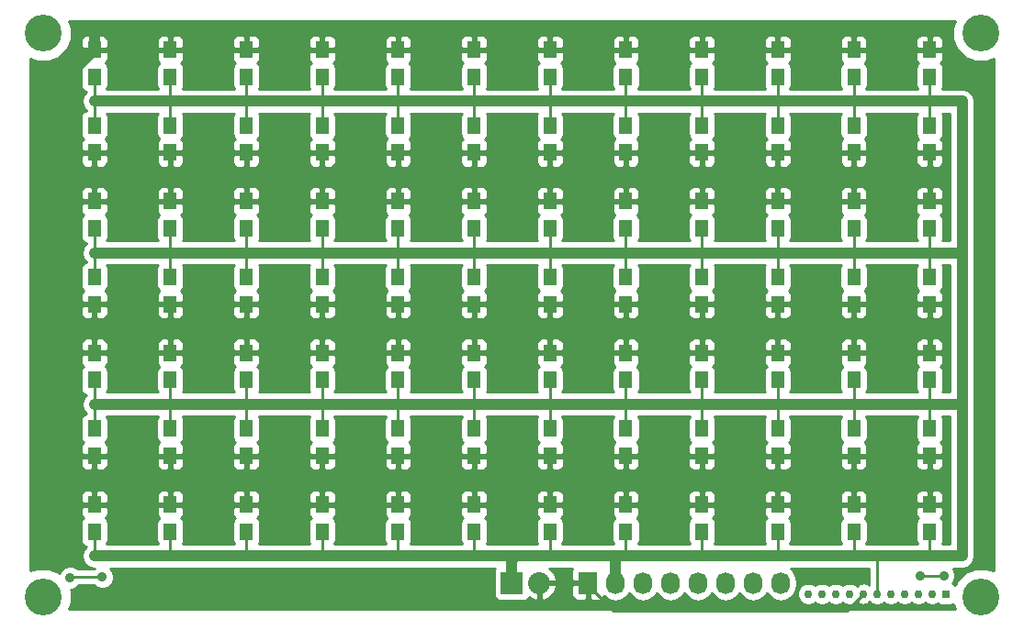
<source format=gbr>
G04 #@! TF.FileFunction,Copper,L2,Bot,Signal*
%FSLAX46Y46*%
G04 Gerber Fmt 4.6, Leading zero omitted, Abs format (unit mm)*
G04 Created by KiCad (PCBNEW (2015-02-14 BZR 5415)-product) date jeu. 05 mars 2015 22:43:21 CET*
%MOMM*%
G01*
G04 APERTURE LIST*
%ADD10C,0.100000*%
%ADD11R,1.727200X2.032000*%
%ADD12O,1.727200X2.032000*%
%ADD13R,1.250000X1.500000*%
%ADD14R,2.032000X2.032000*%
%ADD15O,2.032000X2.032000*%
%ADD16R,0.762000X0.762000*%
%ADD17C,0.762000*%
%ADD18C,3.400000*%
%ADD19C,0.889000*%
%ADD20C,1.016000*%
%ADD21C,0.254000*%
G04 APERTURE END LIST*
D10*
D11*
X67000000Y-68000000D03*
D12*
X69540000Y-68000000D03*
X72080000Y-68000000D03*
X74620000Y-68000000D03*
X77160000Y-68000000D03*
X79700000Y-68000000D03*
X82240000Y-68000000D03*
X84780000Y-68000000D03*
D13*
X21500000Y-21250000D03*
X21500000Y-18750000D03*
X28500000Y-21250000D03*
X28500000Y-18750000D03*
X35500000Y-21250000D03*
X35500000Y-18750000D03*
X42500000Y-21250000D03*
X42500000Y-18750000D03*
X49500000Y-21250000D03*
X49500000Y-18750000D03*
X56500000Y-21250000D03*
X56500000Y-18750000D03*
X63500000Y-21250000D03*
X63500000Y-18750000D03*
X70500000Y-21250000D03*
X70500000Y-18750000D03*
X77500000Y-21250000D03*
X77500000Y-18750000D03*
X84500000Y-21250000D03*
X84500000Y-18750000D03*
X91500000Y-21250000D03*
X91500000Y-18750000D03*
X98500000Y-21250000D03*
X98500000Y-18750000D03*
X21500000Y-25750000D03*
X21500000Y-28250000D03*
X28500000Y-25750000D03*
X28500000Y-28250000D03*
X35500000Y-25750000D03*
X35500000Y-28250000D03*
X42500000Y-25750000D03*
X42500000Y-28250000D03*
X49500000Y-25750000D03*
X49500000Y-28250000D03*
X56500000Y-25750000D03*
X56500000Y-28250000D03*
X63500000Y-25750000D03*
X63500000Y-28250000D03*
X70500000Y-25750000D03*
X70500000Y-28250000D03*
X77500000Y-25750000D03*
X77500000Y-28250000D03*
X84500000Y-25750000D03*
X84500000Y-28250000D03*
X91500000Y-25750000D03*
X91500000Y-28250000D03*
X98500000Y-25750000D03*
X98500000Y-28250000D03*
X21500000Y-35250000D03*
X21500000Y-32750000D03*
X28500000Y-35250000D03*
X28500000Y-32750000D03*
X35500000Y-35250000D03*
X35500000Y-32750000D03*
X42500000Y-35250000D03*
X42500000Y-32750000D03*
X49500000Y-35250000D03*
X49500000Y-32750000D03*
X56500000Y-35250000D03*
X56500000Y-32750000D03*
X63500000Y-35250000D03*
X63500000Y-32750000D03*
X70500000Y-35250000D03*
X70500000Y-32750000D03*
X77500000Y-35250000D03*
X77500000Y-32750000D03*
X84500000Y-35250000D03*
X84500000Y-32750000D03*
X91500000Y-35250000D03*
X91500000Y-32750000D03*
X98500000Y-35250000D03*
X98500000Y-32750000D03*
X21500000Y-39750000D03*
X21500000Y-42250000D03*
X28500000Y-39750000D03*
X28500000Y-42250000D03*
X35500000Y-39750000D03*
X35500000Y-42250000D03*
X42500000Y-39750000D03*
X42500000Y-42250000D03*
X49500000Y-39750000D03*
X49500000Y-42250000D03*
X56500000Y-39750000D03*
X56500000Y-42250000D03*
X63500000Y-39750000D03*
X63500000Y-42250000D03*
X70500000Y-39750000D03*
X70500000Y-42250000D03*
X77500000Y-39750000D03*
X77500000Y-42250000D03*
X84500000Y-39750000D03*
X84500000Y-42250000D03*
X91500000Y-39750000D03*
X91500000Y-42250000D03*
X98500000Y-39750000D03*
X98500000Y-42250000D03*
X21500000Y-49250000D03*
X21500000Y-46750000D03*
X28500000Y-49250000D03*
X28500000Y-46750000D03*
X35500000Y-49250000D03*
X35500000Y-46750000D03*
X42500000Y-49250000D03*
X42500000Y-46750000D03*
X49500000Y-49250000D03*
X49500000Y-46750000D03*
X56500000Y-49250000D03*
X56500000Y-46750000D03*
X70500000Y-49250000D03*
X70500000Y-46750000D03*
X63500000Y-49250000D03*
X63500000Y-46750000D03*
X77500000Y-49250000D03*
X77500000Y-46750000D03*
X84500000Y-49250000D03*
X84500000Y-46750000D03*
X91500000Y-49250000D03*
X91500000Y-46750000D03*
X98500000Y-49250000D03*
X98500000Y-46750000D03*
X21500000Y-53750000D03*
X21500000Y-56250000D03*
X28500000Y-53750000D03*
X28500000Y-56250000D03*
X35500000Y-53750000D03*
X35500000Y-56250000D03*
X42500000Y-53750000D03*
X42500000Y-56250000D03*
X49500000Y-53750000D03*
X49500000Y-56250000D03*
X56500000Y-53750000D03*
X56500000Y-56250000D03*
X63500000Y-53750000D03*
X63500000Y-56250000D03*
X70500000Y-53750000D03*
X70500000Y-56250000D03*
X77500000Y-53750000D03*
X77500000Y-56250000D03*
X84500000Y-53750000D03*
X84500000Y-56250000D03*
X91500000Y-53750000D03*
X91500000Y-56250000D03*
X98500000Y-53750000D03*
X98500000Y-56250000D03*
X21500000Y-63250000D03*
X21500000Y-60750000D03*
X28500000Y-63250000D03*
X28500000Y-60750000D03*
X35500000Y-63250000D03*
X35500000Y-60750000D03*
X42500000Y-63250000D03*
X42500000Y-60750000D03*
X49500000Y-63250000D03*
X49500000Y-60750000D03*
X56500000Y-63250000D03*
X56500000Y-60750000D03*
X63500000Y-63250000D03*
X63500000Y-60750000D03*
X70500000Y-63250000D03*
X70500000Y-60750000D03*
X77500000Y-63250000D03*
X77500000Y-60750000D03*
X84500000Y-63250000D03*
X84500000Y-60750000D03*
X91500000Y-63250000D03*
X91500000Y-60750000D03*
X98500000Y-63250000D03*
X98500000Y-60750000D03*
D14*
X60000000Y-68000000D03*
D15*
X62540000Y-68000000D03*
D16*
X100000000Y-69000000D03*
D17*
X98730000Y-69000000D03*
X97460000Y-69000000D03*
X96190000Y-69000000D03*
X94920000Y-69000000D03*
X93650000Y-69000000D03*
X92380000Y-69000000D03*
X91110000Y-69000000D03*
X89840000Y-69000000D03*
X88570000Y-69000000D03*
X87300000Y-69000000D03*
D18*
X16750000Y-17250000D03*
X103250000Y-17250000D03*
X16750000Y-69250000D03*
X103250000Y-69250000D03*
D19*
X84500000Y-65500000D03*
X98500000Y-65500000D03*
X91500000Y-65500000D03*
X77500000Y-65500000D03*
X70500000Y-65500000D03*
X63500000Y-65500000D03*
X56500000Y-65500000D03*
X49500000Y-65500000D03*
X42500000Y-65500000D03*
X35500000Y-65500000D03*
X28500000Y-65500000D03*
X21500000Y-65500000D03*
X98500000Y-51500000D03*
X91500000Y-51500000D03*
X84500000Y-51500000D03*
X77500000Y-51500000D03*
X70500000Y-51500000D03*
X63500000Y-51500000D03*
X56500000Y-51500000D03*
X49500000Y-51500000D03*
X42500000Y-51500000D03*
X35500000Y-51500000D03*
X28500000Y-51500000D03*
X21500000Y-51500000D03*
X98500000Y-37500000D03*
X91500000Y-37500000D03*
X84500000Y-37500000D03*
X77500000Y-37500000D03*
X70500000Y-37500000D03*
X63500000Y-37500000D03*
X56500000Y-37500000D03*
X49500000Y-37500000D03*
X42500000Y-37500000D03*
X35500000Y-37500000D03*
X28500000Y-37500000D03*
X21500000Y-37500000D03*
X98500000Y-23500000D03*
X91500000Y-23500000D03*
X84500000Y-23500000D03*
X77500000Y-23500000D03*
X70500000Y-23500000D03*
X63500000Y-23500000D03*
X56500000Y-23500000D03*
X49500000Y-23500000D03*
X42500000Y-23500000D03*
X35500000Y-23500000D03*
X28500000Y-23500000D03*
X21500000Y-23500000D03*
X21500000Y-58500000D03*
X28500000Y-58500000D03*
X35500000Y-58500000D03*
X42500000Y-58500000D03*
X49500000Y-58500000D03*
X56500000Y-58500000D03*
X63500000Y-58500000D03*
X70500000Y-58500000D03*
X77500000Y-58500000D03*
X84500000Y-58500000D03*
X91500000Y-58500000D03*
X98500000Y-58500000D03*
X98500000Y-44500000D03*
X91500000Y-44500000D03*
X84500000Y-44500000D03*
X77500000Y-44500000D03*
X70500000Y-44500000D03*
X63500000Y-44500000D03*
X56500000Y-44500000D03*
X49500000Y-44500000D03*
X42500000Y-44500000D03*
X35500000Y-44500000D03*
X28500000Y-44500000D03*
X21500000Y-44500000D03*
X98500000Y-30500000D03*
X91500000Y-30500000D03*
X84500000Y-30500000D03*
X77500000Y-30500000D03*
X70500000Y-30500000D03*
X63500000Y-30500000D03*
X56500000Y-30500000D03*
X49500000Y-30500000D03*
X42500000Y-30500000D03*
X35500000Y-30500000D03*
X28500000Y-30500000D03*
X21500000Y-30500000D03*
X98500000Y-16500000D03*
X91500000Y-16500000D03*
X84500000Y-16500000D03*
X77500000Y-16500000D03*
X70500000Y-16500000D03*
X63500000Y-16500000D03*
X56500000Y-16500000D03*
X49500000Y-16500000D03*
X42500000Y-16500000D03*
X35500000Y-16500000D03*
X28500000Y-16500000D03*
X21500000Y-16500000D03*
X97640000Y-67310000D03*
X99800000Y-67310000D03*
X19250000Y-67500000D03*
X22225000Y-67450000D03*
D20*
X91500000Y-65500000D02*
X93661853Y-65500000D01*
X93661853Y-65500000D02*
X95718452Y-65500000D01*
X63500000Y-65500000D02*
X69292668Y-65500000D01*
X69292668Y-65500000D02*
X70500000Y-65500000D01*
X69290000Y-65502668D02*
X69292668Y-65500000D01*
X49500000Y-65500000D02*
X60389266Y-65500000D01*
X60389266Y-65500000D02*
X63500000Y-65500000D01*
X70500000Y-65500000D02*
X72085200Y-65500000D01*
X72085200Y-65500000D02*
X77500000Y-65500000D01*
X101500000Y-23500000D02*
X101500000Y-37662872D01*
X101500000Y-37662872D02*
X101500000Y-51456648D01*
X98500000Y-37500000D02*
X101337128Y-37500000D01*
X101337128Y-37500000D02*
X101500000Y-37662872D01*
X101500000Y-51456648D02*
X101500000Y-65500000D01*
X98500000Y-51500000D02*
X101456648Y-51500000D01*
X101456648Y-51500000D02*
X101500000Y-51456648D01*
X101500000Y-65500000D02*
X98500000Y-65500000D01*
X98500000Y-23500000D02*
X101500000Y-23500000D01*
X91500000Y-65500000D02*
X84500000Y-65500000D01*
D21*
X84500000Y-63250000D02*
X84500000Y-65500000D01*
D20*
X49500000Y-65500000D02*
X56500000Y-65500000D01*
X28500000Y-65500000D02*
X49500000Y-65500000D01*
X28500000Y-65500000D02*
X42500000Y-65500000D01*
X28500000Y-65500000D02*
X35500000Y-65500000D01*
X21500000Y-65500000D02*
X28500000Y-65500000D01*
D21*
X98500000Y-63250000D02*
X98500000Y-65500000D01*
X91500000Y-63250000D02*
X91500000Y-65500000D01*
X77500000Y-63250000D02*
X77500000Y-65500000D01*
X70500000Y-63250000D02*
X70500000Y-65500000D01*
X63500000Y-63250000D02*
X63500000Y-65500000D01*
X56500000Y-63250000D02*
X56500000Y-65500000D01*
X49500000Y-63250000D02*
X49500000Y-65500000D01*
X42500000Y-63250000D02*
X42500000Y-65500000D01*
X35500000Y-63250000D02*
X35500000Y-65500000D01*
X28500000Y-63250000D02*
X28500000Y-65500000D01*
X21500000Y-63250000D02*
X21500000Y-65500000D01*
D20*
X84500000Y-51500000D02*
X98500000Y-51500000D01*
X84500000Y-51500000D02*
X91500000Y-51500000D01*
X42500000Y-51500000D02*
X84500000Y-51500000D01*
X42500000Y-51500000D02*
X77500000Y-51500000D01*
X42500000Y-51500000D02*
X70500000Y-51500000D01*
X42500000Y-51500000D02*
X63500000Y-51500000D01*
X42500000Y-51500000D02*
X56500000Y-51500000D01*
X42500000Y-51500000D02*
X49500000Y-51500000D01*
X21500000Y-51500000D02*
X42500000Y-51500000D01*
X21500000Y-51500000D02*
X35500000Y-51500000D01*
X21500000Y-51500000D02*
X28500000Y-51500000D01*
X84500000Y-37500000D02*
X98500000Y-37500000D01*
X84500000Y-37500000D02*
X91500000Y-37500000D01*
X77500000Y-37500000D02*
X84500000Y-37500000D01*
X56500000Y-37500000D02*
X77500000Y-37500000D01*
X56500000Y-37500000D02*
X70500000Y-37500000D01*
X56500000Y-37500000D02*
X63500000Y-37500000D01*
X35500000Y-37500000D02*
X56500000Y-37500000D01*
X35500000Y-37500000D02*
X49500000Y-37500000D01*
X35500000Y-37500000D02*
X42500000Y-37500000D01*
X28500000Y-37500000D02*
X35500000Y-37500000D01*
X21500000Y-37500000D02*
X28500000Y-37500000D01*
X84500000Y-23500000D02*
X98500000Y-23500000D01*
X84500000Y-23500000D02*
X91500000Y-23500000D01*
X70500000Y-23500000D02*
X84500000Y-23500000D01*
X70500000Y-23500000D02*
X77500000Y-23500000D01*
X63500000Y-23500000D02*
X70500000Y-23500000D01*
X49500000Y-23500000D02*
X63500000Y-23500000D01*
X49500000Y-23500000D02*
X56500000Y-23500000D01*
X35500000Y-23500000D02*
X49500000Y-23500000D01*
X35500000Y-23500000D02*
X42500000Y-23500000D01*
X28500000Y-23500000D02*
X35500000Y-23500000D01*
X21500000Y-23500000D02*
X28500000Y-23500000D01*
D21*
X98500000Y-53750000D02*
X98500000Y-51500000D01*
X98500000Y-49250000D02*
X98500000Y-51500000D01*
X91500000Y-53750000D02*
X91500000Y-51500000D01*
X91500000Y-49250000D02*
X91500000Y-51500000D01*
X84500000Y-53750000D02*
X84500000Y-51500000D01*
X84500000Y-49250000D02*
X84500000Y-51500000D01*
X77500000Y-53750000D02*
X77500000Y-51500000D01*
X77500000Y-49250000D02*
X77500000Y-51500000D01*
X70500000Y-53750000D02*
X70500000Y-51500000D01*
X70500000Y-49250000D02*
X70500000Y-51500000D01*
X63500000Y-53750000D02*
X63500000Y-51500000D01*
X63500000Y-49250000D02*
X63500000Y-51500000D01*
X56500000Y-53750000D02*
X56500000Y-51500000D01*
X56500000Y-49250000D02*
X56500000Y-51500000D01*
X49500000Y-53750000D02*
X49500000Y-51500000D01*
X49500000Y-49250000D02*
X49500000Y-51500000D01*
X42500000Y-53750000D02*
X42500000Y-51500000D01*
X42500000Y-49250000D02*
X42500000Y-51500000D01*
X35500000Y-53750000D02*
X35500000Y-51500000D01*
X35500000Y-49250000D02*
X35500000Y-51500000D01*
X28500000Y-53750000D02*
X28500000Y-51500000D01*
X28500000Y-49250000D02*
X28500000Y-51500000D01*
X21500000Y-53750000D02*
X21500000Y-51500000D01*
X21500000Y-49250000D02*
X21500000Y-51500000D01*
X98500000Y-39750000D02*
X98500000Y-37500000D01*
X98500000Y-35250000D02*
X98500000Y-37500000D01*
X91500000Y-39750000D02*
X91500000Y-37500000D01*
X91500000Y-35250000D02*
X91500000Y-37500000D01*
X84500000Y-39750000D02*
X84500000Y-37500000D01*
X84500000Y-35250000D02*
X84500000Y-37500000D01*
X77500000Y-39750000D02*
X77500000Y-37500000D01*
X77500000Y-35250000D02*
X77500000Y-37500000D01*
X70500000Y-39750000D02*
X70500000Y-37500000D01*
X70500000Y-35250000D02*
X70500000Y-37500000D01*
X63500000Y-39750000D02*
X63500000Y-37500000D01*
X63500000Y-35250000D02*
X63500000Y-37500000D01*
X56500000Y-39750000D02*
X56500000Y-37500000D01*
X56500000Y-35250000D02*
X56500000Y-37500000D01*
X49500000Y-39750000D02*
X49500000Y-37500000D01*
X49500000Y-35250000D02*
X49500000Y-37500000D01*
X42500000Y-39750000D02*
X42500000Y-37500000D01*
X42500000Y-35250000D02*
X42500000Y-37500000D01*
X35500000Y-39750000D02*
X35500000Y-37500000D01*
X35500000Y-35250000D02*
X35500000Y-37500000D01*
X28500000Y-39750000D02*
X28500000Y-37500000D01*
X28500000Y-35250000D02*
X28500000Y-37500000D01*
X21500000Y-39750000D02*
X21500000Y-37500000D01*
X21500000Y-35250000D02*
X21500000Y-37500000D01*
X98500000Y-25750000D02*
X98500000Y-23500000D01*
X98500000Y-21250000D02*
X98500000Y-23500000D01*
X91500000Y-25750000D02*
X91500000Y-23500000D01*
X91500000Y-21250000D02*
X91500000Y-23500000D01*
X84500000Y-25750000D02*
X84500000Y-23500000D01*
X84500000Y-21250000D02*
X84500000Y-23500000D01*
X77500000Y-25750000D02*
X77500000Y-23500000D01*
X77500000Y-21250000D02*
X77500000Y-23500000D01*
X70500000Y-25750000D02*
X70500000Y-23500000D01*
X70500000Y-21250000D02*
X70500000Y-23500000D01*
X63500000Y-25750000D02*
X63500000Y-23500000D01*
X63500000Y-21250000D02*
X63500000Y-23500000D01*
X56500000Y-25750000D02*
X56500000Y-23500000D01*
X56500000Y-21250000D02*
X56500000Y-23500000D01*
X49500000Y-25750000D02*
X49500000Y-23500000D01*
X49500000Y-21250000D02*
X49500000Y-23500000D01*
X42500000Y-25750000D02*
X42500000Y-23500000D01*
X42500000Y-21250000D02*
X42500000Y-23500000D01*
X35500000Y-25750000D02*
X35500000Y-23500000D01*
X35500000Y-21250000D02*
X35500000Y-23500000D01*
X28500000Y-25750000D02*
X28500000Y-23500000D01*
X28500000Y-21250000D02*
X28500000Y-23500000D01*
X21500000Y-25750000D02*
X21500000Y-23500000D01*
X21500000Y-21250000D02*
X21500000Y-23500000D01*
D20*
X79508885Y-65500000D02*
X77500000Y-65500000D01*
X84500000Y-65500000D02*
X79508885Y-65500000D01*
X96348355Y-65500000D02*
X98500000Y-65500000D01*
X95718452Y-65500000D02*
X96348355Y-65500000D01*
D21*
X96350000Y-65501645D02*
X96348355Y-65500000D01*
X96650000Y-65801645D02*
X96348355Y-65500000D01*
D20*
X60000000Y-65889266D02*
X60389266Y-65500000D01*
X60000000Y-68000000D02*
X60000000Y-65889266D01*
X69540000Y-65747332D02*
X69292668Y-65500000D01*
X69540000Y-68000000D02*
X69540000Y-65747332D01*
D21*
X93650000Y-65511853D02*
X93661853Y-65500000D01*
X93650000Y-69000000D02*
X93650000Y-65511853D01*
D20*
X18500000Y-20326990D02*
X18500000Y-30330036D01*
X21500000Y-16500000D02*
X21500000Y-18727842D01*
X21500000Y-18727842D02*
X19900852Y-20326990D01*
X19900852Y-20326990D02*
X18500000Y-20326990D01*
X18500000Y-30330036D02*
X18500000Y-44474730D01*
X21500000Y-30500000D02*
X18669964Y-30500000D01*
X18669964Y-30500000D02*
X18500000Y-30330036D01*
X18500000Y-44474730D02*
X18500000Y-58500000D01*
X21500000Y-44500000D02*
X18525270Y-44500000D01*
X18525270Y-44500000D02*
X18500000Y-44474730D01*
X18500000Y-58500000D02*
X21500000Y-58500000D01*
X56500000Y-58500000D02*
X98500000Y-58500000D01*
X56500000Y-58500000D02*
X91500000Y-58500000D01*
X56500000Y-58500000D02*
X84500000Y-58500000D01*
X56500000Y-58500000D02*
X77500000Y-58500000D01*
X56500000Y-58500000D02*
X70500000Y-58500000D01*
X56500000Y-58500000D02*
X63500000Y-58500000D01*
X42500000Y-58500000D02*
X56500000Y-58500000D01*
X42500000Y-58500000D02*
X49500000Y-58500000D01*
X21500000Y-58500000D02*
X42500000Y-58500000D01*
X21500000Y-58500000D02*
X35500000Y-58500000D01*
X21500000Y-58500000D02*
X28500000Y-58500000D01*
X42500000Y-44500000D02*
X98500000Y-44500000D01*
X42500000Y-44500000D02*
X91500000Y-44500000D01*
X42500000Y-44500000D02*
X84500000Y-44500000D01*
X42500000Y-44500000D02*
X77500000Y-44500000D01*
X42500000Y-44500000D02*
X70500000Y-44500000D01*
X42500000Y-44500000D02*
X63500000Y-44500000D01*
X42500000Y-44500000D02*
X56500000Y-44500000D01*
X42500000Y-44500000D02*
X49500000Y-44500000D01*
X35500000Y-44500000D02*
X42500000Y-44500000D01*
X21500000Y-44500000D02*
X35500000Y-44500000D01*
X21500000Y-44500000D02*
X28500000Y-44500000D01*
X84500000Y-30500000D02*
X98500000Y-30500000D01*
X84500000Y-30500000D02*
X91500000Y-30500000D01*
X63500000Y-30500000D02*
X84500000Y-30500000D01*
X63500000Y-30500000D02*
X77500000Y-30500000D01*
X63500000Y-30500000D02*
X70500000Y-30500000D01*
X42500000Y-30500000D02*
X63500000Y-30500000D01*
X42500000Y-30500000D02*
X56500000Y-30500000D01*
X42500000Y-30500000D02*
X49500000Y-30500000D01*
X35500000Y-30500000D02*
X42500000Y-30500000D01*
X28500000Y-30500000D02*
X35500000Y-30500000D01*
X21500000Y-30500000D02*
X28500000Y-30500000D01*
X91500000Y-16500000D02*
X98500000Y-16500000D01*
X84500000Y-16500000D02*
X91500000Y-16500000D01*
X77500000Y-16500000D02*
X84500000Y-16500000D01*
X70500000Y-16500000D02*
X77500000Y-16500000D01*
X63500000Y-16500000D02*
X70500000Y-16500000D01*
X56500000Y-16500000D02*
X63500000Y-16500000D01*
X42500000Y-16500000D02*
X56500000Y-16500000D01*
X42500000Y-16500000D02*
X49500000Y-16500000D01*
X28500000Y-16500000D02*
X42500000Y-16500000D01*
X28500000Y-16500000D02*
X35500000Y-16500000D01*
X21500000Y-16500000D02*
X28500000Y-16500000D01*
D21*
X21500000Y-60750000D02*
X21500000Y-58500000D01*
X21500000Y-56250000D02*
X21500000Y-58500000D01*
X28500000Y-60750000D02*
X28500000Y-58500000D01*
X28500000Y-56250000D02*
X28500000Y-58500000D01*
X35500000Y-60750000D02*
X35500000Y-58500000D01*
X35500000Y-56250000D02*
X35500000Y-58500000D01*
X42500000Y-60750000D02*
X42500000Y-58500000D01*
X42500000Y-56250000D02*
X42500000Y-58500000D01*
X49500000Y-60750000D02*
X49500000Y-58500000D01*
X49500000Y-56250000D02*
X49500000Y-58500000D01*
X56500000Y-60750000D02*
X56500000Y-58500000D01*
X56500000Y-56250000D02*
X56500000Y-58500000D01*
X63500000Y-60750000D02*
X63500000Y-58500000D01*
X63500000Y-56250000D02*
X63500000Y-58500000D01*
X70500000Y-60750000D02*
X70500000Y-58500000D01*
X70500000Y-56250000D02*
X70500000Y-58500000D01*
X77500000Y-60750000D02*
X77500000Y-58500000D01*
X77500000Y-56250000D02*
X77500000Y-58500000D01*
X84500000Y-60750000D02*
X84500000Y-58500000D01*
X84500000Y-56250000D02*
X84500000Y-58500000D01*
X91500000Y-60750000D02*
X91500000Y-58500000D01*
X91500000Y-56250000D02*
X91500000Y-58500000D01*
X98500000Y-60750000D02*
X98500000Y-58500000D01*
X98500000Y-56250000D02*
X98500000Y-58500000D01*
X98500000Y-46750000D02*
X98500000Y-44500000D01*
X98500000Y-42250000D02*
X98500000Y-44500000D01*
X91500000Y-46750000D02*
X91500000Y-44500000D01*
X91500000Y-42250000D02*
X91500000Y-44500000D01*
X84500000Y-46750000D02*
X84500000Y-44500000D01*
X84500000Y-42250000D02*
X84500000Y-44500000D01*
X77500000Y-46750000D02*
X77500000Y-44500000D01*
X77500000Y-42250000D02*
X77500000Y-44500000D01*
X70500000Y-46750000D02*
X70500000Y-44500000D01*
X70500000Y-42250000D02*
X70500000Y-44500000D01*
X63500000Y-46750000D02*
X63500000Y-44500000D01*
X63500000Y-42250000D02*
X63500000Y-44500000D01*
X56500000Y-46750000D02*
X56500000Y-44500000D01*
X56500000Y-42250000D02*
X56500000Y-44500000D01*
X49500000Y-46750000D02*
X49500000Y-44500000D01*
X49500000Y-42250000D02*
X49500000Y-44500000D01*
X42500000Y-46750000D02*
X42500000Y-44500000D01*
X42500000Y-42250000D02*
X42500000Y-44500000D01*
X35500000Y-46750000D02*
X35500000Y-44500000D01*
X35500000Y-42250000D02*
X35500000Y-44500000D01*
X28500000Y-46750000D02*
X28500000Y-44500000D01*
X28500000Y-42250000D02*
X28500000Y-44500000D01*
X21500000Y-46750000D02*
X21500000Y-44500000D01*
X21500000Y-42250000D02*
X21500000Y-44500000D01*
X98500000Y-32750000D02*
X98500000Y-30500000D01*
X98500000Y-28250000D02*
X98500000Y-30500000D01*
X91500000Y-32750000D02*
X91500000Y-30500000D01*
X91500000Y-28250000D02*
X91500000Y-30500000D01*
X84500000Y-32750000D02*
X84500000Y-30500000D01*
X84500000Y-28250000D02*
X84500000Y-30500000D01*
X77500000Y-32750000D02*
X77500000Y-30500000D01*
X77500000Y-28250000D02*
X77500000Y-30500000D01*
X70500000Y-32750000D02*
X70500000Y-30500000D01*
X70500000Y-28250000D02*
X70500000Y-30500000D01*
X63500000Y-32750000D02*
X63500000Y-30500000D01*
X63500000Y-28250000D02*
X63500000Y-30500000D01*
X56500000Y-32750000D02*
X56500000Y-30500000D01*
X56500000Y-28250000D02*
X56500000Y-30500000D01*
X49500000Y-32750000D02*
X49500000Y-30500000D01*
X49500000Y-28250000D02*
X49500000Y-30500000D01*
X42500000Y-32750000D02*
X42500000Y-30500000D01*
X42500000Y-28250000D02*
X42500000Y-30500000D01*
X35500000Y-32750000D02*
X35500000Y-30500000D01*
X35500000Y-28250000D02*
X35500000Y-30500000D01*
X28500000Y-32750000D02*
X28500000Y-30500000D01*
X28500000Y-28250000D02*
X28500000Y-30500000D01*
X21500000Y-32750000D02*
X21500000Y-30500000D01*
X21500000Y-28250000D02*
X21500000Y-30500000D01*
X98500000Y-18750000D02*
X98500000Y-16500000D01*
X91500000Y-18750000D02*
X91500000Y-16500000D01*
X84500000Y-18750000D02*
X84500000Y-16500000D01*
X77500000Y-18750000D02*
X77500000Y-16500000D01*
X70500000Y-18750000D02*
X70500000Y-16500000D01*
X63500000Y-18750000D02*
X63500000Y-16500000D01*
X56500000Y-18750000D02*
X56500000Y-16500000D01*
X49500000Y-18750000D02*
X49500000Y-16500000D01*
X42500000Y-18750000D02*
X42500000Y-16500000D01*
X35500000Y-18750000D02*
X35500000Y-16500000D01*
X28500000Y-18750000D02*
X28500000Y-16500000D01*
X21500000Y-18750000D02*
X21500000Y-16500000D01*
X67000000Y-68152400D02*
X67000000Y-68000000D01*
X69377600Y-70530000D02*
X67000000Y-68152400D01*
X90850000Y-70530000D02*
X69377600Y-70530000D01*
X92380000Y-69000000D02*
X90850000Y-70530000D01*
X97640000Y-67310000D02*
X99800000Y-67310000D01*
X22225000Y-67450000D02*
X19300000Y-67450000D01*
X19300000Y-67450000D02*
X19250000Y-67500000D01*
G36*
X92573747Y-69014142D02*
X92394142Y-69193747D01*
X92380000Y-69179605D01*
X92365857Y-69193747D01*
X92200395Y-69028285D01*
X92186252Y-69014142D01*
X92200395Y-69000000D01*
X92186252Y-68985857D01*
X92365857Y-68806252D01*
X92380000Y-68820395D01*
X92394142Y-68806252D01*
X92573747Y-68985857D01*
X92559605Y-69000000D01*
X92573747Y-69014142D01*
X92573747Y-69014142D01*
G37*
X92573747Y-69014142D02*
X92394142Y-69193747D01*
X92380000Y-69179605D01*
X92365857Y-69193747D01*
X92200395Y-69028285D01*
X92186252Y-69014142D01*
X92200395Y-69000000D01*
X92186252Y-68985857D01*
X92365857Y-68806252D01*
X92380000Y-68820395D01*
X92394142Y-68806252D01*
X92573747Y-68985857D01*
X92559605Y-69000000D01*
X92573747Y-69014142D01*
G36*
X100871596Y-70373000D02*
X92903904Y-70373000D01*
X66873000Y-70373000D01*
X66873000Y-69492250D01*
X66873000Y-68127000D01*
X65660150Y-68127000D01*
X65501400Y-68285750D01*
X65501400Y-69142309D01*
X65598073Y-69375698D01*
X65776701Y-69554327D01*
X66010090Y-69651000D01*
X66262709Y-69651000D01*
X66714250Y-69651000D01*
X66873000Y-69492250D01*
X66873000Y-70373000D01*
X64145983Y-70373000D01*
X64145983Y-68382946D01*
X64027367Y-68127000D01*
X62667000Y-68127000D01*
X62667000Y-69486836D01*
X62922944Y-69605975D01*
X63404818Y-69406385D01*
X63877188Y-68968379D01*
X64145983Y-68382946D01*
X64145983Y-70373000D01*
X19128163Y-70373000D01*
X19376543Y-69774835D01*
X19377455Y-68729750D01*
X19315396Y-68579557D01*
X19463784Y-68579687D01*
X19860689Y-68415689D01*
X20064733Y-68212000D01*
X21460358Y-68212000D01*
X21612714Y-68364622D01*
X22009332Y-68529313D01*
X22438784Y-68529687D01*
X22835689Y-68365689D01*
X23139622Y-68062286D01*
X23304313Y-67665668D01*
X23304687Y-67236216D01*
X23140689Y-66839311D01*
X22944720Y-66643000D01*
X28500000Y-66643000D01*
X35500000Y-66643000D01*
X42500000Y-66643000D01*
X49500000Y-66643000D01*
X56500000Y-66643000D01*
X58448292Y-66643000D01*
X58386623Y-66734360D01*
X58336560Y-66984000D01*
X58336560Y-69016000D01*
X58383537Y-69258123D01*
X58523327Y-69470927D01*
X58734360Y-69613377D01*
X58984000Y-69663440D01*
X61016000Y-69663440D01*
X61258123Y-69616463D01*
X61470927Y-69476673D01*
X61578737Y-69316956D01*
X61675182Y-69406385D01*
X62157056Y-69605975D01*
X62413000Y-69486836D01*
X62413000Y-68127000D01*
X62393000Y-68127000D01*
X62393000Y-67873000D01*
X62413000Y-67873000D01*
X62413000Y-67853000D01*
X62667000Y-67853000D01*
X62667000Y-67873000D01*
X64027367Y-67873000D01*
X64145983Y-67617054D01*
X63877188Y-67031621D01*
X63458077Y-66643000D01*
X63500000Y-66643000D01*
X65590328Y-66643000D01*
X65501400Y-66857691D01*
X65501400Y-67714250D01*
X65660150Y-67873000D01*
X66873000Y-67873000D01*
X66873000Y-67853000D01*
X67127000Y-67853000D01*
X67127000Y-67873000D01*
X67147000Y-67873000D01*
X67147000Y-68127000D01*
X67127000Y-68127000D01*
X67127000Y-69492250D01*
X67285750Y-69651000D01*
X67737291Y-69651000D01*
X67989910Y-69651000D01*
X68223299Y-69554327D01*
X68401927Y-69375698D01*
X68465499Y-69222219D01*
X68480330Y-69244415D01*
X68966511Y-69569271D01*
X69540000Y-69683345D01*
X70113489Y-69569271D01*
X70599670Y-69244415D01*
X70810000Y-68929634D01*
X71020330Y-69244415D01*
X71506511Y-69569271D01*
X72080000Y-69683345D01*
X72653489Y-69569271D01*
X73139670Y-69244415D01*
X73350000Y-68929634D01*
X73560330Y-69244415D01*
X74046511Y-69569271D01*
X74620000Y-69683345D01*
X75193489Y-69569271D01*
X75679670Y-69244415D01*
X75890000Y-68929634D01*
X76100330Y-69244415D01*
X76586511Y-69569271D01*
X77160000Y-69683345D01*
X77733489Y-69569271D01*
X78219670Y-69244415D01*
X78430000Y-68929634D01*
X78640330Y-69244415D01*
X79126511Y-69569271D01*
X79700000Y-69683345D01*
X80273489Y-69569271D01*
X80759670Y-69244415D01*
X80970000Y-68929634D01*
X81180330Y-69244415D01*
X81666511Y-69569271D01*
X82240000Y-69683345D01*
X82813489Y-69569271D01*
X83299670Y-69244415D01*
X83510000Y-68929634D01*
X83720330Y-69244415D01*
X84206511Y-69569271D01*
X84780000Y-69683345D01*
X85353489Y-69569271D01*
X85839670Y-69244415D01*
X86164526Y-68758234D01*
X86278600Y-68184745D01*
X86278600Y-67815255D01*
X86164526Y-67241766D01*
X85839670Y-66755585D01*
X85671174Y-66643000D01*
X91500000Y-66643000D01*
X92888000Y-66643000D01*
X92888000Y-68152135D01*
X92881552Y-68093609D01*
X92496512Y-67970668D01*
X92093735Y-68004435D01*
X91878448Y-68093609D01*
X91856096Y-68296488D01*
X91739068Y-68179460D01*
X91732768Y-68185759D01*
X91686269Y-68139179D01*
X91312982Y-67984176D01*
X90908792Y-67983824D01*
X90535234Y-68138175D01*
X90475145Y-68198158D01*
X90416269Y-68139179D01*
X90042982Y-67984176D01*
X89638792Y-67983824D01*
X89265234Y-68138175D01*
X89205145Y-68198158D01*
X89146269Y-68139179D01*
X88772982Y-67984176D01*
X88368792Y-67983824D01*
X87995234Y-68138175D01*
X87935145Y-68198158D01*
X87876269Y-68139179D01*
X87502982Y-67984176D01*
X87098792Y-67983824D01*
X86725234Y-68138175D01*
X86439179Y-68423731D01*
X86284176Y-68797018D01*
X86283824Y-69201208D01*
X86438175Y-69574766D01*
X86723731Y-69860821D01*
X87097018Y-70015824D01*
X87501208Y-70016176D01*
X87874766Y-69861825D01*
X87934854Y-69801841D01*
X87993731Y-69860821D01*
X88367018Y-70015824D01*
X88771208Y-70016176D01*
X89144766Y-69861825D01*
X89204854Y-69801841D01*
X89263731Y-69860821D01*
X89637018Y-70015824D01*
X90041208Y-70016176D01*
X90414766Y-69861825D01*
X90474854Y-69801841D01*
X90533731Y-69860821D01*
X90907018Y-70015824D01*
X91311208Y-70016176D01*
X91684766Y-69861825D01*
X91732601Y-69814073D01*
X91739068Y-69820540D01*
X91856096Y-69703511D01*
X91878448Y-69906391D01*
X92263488Y-70029332D01*
X92666265Y-69995565D01*
X92881552Y-69906391D01*
X92903903Y-69703511D01*
X92903904Y-69703512D01*
X93020932Y-69820540D01*
X93027231Y-69814240D01*
X93073731Y-69860821D01*
X93447018Y-70015824D01*
X93851208Y-70016176D01*
X94224766Y-69861825D01*
X94284854Y-69801841D01*
X94343731Y-69860821D01*
X94717018Y-70015824D01*
X95121208Y-70016176D01*
X95494766Y-69861825D01*
X95554854Y-69801841D01*
X95613731Y-69860821D01*
X95987018Y-70015824D01*
X96391208Y-70016176D01*
X96764766Y-69861825D01*
X96824854Y-69801841D01*
X96883731Y-69860821D01*
X97257018Y-70015824D01*
X97661208Y-70016176D01*
X98034766Y-69861825D01*
X98094854Y-69801841D01*
X98153731Y-69860821D01*
X98527018Y-70015824D01*
X98931208Y-70016176D01*
X99237728Y-69889524D01*
X99369360Y-69978377D01*
X99619000Y-70028440D01*
X100381000Y-70028440D01*
X100623123Y-69981463D01*
X100691309Y-69936671D01*
X100871596Y-70373000D01*
X100871596Y-70373000D01*
G37*
X100871596Y-70373000D02*
X92903904Y-70373000D01*
X66873000Y-70373000D01*
X66873000Y-69492250D01*
X66873000Y-68127000D01*
X65660150Y-68127000D01*
X65501400Y-68285750D01*
X65501400Y-69142309D01*
X65598073Y-69375698D01*
X65776701Y-69554327D01*
X66010090Y-69651000D01*
X66262709Y-69651000D01*
X66714250Y-69651000D01*
X66873000Y-69492250D01*
X66873000Y-70373000D01*
X64145983Y-70373000D01*
X64145983Y-68382946D01*
X64027367Y-68127000D01*
X62667000Y-68127000D01*
X62667000Y-69486836D01*
X62922944Y-69605975D01*
X63404818Y-69406385D01*
X63877188Y-68968379D01*
X64145983Y-68382946D01*
X64145983Y-70373000D01*
X19128163Y-70373000D01*
X19376543Y-69774835D01*
X19377455Y-68729750D01*
X19315396Y-68579557D01*
X19463784Y-68579687D01*
X19860689Y-68415689D01*
X20064733Y-68212000D01*
X21460358Y-68212000D01*
X21612714Y-68364622D01*
X22009332Y-68529313D01*
X22438784Y-68529687D01*
X22835689Y-68365689D01*
X23139622Y-68062286D01*
X23304313Y-67665668D01*
X23304687Y-67236216D01*
X23140689Y-66839311D01*
X22944720Y-66643000D01*
X28500000Y-66643000D01*
X35500000Y-66643000D01*
X42500000Y-66643000D01*
X49500000Y-66643000D01*
X56500000Y-66643000D01*
X58448292Y-66643000D01*
X58386623Y-66734360D01*
X58336560Y-66984000D01*
X58336560Y-69016000D01*
X58383537Y-69258123D01*
X58523327Y-69470927D01*
X58734360Y-69613377D01*
X58984000Y-69663440D01*
X61016000Y-69663440D01*
X61258123Y-69616463D01*
X61470927Y-69476673D01*
X61578737Y-69316956D01*
X61675182Y-69406385D01*
X62157056Y-69605975D01*
X62413000Y-69486836D01*
X62413000Y-68127000D01*
X62393000Y-68127000D01*
X62393000Y-67873000D01*
X62413000Y-67873000D01*
X62413000Y-67853000D01*
X62667000Y-67853000D01*
X62667000Y-67873000D01*
X64027367Y-67873000D01*
X64145983Y-67617054D01*
X63877188Y-67031621D01*
X63458077Y-66643000D01*
X63500000Y-66643000D01*
X65590328Y-66643000D01*
X65501400Y-66857691D01*
X65501400Y-67714250D01*
X65660150Y-67873000D01*
X66873000Y-67873000D01*
X66873000Y-67853000D01*
X67127000Y-67853000D01*
X67127000Y-67873000D01*
X67147000Y-67873000D01*
X67147000Y-68127000D01*
X67127000Y-68127000D01*
X67127000Y-69492250D01*
X67285750Y-69651000D01*
X67737291Y-69651000D01*
X67989910Y-69651000D01*
X68223299Y-69554327D01*
X68401927Y-69375698D01*
X68465499Y-69222219D01*
X68480330Y-69244415D01*
X68966511Y-69569271D01*
X69540000Y-69683345D01*
X70113489Y-69569271D01*
X70599670Y-69244415D01*
X70810000Y-68929634D01*
X71020330Y-69244415D01*
X71506511Y-69569271D01*
X72080000Y-69683345D01*
X72653489Y-69569271D01*
X73139670Y-69244415D01*
X73350000Y-68929634D01*
X73560330Y-69244415D01*
X74046511Y-69569271D01*
X74620000Y-69683345D01*
X75193489Y-69569271D01*
X75679670Y-69244415D01*
X75890000Y-68929634D01*
X76100330Y-69244415D01*
X76586511Y-69569271D01*
X77160000Y-69683345D01*
X77733489Y-69569271D01*
X78219670Y-69244415D01*
X78430000Y-68929634D01*
X78640330Y-69244415D01*
X79126511Y-69569271D01*
X79700000Y-69683345D01*
X80273489Y-69569271D01*
X80759670Y-69244415D01*
X80970000Y-68929634D01*
X81180330Y-69244415D01*
X81666511Y-69569271D01*
X82240000Y-69683345D01*
X82813489Y-69569271D01*
X83299670Y-69244415D01*
X83510000Y-68929634D01*
X83720330Y-69244415D01*
X84206511Y-69569271D01*
X84780000Y-69683345D01*
X85353489Y-69569271D01*
X85839670Y-69244415D01*
X86164526Y-68758234D01*
X86278600Y-68184745D01*
X86278600Y-67815255D01*
X86164526Y-67241766D01*
X85839670Y-66755585D01*
X85671174Y-66643000D01*
X91500000Y-66643000D01*
X92888000Y-66643000D01*
X92888000Y-68152135D01*
X92881552Y-68093609D01*
X92496512Y-67970668D01*
X92093735Y-68004435D01*
X91878448Y-68093609D01*
X91856096Y-68296488D01*
X91739068Y-68179460D01*
X91732768Y-68185759D01*
X91686269Y-68139179D01*
X91312982Y-67984176D01*
X90908792Y-67983824D01*
X90535234Y-68138175D01*
X90475145Y-68198158D01*
X90416269Y-68139179D01*
X90042982Y-67984176D01*
X89638792Y-67983824D01*
X89265234Y-68138175D01*
X89205145Y-68198158D01*
X89146269Y-68139179D01*
X88772982Y-67984176D01*
X88368792Y-67983824D01*
X87995234Y-68138175D01*
X87935145Y-68198158D01*
X87876269Y-68139179D01*
X87502982Y-67984176D01*
X87098792Y-67983824D01*
X86725234Y-68138175D01*
X86439179Y-68423731D01*
X86284176Y-68797018D01*
X86283824Y-69201208D01*
X86438175Y-69574766D01*
X86723731Y-69860821D01*
X87097018Y-70015824D01*
X87501208Y-70016176D01*
X87874766Y-69861825D01*
X87934854Y-69801841D01*
X87993731Y-69860821D01*
X88367018Y-70015824D01*
X88771208Y-70016176D01*
X89144766Y-69861825D01*
X89204854Y-69801841D01*
X89263731Y-69860821D01*
X89637018Y-70015824D01*
X90041208Y-70016176D01*
X90414766Y-69861825D01*
X90474854Y-69801841D01*
X90533731Y-69860821D01*
X90907018Y-70015824D01*
X91311208Y-70016176D01*
X91684766Y-69861825D01*
X91732601Y-69814073D01*
X91739068Y-69820540D01*
X91856096Y-69703511D01*
X91878448Y-69906391D01*
X92263488Y-70029332D01*
X92666265Y-69995565D01*
X92881552Y-69906391D01*
X92903903Y-69703511D01*
X92903904Y-69703512D01*
X93020932Y-69820540D01*
X93027231Y-69814240D01*
X93073731Y-69860821D01*
X93447018Y-70015824D01*
X93851208Y-70016176D01*
X94224766Y-69861825D01*
X94284854Y-69801841D01*
X94343731Y-69860821D01*
X94717018Y-70015824D01*
X95121208Y-70016176D01*
X95494766Y-69861825D01*
X95554854Y-69801841D01*
X95613731Y-69860821D01*
X95987018Y-70015824D01*
X96391208Y-70016176D01*
X96764766Y-69861825D01*
X96824854Y-69801841D01*
X96883731Y-69860821D01*
X97257018Y-70015824D01*
X97661208Y-70016176D01*
X98034766Y-69861825D01*
X98094854Y-69801841D01*
X98153731Y-69860821D01*
X98527018Y-70015824D01*
X98931208Y-70016176D01*
X99237728Y-69889524D01*
X99369360Y-69978377D01*
X99619000Y-70028440D01*
X100381000Y-70028440D01*
X100623123Y-69981463D01*
X100691309Y-69936671D01*
X100871596Y-70373000D01*
G36*
X104373000Y-66871836D02*
X103774835Y-66623457D01*
X102729750Y-66622545D01*
X101763868Y-67021639D01*
X101024236Y-67759981D01*
X100850722Y-68177848D01*
X100841673Y-68164073D01*
X100630640Y-68021623D01*
X100617709Y-68019029D01*
X100714622Y-67922286D01*
X100879313Y-67525668D01*
X100879687Y-67096216D01*
X100715689Y-66699311D01*
X100659476Y-66643000D01*
X101500000Y-66643000D01*
X101937407Y-66555994D01*
X102308223Y-66308223D01*
X102555994Y-65937407D01*
X102643000Y-65500000D01*
X102643000Y-51456648D01*
X102643000Y-37662872D01*
X102643000Y-23500000D01*
X102555994Y-23062593D01*
X102308223Y-22691777D01*
X101937407Y-22444006D01*
X101500000Y-22357000D01*
X99649907Y-22357000D01*
X99722377Y-22249640D01*
X99772440Y-22000000D01*
X99772440Y-20500000D01*
X99725463Y-20257877D01*
X99585673Y-20045073D01*
X99521362Y-20001662D01*
X99663327Y-19859698D01*
X99760000Y-19626309D01*
X99760000Y-19035750D01*
X99760000Y-18464250D01*
X99760000Y-17873691D01*
X99663327Y-17640302D01*
X99484699Y-17461673D01*
X99251310Y-17365000D01*
X98998691Y-17365000D01*
X98785750Y-17365000D01*
X98627000Y-17523750D01*
X98627000Y-18623000D01*
X99601250Y-18623000D01*
X99760000Y-18464250D01*
X99760000Y-19035750D01*
X99601250Y-18877000D01*
X98627000Y-18877000D01*
X98627000Y-18897000D01*
X98373000Y-18897000D01*
X98373000Y-18877000D01*
X98373000Y-18623000D01*
X98373000Y-17523750D01*
X98214250Y-17365000D01*
X98001309Y-17365000D01*
X97748690Y-17365000D01*
X97515301Y-17461673D01*
X97336673Y-17640302D01*
X97240000Y-17873691D01*
X97240000Y-18464250D01*
X97398750Y-18623000D01*
X98373000Y-18623000D01*
X98373000Y-18877000D01*
X97398750Y-18877000D01*
X97240000Y-19035750D01*
X97240000Y-19626309D01*
X97336673Y-19859698D01*
X97478150Y-20001176D01*
X97420073Y-20039327D01*
X97277623Y-20250360D01*
X97227560Y-20500000D01*
X97227560Y-22000000D01*
X97274537Y-22242123D01*
X97349999Y-22357000D01*
X92649907Y-22357000D01*
X92722377Y-22249640D01*
X92772440Y-22000000D01*
X92772440Y-20500000D01*
X92725463Y-20257877D01*
X92585673Y-20045073D01*
X92521362Y-20001662D01*
X92663327Y-19859698D01*
X92760000Y-19626309D01*
X92760000Y-19035750D01*
X92760000Y-18464250D01*
X92760000Y-17873691D01*
X92663327Y-17640302D01*
X92484699Y-17461673D01*
X92251310Y-17365000D01*
X91998691Y-17365000D01*
X91785750Y-17365000D01*
X91627000Y-17523750D01*
X91627000Y-18623000D01*
X92601250Y-18623000D01*
X92760000Y-18464250D01*
X92760000Y-19035750D01*
X92601250Y-18877000D01*
X91627000Y-18877000D01*
X91627000Y-18897000D01*
X91373000Y-18897000D01*
X91373000Y-18877000D01*
X91373000Y-18623000D01*
X91373000Y-17523750D01*
X91214250Y-17365000D01*
X91001309Y-17365000D01*
X90748690Y-17365000D01*
X90515301Y-17461673D01*
X90336673Y-17640302D01*
X90240000Y-17873691D01*
X90240000Y-18464250D01*
X90398750Y-18623000D01*
X91373000Y-18623000D01*
X91373000Y-18877000D01*
X90398750Y-18877000D01*
X90240000Y-19035750D01*
X90240000Y-19626309D01*
X90336673Y-19859698D01*
X90478150Y-20001176D01*
X90420073Y-20039327D01*
X90277623Y-20250360D01*
X90227560Y-20500000D01*
X90227560Y-22000000D01*
X90274537Y-22242123D01*
X90349999Y-22357000D01*
X85649907Y-22357000D01*
X85722377Y-22249640D01*
X85772440Y-22000000D01*
X85772440Y-20500000D01*
X85725463Y-20257877D01*
X85585673Y-20045073D01*
X85521362Y-20001662D01*
X85663327Y-19859698D01*
X85760000Y-19626309D01*
X85760000Y-19035750D01*
X85760000Y-18464250D01*
X85760000Y-17873691D01*
X85663327Y-17640302D01*
X85484699Y-17461673D01*
X85251310Y-17365000D01*
X84998691Y-17365000D01*
X84785750Y-17365000D01*
X84627000Y-17523750D01*
X84627000Y-18623000D01*
X85601250Y-18623000D01*
X85760000Y-18464250D01*
X85760000Y-19035750D01*
X85601250Y-18877000D01*
X84627000Y-18877000D01*
X84627000Y-18897000D01*
X84373000Y-18897000D01*
X84373000Y-18877000D01*
X84373000Y-18623000D01*
X84373000Y-17523750D01*
X84214250Y-17365000D01*
X84001309Y-17365000D01*
X83748690Y-17365000D01*
X83515301Y-17461673D01*
X83336673Y-17640302D01*
X83240000Y-17873691D01*
X83240000Y-18464250D01*
X83398750Y-18623000D01*
X84373000Y-18623000D01*
X84373000Y-18877000D01*
X83398750Y-18877000D01*
X83240000Y-19035750D01*
X83240000Y-19626309D01*
X83336673Y-19859698D01*
X83478150Y-20001176D01*
X83420073Y-20039327D01*
X83277623Y-20250360D01*
X83227560Y-20500000D01*
X83227560Y-22000000D01*
X83274537Y-22242123D01*
X83349999Y-22357000D01*
X78649907Y-22357000D01*
X78722377Y-22249640D01*
X78772440Y-22000000D01*
X78772440Y-20500000D01*
X78725463Y-20257877D01*
X78585673Y-20045073D01*
X78521362Y-20001662D01*
X78663327Y-19859698D01*
X78760000Y-19626309D01*
X78760000Y-19035750D01*
X78760000Y-18464250D01*
X78760000Y-17873691D01*
X78663327Y-17640302D01*
X78484699Y-17461673D01*
X78251310Y-17365000D01*
X77998691Y-17365000D01*
X77785750Y-17365000D01*
X77627000Y-17523750D01*
X77627000Y-18623000D01*
X78601250Y-18623000D01*
X78760000Y-18464250D01*
X78760000Y-19035750D01*
X78601250Y-18877000D01*
X77627000Y-18877000D01*
X77627000Y-18897000D01*
X77373000Y-18897000D01*
X77373000Y-18877000D01*
X77373000Y-18623000D01*
X77373000Y-17523750D01*
X77214250Y-17365000D01*
X77001309Y-17365000D01*
X76748690Y-17365000D01*
X76515301Y-17461673D01*
X76336673Y-17640302D01*
X76240000Y-17873691D01*
X76240000Y-18464250D01*
X76398750Y-18623000D01*
X77373000Y-18623000D01*
X77373000Y-18877000D01*
X76398750Y-18877000D01*
X76240000Y-19035750D01*
X76240000Y-19626309D01*
X76336673Y-19859698D01*
X76478150Y-20001176D01*
X76420073Y-20039327D01*
X76277623Y-20250360D01*
X76227560Y-20500000D01*
X76227560Y-22000000D01*
X76274537Y-22242123D01*
X76349999Y-22357000D01*
X71649907Y-22357000D01*
X71722377Y-22249640D01*
X71772440Y-22000000D01*
X71772440Y-20500000D01*
X71725463Y-20257877D01*
X71585673Y-20045073D01*
X71521362Y-20001662D01*
X71663327Y-19859698D01*
X71760000Y-19626309D01*
X71760000Y-19035750D01*
X71760000Y-18464250D01*
X71760000Y-17873691D01*
X71663327Y-17640302D01*
X71484699Y-17461673D01*
X71251310Y-17365000D01*
X70998691Y-17365000D01*
X70785750Y-17365000D01*
X70627000Y-17523750D01*
X70627000Y-18623000D01*
X71601250Y-18623000D01*
X71760000Y-18464250D01*
X71760000Y-19035750D01*
X71601250Y-18877000D01*
X70627000Y-18877000D01*
X70627000Y-18897000D01*
X70373000Y-18897000D01*
X70373000Y-18877000D01*
X70373000Y-18623000D01*
X70373000Y-17523750D01*
X70214250Y-17365000D01*
X70001309Y-17365000D01*
X69748690Y-17365000D01*
X69515301Y-17461673D01*
X69336673Y-17640302D01*
X69240000Y-17873691D01*
X69240000Y-18464250D01*
X69398750Y-18623000D01*
X70373000Y-18623000D01*
X70373000Y-18877000D01*
X69398750Y-18877000D01*
X69240000Y-19035750D01*
X69240000Y-19626309D01*
X69336673Y-19859698D01*
X69478150Y-20001176D01*
X69420073Y-20039327D01*
X69277623Y-20250360D01*
X69227560Y-20500000D01*
X69227560Y-22000000D01*
X69274537Y-22242123D01*
X69349999Y-22357000D01*
X64649907Y-22357000D01*
X64722377Y-22249640D01*
X64772440Y-22000000D01*
X64772440Y-20500000D01*
X64725463Y-20257877D01*
X64585673Y-20045073D01*
X64521362Y-20001662D01*
X64663327Y-19859698D01*
X64760000Y-19626309D01*
X64760000Y-19035750D01*
X64760000Y-18464250D01*
X64760000Y-17873691D01*
X64663327Y-17640302D01*
X64484699Y-17461673D01*
X64251310Y-17365000D01*
X63998691Y-17365000D01*
X63785750Y-17365000D01*
X63627000Y-17523750D01*
X63627000Y-18623000D01*
X64601250Y-18623000D01*
X64760000Y-18464250D01*
X64760000Y-19035750D01*
X64601250Y-18877000D01*
X63627000Y-18877000D01*
X63627000Y-18897000D01*
X63373000Y-18897000D01*
X63373000Y-18877000D01*
X63373000Y-18623000D01*
X63373000Y-17523750D01*
X63214250Y-17365000D01*
X63001309Y-17365000D01*
X62748690Y-17365000D01*
X62515301Y-17461673D01*
X62336673Y-17640302D01*
X62240000Y-17873691D01*
X62240000Y-18464250D01*
X62398750Y-18623000D01*
X63373000Y-18623000D01*
X63373000Y-18877000D01*
X62398750Y-18877000D01*
X62240000Y-19035750D01*
X62240000Y-19626309D01*
X62336673Y-19859698D01*
X62478150Y-20001176D01*
X62420073Y-20039327D01*
X62277623Y-20250360D01*
X62227560Y-20500000D01*
X62227560Y-22000000D01*
X62274537Y-22242123D01*
X62349999Y-22357000D01*
X57649907Y-22357000D01*
X57722377Y-22249640D01*
X57772440Y-22000000D01*
X57772440Y-20500000D01*
X57725463Y-20257877D01*
X57585673Y-20045073D01*
X57521362Y-20001662D01*
X57663327Y-19859698D01*
X57760000Y-19626309D01*
X57760000Y-19035750D01*
X57760000Y-18464250D01*
X57760000Y-17873691D01*
X57663327Y-17640302D01*
X57484699Y-17461673D01*
X57251310Y-17365000D01*
X56998691Y-17365000D01*
X56785750Y-17365000D01*
X56627000Y-17523750D01*
X56627000Y-18623000D01*
X57601250Y-18623000D01*
X57760000Y-18464250D01*
X57760000Y-19035750D01*
X57601250Y-18877000D01*
X56627000Y-18877000D01*
X56627000Y-18897000D01*
X56373000Y-18897000D01*
X56373000Y-18877000D01*
X56373000Y-18623000D01*
X56373000Y-17523750D01*
X56214250Y-17365000D01*
X56001309Y-17365000D01*
X55748690Y-17365000D01*
X55515301Y-17461673D01*
X55336673Y-17640302D01*
X55240000Y-17873691D01*
X55240000Y-18464250D01*
X55398750Y-18623000D01*
X56373000Y-18623000D01*
X56373000Y-18877000D01*
X55398750Y-18877000D01*
X55240000Y-19035750D01*
X55240000Y-19626309D01*
X55336673Y-19859698D01*
X55478150Y-20001176D01*
X55420073Y-20039327D01*
X55277623Y-20250360D01*
X55227560Y-20500000D01*
X55227560Y-22000000D01*
X55274537Y-22242123D01*
X55349999Y-22357000D01*
X50649907Y-22357000D01*
X50722377Y-22249640D01*
X50772440Y-22000000D01*
X50772440Y-20500000D01*
X50725463Y-20257877D01*
X50585673Y-20045073D01*
X50521362Y-20001662D01*
X50663327Y-19859698D01*
X50760000Y-19626309D01*
X50760000Y-19035750D01*
X50760000Y-18464250D01*
X50760000Y-17873691D01*
X50663327Y-17640302D01*
X50484699Y-17461673D01*
X50251310Y-17365000D01*
X49998691Y-17365000D01*
X49785750Y-17365000D01*
X49627000Y-17523750D01*
X49627000Y-18623000D01*
X50601250Y-18623000D01*
X50760000Y-18464250D01*
X50760000Y-19035750D01*
X50601250Y-18877000D01*
X49627000Y-18877000D01*
X49627000Y-18897000D01*
X49373000Y-18897000D01*
X49373000Y-18877000D01*
X49373000Y-18623000D01*
X49373000Y-17523750D01*
X49214250Y-17365000D01*
X49001309Y-17365000D01*
X48748690Y-17365000D01*
X48515301Y-17461673D01*
X48336673Y-17640302D01*
X48240000Y-17873691D01*
X48240000Y-18464250D01*
X48398750Y-18623000D01*
X49373000Y-18623000D01*
X49373000Y-18877000D01*
X48398750Y-18877000D01*
X48240000Y-19035750D01*
X48240000Y-19626309D01*
X48336673Y-19859698D01*
X48478150Y-20001176D01*
X48420073Y-20039327D01*
X48277623Y-20250360D01*
X48227560Y-20500000D01*
X48227560Y-22000000D01*
X48274537Y-22242123D01*
X48349999Y-22357000D01*
X43649907Y-22357000D01*
X43722377Y-22249640D01*
X43772440Y-22000000D01*
X43772440Y-20500000D01*
X43725463Y-20257877D01*
X43585673Y-20045073D01*
X43521362Y-20001662D01*
X43663327Y-19859698D01*
X43760000Y-19626309D01*
X43760000Y-19035750D01*
X43760000Y-18464250D01*
X43760000Y-17873691D01*
X43663327Y-17640302D01*
X43484699Y-17461673D01*
X43251310Y-17365000D01*
X42998691Y-17365000D01*
X42785750Y-17365000D01*
X42627000Y-17523750D01*
X42627000Y-18623000D01*
X43601250Y-18623000D01*
X43760000Y-18464250D01*
X43760000Y-19035750D01*
X43601250Y-18877000D01*
X42627000Y-18877000D01*
X42627000Y-18897000D01*
X42373000Y-18897000D01*
X42373000Y-18877000D01*
X42373000Y-18623000D01*
X42373000Y-17523750D01*
X42214250Y-17365000D01*
X42001309Y-17365000D01*
X41748690Y-17365000D01*
X41515301Y-17461673D01*
X41336673Y-17640302D01*
X41240000Y-17873691D01*
X41240000Y-18464250D01*
X41398750Y-18623000D01*
X42373000Y-18623000D01*
X42373000Y-18877000D01*
X41398750Y-18877000D01*
X41240000Y-19035750D01*
X41240000Y-19626309D01*
X41336673Y-19859698D01*
X41478150Y-20001176D01*
X41420073Y-20039327D01*
X41277623Y-20250360D01*
X41227560Y-20500000D01*
X41227560Y-22000000D01*
X41274537Y-22242123D01*
X41349999Y-22357000D01*
X36649907Y-22357000D01*
X36722377Y-22249640D01*
X36772440Y-22000000D01*
X36772440Y-20500000D01*
X36725463Y-20257877D01*
X36585673Y-20045073D01*
X36521362Y-20001662D01*
X36663327Y-19859698D01*
X36760000Y-19626309D01*
X36760000Y-19035750D01*
X36760000Y-18464250D01*
X36760000Y-17873691D01*
X36663327Y-17640302D01*
X36484699Y-17461673D01*
X36251310Y-17365000D01*
X35998691Y-17365000D01*
X35785750Y-17365000D01*
X35627000Y-17523750D01*
X35627000Y-18623000D01*
X36601250Y-18623000D01*
X36760000Y-18464250D01*
X36760000Y-19035750D01*
X36601250Y-18877000D01*
X35627000Y-18877000D01*
X35627000Y-18897000D01*
X35373000Y-18897000D01*
X35373000Y-18877000D01*
X35373000Y-18623000D01*
X35373000Y-17523750D01*
X35214250Y-17365000D01*
X35001309Y-17365000D01*
X34748690Y-17365000D01*
X34515301Y-17461673D01*
X34336673Y-17640302D01*
X34240000Y-17873691D01*
X34240000Y-18464250D01*
X34398750Y-18623000D01*
X35373000Y-18623000D01*
X35373000Y-18877000D01*
X34398750Y-18877000D01*
X34240000Y-19035750D01*
X34240000Y-19626309D01*
X34336673Y-19859698D01*
X34478150Y-20001176D01*
X34420073Y-20039327D01*
X34277623Y-20250360D01*
X34227560Y-20500000D01*
X34227560Y-22000000D01*
X34274537Y-22242123D01*
X34349999Y-22357000D01*
X29649907Y-22357000D01*
X29722377Y-22249640D01*
X29772440Y-22000000D01*
X29772440Y-20500000D01*
X29725463Y-20257877D01*
X29585673Y-20045073D01*
X29521362Y-20001662D01*
X29663327Y-19859698D01*
X29760000Y-19626309D01*
X29760000Y-19035750D01*
X29760000Y-18464250D01*
X29760000Y-17873691D01*
X29663327Y-17640302D01*
X29484699Y-17461673D01*
X29251310Y-17365000D01*
X28998691Y-17365000D01*
X28785750Y-17365000D01*
X28627000Y-17523750D01*
X28627000Y-18623000D01*
X29601250Y-18623000D01*
X29760000Y-18464250D01*
X29760000Y-19035750D01*
X29601250Y-18877000D01*
X28627000Y-18877000D01*
X28627000Y-18897000D01*
X28373000Y-18897000D01*
X28373000Y-18877000D01*
X28373000Y-18623000D01*
X28373000Y-17523750D01*
X28214250Y-17365000D01*
X28001309Y-17365000D01*
X27748690Y-17365000D01*
X27515301Y-17461673D01*
X27336673Y-17640302D01*
X27240000Y-17873691D01*
X27240000Y-18464250D01*
X27398750Y-18623000D01*
X28373000Y-18623000D01*
X28373000Y-18877000D01*
X27398750Y-18877000D01*
X27240000Y-19035750D01*
X27240000Y-19626309D01*
X27336673Y-19859698D01*
X27478150Y-20001176D01*
X27420073Y-20039327D01*
X27277623Y-20250360D01*
X27227560Y-20500000D01*
X27227560Y-22000000D01*
X27274537Y-22242123D01*
X27349999Y-22357000D01*
X22649907Y-22357000D01*
X22722377Y-22249640D01*
X22772440Y-22000000D01*
X22772440Y-20500000D01*
X22725463Y-20257877D01*
X22585673Y-20045073D01*
X22521362Y-20001662D01*
X22663327Y-19859698D01*
X22760000Y-19626309D01*
X22760000Y-19035750D01*
X22760000Y-18464250D01*
X22760000Y-17873691D01*
X22663327Y-17640302D01*
X22484699Y-17461673D01*
X22251310Y-17365000D01*
X21998691Y-17365000D01*
X21785750Y-17365000D01*
X21627000Y-17523750D01*
X21627000Y-18623000D01*
X22601250Y-18623000D01*
X22760000Y-18464250D01*
X22760000Y-19035750D01*
X22601250Y-18877000D01*
X21627000Y-18877000D01*
X21627000Y-18897000D01*
X21373000Y-18897000D01*
X21373000Y-18877000D01*
X21373000Y-18623000D01*
X21373000Y-17523750D01*
X21214250Y-17365000D01*
X21001309Y-17365000D01*
X20748690Y-17365000D01*
X20515301Y-17461673D01*
X20336673Y-17640302D01*
X20240000Y-17873691D01*
X20240000Y-18464250D01*
X20398750Y-18623000D01*
X21373000Y-18623000D01*
X21373000Y-18877000D01*
X20398750Y-18877000D01*
X20240000Y-19035750D01*
X20240000Y-19626309D01*
X20336673Y-19859698D01*
X20478150Y-20001176D01*
X20420073Y-20039327D01*
X20277623Y-20250360D01*
X20227560Y-20500000D01*
X20227560Y-22000000D01*
X20274537Y-22242123D01*
X20414327Y-22454927D01*
X20625360Y-22597377D01*
X20738000Y-22619965D01*
X20738000Y-22660891D01*
X20691777Y-22691777D01*
X20444006Y-23062593D01*
X20357000Y-23500000D01*
X20444006Y-23937407D01*
X20691777Y-24308223D01*
X20738000Y-24339108D01*
X20738000Y-24379140D01*
X20632877Y-24399537D01*
X20420073Y-24539327D01*
X20277623Y-24750360D01*
X20227560Y-25000000D01*
X20227560Y-26500000D01*
X20274537Y-26742123D01*
X20414327Y-26954927D01*
X20478637Y-26998337D01*
X20336673Y-27140302D01*
X20240000Y-27373691D01*
X20240000Y-27964250D01*
X20398750Y-28123000D01*
X21373000Y-28123000D01*
X21373000Y-28103000D01*
X21627000Y-28103000D01*
X21627000Y-28123000D01*
X22601250Y-28123000D01*
X22760000Y-27964250D01*
X22760000Y-27373691D01*
X22663327Y-27140302D01*
X22521849Y-26998823D01*
X22579927Y-26960673D01*
X22722377Y-26749640D01*
X22772440Y-26500000D01*
X22772440Y-25000000D01*
X22725463Y-24757877D01*
X22650000Y-24643000D01*
X27350092Y-24643000D01*
X27277623Y-24750360D01*
X27227560Y-25000000D01*
X27227560Y-26500000D01*
X27274537Y-26742123D01*
X27414327Y-26954927D01*
X27478637Y-26998337D01*
X27336673Y-27140302D01*
X27240000Y-27373691D01*
X27240000Y-27964250D01*
X27398750Y-28123000D01*
X28373000Y-28123000D01*
X28373000Y-28103000D01*
X28627000Y-28103000D01*
X28627000Y-28123000D01*
X29601250Y-28123000D01*
X29760000Y-27964250D01*
X29760000Y-27373691D01*
X29663327Y-27140302D01*
X29521849Y-26998823D01*
X29579927Y-26960673D01*
X29722377Y-26749640D01*
X29772440Y-26500000D01*
X29772440Y-25000000D01*
X29725463Y-24757877D01*
X29650000Y-24643000D01*
X34350092Y-24643000D01*
X34277623Y-24750360D01*
X34227560Y-25000000D01*
X34227560Y-26500000D01*
X34274537Y-26742123D01*
X34414327Y-26954927D01*
X34478637Y-26998337D01*
X34336673Y-27140302D01*
X34240000Y-27373691D01*
X34240000Y-27964250D01*
X34398750Y-28123000D01*
X35373000Y-28123000D01*
X35373000Y-28103000D01*
X35627000Y-28103000D01*
X35627000Y-28123000D01*
X36601250Y-28123000D01*
X36760000Y-27964250D01*
X36760000Y-27373691D01*
X36663327Y-27140302D01*
X36521849Y-26998823D01*
X36579927Y-26960673D01*
X36722377Y-26749640D01*
X36772440Y-26500000D01*
X36772440Y-25000000D01*
X36725463Y-24757877D01*
X36650000Y-24643000D01*
X41350092Y-24643000D01*
X41277623Y-24750360D01*
X41227560Y-25000000D01*
X41227560Y-26500000D01*
X41274537Y-26742123D01*
X41414327Y-26954927D01*
X41478637Y-26998337D01*
X41336673Y-27140302D01*
X41240000Y-27373691D01*
X41240000Y-27964250D01*
X41398750Y-28123000D01*
X42373000Y-28123000D01*
X42373000Y-28103000D01*
X42627000Y-28103000D01*
X42627000Y-28123000D01*
X43601250Y-28123000D01*
X43760000Y-27964250D01*
X43760000Y-27373691D01*
X43663327Y-27140302D01*
X43521849Y-26998823D01*
X43579927Y-26960673D01*
X43722377Y-26749640D01*
X43772440Y-26500000D01*
X43772440Y-25000000D01*
X43725463Y-24757877D01*
X43650000Y-24643000D01*
X48350092Y-24643000D01*
X48277623Y-24750360D01*
X48227560Y-25000000D01*
X48227560Y-26500000D01*
X48274537Y-26742123D01*
X48414327Y-26954927D01*
X48478637Y-26998337D01*
X48336673Y-27140302D01*
X48240000Y-27373691D01*
X48240000Y-27964250D01*
X48398750Y-28123000D01*
X49373000Y-28123000D01*
X49373000Y-28103000D01*
X49627000Y-28103000D01*
X49627000Y-28123000D01*
X50601250Y-28123000D01*
X50760000Y-27964250D01*
X50760000Y-27373691D01*
X50663327Y-27140302D01*
X50521849Y-26998823D01*
X50579927Y-26960673D01*
X50722377Y-26749640D01*
X50772440Y-26500000D01*
X50772440Y-25000000D01*
X50725463Y-24757877D01*
X50650000Y-24643000D01*
X55350092Y-24643000D01*
X55277623Y-24750360D01*
X55227560Y-25000000D01*
X55227560Y-26500000D01*
X55274537Y-26742123D01*
X55414327Y-26954927D01*
X55478637Y-26998337D01*
X55336673Y-27140302D01*
X55240000Y-27373691D01*
X55240000Y-27964250D01*
X55398750Y-28123000D01*
X56373000Y-28123000D01*
X56373000Y-28103000D01*
X56627000Y-28103000D01*
X56627000Y-28123000D01*
X57601250Y-28123000D01*
X57760000Y-27964250D01*
X57760000Y-27373691D01*
X57663327Y-27140302D01*
X57521849Y-26998823D01*
X57579927Y-26960673D01*
X57722377Y-26749640D01*
X57772440Y-26500000D01*
X57772440Y-25000000D01*
X57725463Y-24757877D01*
X57650000Y-24643000D01*
X62350092Y-24643000D01*
X62277623Y-24750360D01*
X62227560Y-25000000D01*
X62227560Y-26500000D01*
X62274537Y-26742123D01*
X62414327Y-26954927D01*
X62478637Y-26998337D01*
X62336673Y-27140302D01*
X62240000Y-27373691D01*
X62240000Y-27964250D01*
X62398750Y-28123000D01*
X63373000Y-28123000D01*
X63373000Y-28103000D01*
X63627000Y-28103000D01*
X63627000Y-28123000D01*
X64601250Y-28123000D01*
X64760000Y-27964250D01*
X64760000Y-27373691D01*
X64663327Y-27140302D01*
X64521849Y-26998823D01*
X64579927Y-26960673D01*
X64722377Y-26749640D01*
X64772440Y-26500000D01*
X64772440Y-25000000D01*
X64725463Y-24757877D01*
X64650000Y-24643000D01*
X69350092Y-24643000D01*
X69277623Y-24750360D01*
X69227560Y-25000000D01*
X69227560Y-26500000D01*
X69274537Y-26742123D01*
X69414327Y-26954927D01*
X69478637Y-26998337D01*
X69336673Y-27140302D01*
X69240000Y-27373691D01*
X69240000Y-27964250D01*
X69398750Y-28123000D01*
X70373000Y-28123000D01*
X70373000Y-28103000D01*
X70627000Y-28103000D01*
X70627000Y-28123000D01*
X71601250Y-28123000D01*
X71760000Y-27964250D01*
X71760000Y-27373691D01*
X71663327Y-27140302D01*
X71521849Y-26998823D01*
X71579927Y-26960673D01*
X71722377Y-26749640D01*
X71772440Y-26500000D01*
X71772440Y-25000000D01*
X71725463Y-24757877D01*
X71650000Y-24643000D01*
X76350092Y-24643000D01*
X76277623Y-24750360D01*
X76227560Y-25000000D01*
X76227560Y-26500000D01*
X76274537Y-26742123D01*
X76414327Y-26954927D01*
X76478637Y-26998337D01*
X76336673Y-27140302D01*
X76240000Y-27373691D01*
X76240000Y-27964250D01*
X76398750Y-28123000D01*
X77373000Y-28123000D01*
X77373000Y-28103000D01*
X77627000Y-28103000D01*
X77627000Y-28123000D01*
X78601250Y-28123000D01*
X78760000Y-27964250D01*
X78760000Y-27373691D01*
X78663327Y-27140302D01*
X78521849Y-26998823D01*
X78579927Y-26960673D01*
X78722377Y-26749640D01*
X78772440Y-26500000D01*
X78772440Y-25000000D01*
X78725463Y-24757877D01*
X78650000Y-24643000D01*
X83350092Y-24643000D01*
X83277623Y-24750360D01*
X83227560Y-25000000D01*
X83227560Y-26500000D01*
X83274537Y-26742123D01*
X83414327Y-26954927D01*
X83478637Y-26998337D01*
X83336673Y-27140302D01*
X83240000Y-27373691D01*
X83240000Y-27964250D01*
X83398750Y-28123000D01*
X84373000Y-28123000D01*
X84373000Y-28103000D01*
X84627000Y-28103000D01*
X84627000Y-28123000D01*
X85601250Y-28123000D01*
X85760000Y-27964250D01*
X85760000Y-27373691D01*
X85663327Y-27140302D01*
X85521849Y-26998823D01*
X85579927Y-26960673D01*
X85722377Y-26749640D01*
X85772440Y-26500000D01*
X85772440Y-25000000D01*
X85725463Y-24757877D01*
X85650000Y-24643000D01*
X90350092Y-24643000D01*
X90277623Y-24750360D01*
X90227560Y-25000000D01*
X90227560Y-26500000D01*
X90274537Y-26742123D01*
X90414327Y-26954927D01*
X90478637Y-26998337D01*
X90336673Y-27140302D01*
X90240000Y-27373691D01*
X90240000Y-27964250D01*
X90398750Y-28123000D01*
X91373000Y-28123000D01*
X91373000Y-28103000D01*
X91627000Y-28103000D01*
X91627000Y-28123000D01*
X92601250Y-28123000D01*
X92760000Y-27964250D01*
X92760000Y-27373691D01*
X92663327Y-27140302D01*
X92521849Y-26998823D01*
X92579927Y-26960673D01*
X92722377Y-26749640D01*
X92772440Y-26500000D01*
X92772440Y-25000000D01*
X92725463Y-24757877D01*
X92650000Y-24643000D01*
X97350092Y-24643000D01*
X97277623Y-24750360D01*
X97227560Y-25000000D01*
X97227560Y-26500000D01*
X97274537Y-26742123D01*
X97414327Y-26954927D01*
X97478637Y-26998337D01*
X97336673Y-27140302D01*
X97240000Y-27373691D01*
X97240000Y-27964250D01*
X97398750Y-28123000D01*
X98373000Y-28123000D01*
X98373000Y-28103000D01*
X98627000Y-28103000D01*
X98627000Y-28123000D01*
X99601250Y-28123000D01*
X99760000Y-27964250D01*
X99760000Y-27373691D01*
X99663327Y-27140302D01*
X99521849Y-26998823D01*
X99579927Y-26960673D01*
X99722377Y-26749640D01*
X99772440Y-26500000D01*
X99772440Y-25000000D01*
X99725463Y-24757877D01*
X99650000Y-24643000D01*
X100357000Y-24643000D01*
X100357000Y-36357000D01*
X99649907Y-36357000D01*
X99722377Y-36249640D01*
X99772440Y-36000000D01*
X99772440Y-34500000D01*
X99725463Y-34257877D01*
X99585673Y-34045073D01*
X99521362Y-34001662D01*
X99663327Y-33859698D01*
X99760000Y-33626309D01*
X99760000Y-33035750D01*
X99760000Y-32464250D01*
X99760000Y-31873691D01*
X99760000Y-29126309D01*
X99760000Y-28535750D01*
X99601250Y-28377000D01*
X98627000Y-28377000D01*
X98627000Y-29476250D01*
X98785750Y-29635000D01*
X98998691Y-29635000D01*
X99251310Y-29635000D01*
X99484699Y-29538327D01*
X99663327Y-29359698D01*
X99760000Y-29126309D01*
X99760000Y-31873691D01*
X99663327Y-31640302D01*
X99484699Y-31461673D01*
X99251310Y-31365000D01*
X98998691Y-31365000D01*
X98785750Y-31365000D01*
X98627000Y-31523750D01*
X98627000Y-32623000D01*
X99601250Y-32623000D01*
X99760000Y-32464250D01*
X99760000Y-33035750D01*
X99601250Y-32877000D01*
X98627000Y-32877000D01*
X98627000Y-32897000D01*
X98373000Y-32897000D01*
X98373000Y-32877000D01*
X98373000Y-32623000D01*
X98373000Y-31523750D01*
X98373000Y-29476250D01*
X98373000Y-28377000D01*
X97398750Y-28377000D01*
X97240000Y-28535750D01*
X97240000Y-29126309D01*
X97336673Y-29359698D01*
X97515301Y-29538327D01*
X97748690Y-29635000D01*
X98001309Y-29635000D01*
X98214250Y-29635000D01*
X98373000Y-29476250D01*
X98373000Y-31523750D01*
X98214250Y-31365000D01*
X98001309Y-31365000D01*
X97748690Y-31365000D01*
X97515301Y-31461673D01*
X97336673Y-31640302D01*
X97240000Y-31873691D01*
X97240000Y-32464250D01*
X97398750Y-32623000D01*
X98373000Y-32623000D01*
X98373000Y-32877000D01*
X97398750Y-32877000D01*
X97240000Y-33035750D01*
X97240000Y-33626309D01*
X97336673Y-33859698D01*
X97478150Y-34001176D01*
X97420073Y-34039327D01*
X97277623Y-34250360D01*
X97227560Y-34500000D01*
X97227560Y-36000000D01*
X97274537Y-36242123D01*
X97349999Y-36357000D01*
X92649907Y-36357000D01*
X92722377Y-36249640D01*
X92772440Y-36000000D01*
X92772440Y-34500000D01*
X92725463Y-34257877D01*
X92585673Y-34045073D01*
X92521362Y-34001662D01*
X92663327Y-33859698D01*
X92760000Y-33626309D01*
X92760000Y-33035750D01*
X92760000Y-32464250D01*
X92760000Y-31873691D01*
X92760000Y-29126309D01*
X92760000Y-28535750D01*
X92601250Y-28377000D01*
X91627000Y-28377000D01*
X91627000Y-29476250D01*
X91785750Y-29635000D01*
X91998691Y-29635000D01*
X92251310Y-29635000D01*
X92484699Y-29538327D01*
X92663327Y-29359698D01*
X92760000Y-29126309D01*
X92760000Y-31873691D01*
X92663327Y-31640302D01*
X92484699Y-31461673D01*
X92251310Y-31365000D01*
X91998691Y-31365000D01*
X91785750Y-31365000D01*
X91627000Y-31523750D01*
X91627000Y-32623000D01*
X92601250Y-32623000D01*
X92760000Y-32464250D01*
X92760000Y-33035750D01*
X92601250Y-32877000D01*
X91627000Y-32877000D01*
X91627000Y-32897000D01*
X91373000Y-32897000D01*
X91373000Y-32877000D01*
X91373000Y-32623000D01*
X91373000Y-31523750D01*
X91373000Y-29476250D01*
X91373000Y-28377000D01*
X90398750Y-28377000D01*
X90240000Y-28535750D01*
X90240000Y-29126309D01*
X90336673Y-29359698D01*
X90515301Y-29538327D01*
X90748690Y-29635000D01*
X91001309Y-29635000D01*
X91214250Y-29635000D01*
X91373000Y-29476250D01*
X91373000Y-31523750D01*
X91214250Y-31365000D01*
X91001309Y-31365000D01*
X90748690Y-31365000D01*
X90515301Y-31461673D01*
X90336673Y-31640302D01*
X90240000Y-31873691D01*
X90240000Y-32464250D01*
X90398750Y-32623000D01*
X91373000Y-32623000D01*
X91373000Y-32877000D01*
X90398750Y-32877000D01*
X90240000Y-33035750D01*
X90240000Y-33626309D01*
X90336673Y-33859698D01*
X90478150Y-34001176D01*
X90420073Y-34039327D01*
X90277623Y-34250360D01*
X90227560Y-34500000D01*
X90227560Y-36000000D01*
X90274537Y-36242123D01*
X90349999Y-36357000D01*
X85649907Y-36357000D01*
X85722377Y-36249640D01*
X85772440Y-36000000D01*
X85772440Y-34500000D01*
X85725463Y-34257877D01*
X85585673Y-34045073D01*
X85521362Y-34001662D01*
X85663327Y-33859698D01*
X85760000Y-33626309D01*
X85760000Y-33035750D01*
X85760000Y-32464250D01*
X85760000Y-31873691D01*
X85760000Y-29126309D01*
X85760000Y-28535750D01*
X85601250Y-28377000D01*
X84627000Y-28377000D01*
X84627000Y-29476250D01*
X84785750Y-29635000D01*
X84998691Y-29635000D01*
X85251310Y-29635000D01*
X85484699Y-29538327D01*
X85663327Y-29359698D01*
X85760000Y-29126309D01*
X85760000Y-31873691D01*
X85663327Y-31640302D01*
X85484699Y-31461673D01*
X85251310Y-31365000D01*
X84998691Y-31365000D01*
X84785750Y-31365000D01*
X84627000Y-31523750D01*
X84627000Y-32623000D01*
X85601250Y-32623000D01*
X85760000Y-32464250D01*
X85760000Y-33035750D01*
X85601250Y-32877000D01*
X84627000Y-32877000D01*
X84627000Y-32897000D01*
X84373000Y-32897000D01*
X84373000Y-32877000D01*
X84373000Y-32623000D01*
X84373000Y-31523750D01*
X84373000Y-29476250D01*
X84373000Y-28377000D01*
X83398750Y-28377000D01*
X83240000Y-28535750D01*
X83240000Y-29126309D01*
X83336673Y-29359698D01*
X83515301Y-29538327D01*
X83748690Y-29635000D01*
X84001309Y-29635000D01*
X84214250Y-29635000D01*
X84373000Y-29476250D01*
X84373000Y-31523750D01*
X84214250Y-31365000D01*
X84001309Y-31365000D01*
X83748690Y-31365000D01*
X83515301Y-31461673D01*
X83336673Y-31640302D01*
X83240000Y-31873691D01*
X83240000Y-32464250D01*
X83398750Y-32623000D01*
X84373000Y-32623000D01*
X84373000Y-32877000D01*
X83398750Y-32877000D01*
X83240000Y-33035750D01*
X83240000Y-33626309D01*
X83336673Y-33859698D01*
X83478150Y-34001176D01*
X83420073Y-34039327D01*
X83277623Y-34250360D01*
X83227560Y-34500000D01*
X83227560Y-36000000D01*
X83274537Y-36242123D01*
X83349999Y-36357000D01*
X78649907Y-36357000D01*
X78722377Y-36249640D01*
X78772440Y-36000000D01*
X78772440Y-34500000D01*
X78725463Y-34257877D01*
X78585673Y-34045073D01*
X78521362Y-34001662D01*
X78663327Y-33859698D01*
X78760000Y-33626309D01*
X78760000Y-33035750D01*
X78760000Y-32464250D01*
X78760000Y-31873691D01*
X78760000Y-29126309D01*
X78760000Y-28535750D01*
X78601250Y-28377000D01*
X77627000Y-28377000D01*
X77627000Y-29476250D01*
X77785750Y-29635000D01*
X77998691Y-29635000D01*
X78251310Y-29635000D01*
X78484699Y-29538327D01*
X78663327Y-29359698D01*
X78760000Y-29126309D01*
X78760000Y-31873691D01*
X78663327Y-31640302D01*
X78484699Y-31461673D01*
X78251310Y-31365000D01*
X77998691Y-31365000D01*
X77785750Y-31365000D01*
X77627000Y-31523750D01*
X77627000Y-32623000D01*
X78601250Y-32623000D01*
X78760000Y-32464250D01*
X78760000Y-33035750D01*
X78601250Y-32877000D01*
X77627000Y-32877000D01*
X77627000Y-32897000D01*
X77373000Y-32897000D01*
X77373000Y-32877000D01*
X77373000Y-32623000D01*
X77373000Y-31523750D01*
X77373000Y-29476250D01*
X77373000Y-28377000D01*
X76398750Y-28377000D01*
X76240000Y-28535750D01*
X76240000Y-29126309D01*
X76336673Y-29359698D01*
X76515301Y-29538327D01*
X76748690Y-29635000D01*
X77001309Y-29635000D01*
X77214250Y-29635000D01*
X77373000Y-29476250D01*
X77373000Y-31523750D01*
X77214250Y-31365000D01*
X77001309Y-31365000D01*
X76748690Y-31365000D01*
X76515301Y-31461673D01*
X76336673Y-31640302D01*
X76240000Y-31873691D01*
X76240000Y-32464250D01*
X76398750Y-32623000D01*
X77373000Y-32623000D01*
X77373000Y-32877000D01*
X76398750Y-32877000D01*
X76240000Y-33035750D01*
X76240000Y-33626309D01*
X76336673Y-33859698D01*
X76478150Y-34001176D01*
X76420073Y-34039327D01*
X76277623Y-34250360D01*
X76227560Y-34500000D01*
X76227560Y-36000000D01*
X76274537Y-36242123D01*
X76349999Y-36357000D01*
X71649907Y-36357000D01*
X71722377Y-36249640D01*
X71772440Y-36000000D01*
X71772440Y-34500000D01*
X71725463Y-34257877D01*
X71585673Y-34045073D01*
X71521362Y-34001662D01*
X71663327Y-33859698D01*
X71760000Y-33626309D01*
X71760000Y-33035750D01*
X71760000Y-32464250D01*
X71760000Y-31873691D01*
X71760000Y-29126309D01*
X71760000Y-28535750D01*
X71601250Y-28377000D01*
X70627000Y-28377000D01*
X70627000Y-29476250D01*
X70785750Y-29635000D01*
X70998691Y-29635000D01*
X71251310Y-29635000D01*
X71484699Y-29538327D01*
X71663327Y-29359698D01*
X71760000Y-29126309D01*
X71760000Y-31873691D01*
X71663327Y-31640302D01*
X71484699Y-31461673D01*
X71251310Y-31365000D01*
X70998691Y-31365000D01*
X70785750Y-31365000D01*
X70627000Y-31523750D01*
X70627000Y-32623000D01*
X71601250Y-32623000D01*
X71760000Y-32464250D01*
X71760000Y-33035750D01*
X71601250Y-32877000D01*
X70627000Y-32877000D01*
X70627000Y-32897000D01*
X70373000Y-32897000D01*
X70373000Y-32877000D01*
X70373000Y-32623000D01*
X70373000Y-31523750D01*
X70373000Y-29476250D01*
X70373000Y-28377000D01*
X69398750Y-28377000D01*
X69240000Y-28535750D01*
X69240000Y-29126309D01*
X69336673Y-29359698D01*
X69515301Y-29538327D01*
X69748690Y-29635000D01*
X70001309Y-29635000D01*
X70214250Y-29635000D01*
X70373000Y-29476250D01*
X70373000Y-31523750D01*
X70214250Y-31365000D01*
X70001309Y-31365000D01*
X69748690Y-31365000D01*
X69515301Y-31461673D01*
X69336673Y-31640302D01*
X69240000Y-31873691D01*
X69240000Y-32464250D01*
X69398750Y-32623000D01*
X70373000Y-32623000D01*
X70373000Y-32877000D01*
X69398750Y-32877000D01*
X69240000Y-33035750D01*
X69240000Y-33626309D01*
X69336673Y-33859698D01*
X69478150Y-34001176D01*
X69420073Y-34039327D01*
X69277623Y-34250360D01*
X69227560Y-34500000D01*
X69227560Y-36000000D01*
X69274537Y-36242123D01*
X69349999Y-36357000D01*
X64649907Y-36357000D01*
X64722377Y-36249640D01*
X64772440Y-36000000D01*
X64772440Y-34500000D01*
X64725463Y-34257877D01*
X64585673Y-34045073D01*
X64521362Y-34001662D01*
X64663327Y-33859698D01*
X64760000Y-33626309D01*
X64760000Y-33035750D01*
X64760000Y-32464250D01*
X64760000Y-31873691D01*
X64760000Y-29126309D01*
X64760000Y-28535750D01*
X64601250Y-28377000D01*
X63627000Y-28377000D01*
X63627000Y-29476250D01*
X63785750Y-29635000D01*
X63998691Y-29635000D01*
X64251310Y-29635000D01*
X64484699Y-29538327D01*
X64663327Y-29359698D01*
X64760000Y-29126309D01*
X64760000Y-31873691D01*
X64663327Y-31640302D01*
X64484699Y-31461673D01*
X64251310Y-31365000D01*
X63998691Y-31365000D01*
X63785750Y-31365000D01*
X63627000Y-31523750D01*
X63627000Y-32623000D01*
X64601250Y-32623000D01*
X64760000Y-32464250D01*
X64760000Y-33035750D01*
X64601250Y-32877000D01*
X63627000Y-32877000D01*
X63627000Y-32897000D01*
X63373000Y-32897000D01*
X63373000Y-32877000D01*
X63373000Y-32623000D01*
X63373000Y-31523750D01*
X63373000Y-29476250D01*
X63373000Y-28377000D01*
X62398750Y-28377000D01*
X62240000Y-28535750D01*
X62240000Y-29126309D01*
X62336673Y-29359698D01*
X62515301Y-29538327D01*
X62748690Y-29635000D01*
X63001309Y-29635000D01*
X63214250Y-29635000D01*
X63373000Y-29476250D01*
X63373000Y-31523750D01*
X63214250Y-31365000D01*
X63001309Y-31365000D01*
X62748690Y-31365000D01*
X62515301Y-31461673D01*
X62336673Y-31640302D01*
X62240000Y-31873691D01*
X62240000Y-32464250D01*
X62398750Y-32623000D01*
X63373000Y-32623000D01*
X63373000Y-32877000D01*
X62398750Y-32877000D01*
X62240000Y-33035750D01*
X62240000Y-33626309D01*
X62336673Y-33859698D01*
X62478150Y-34001176D01*
X62420073Y-34039327D01*
X62277623Y-34250360D01*
X62227560Y-34500000D01*
X62227560Y-36000000D01*
X62274537Y-36242123D01*
X62349999Y-36357000D01*
X57649907Y-36357000D01*
X57722377Y-36249640D01*
X57772440Y-36000000D01*
X57772440Y-34500000D01*
X57725463Y-34257877D01*
X57585673Y-34045073D01*
X57521362Y-34001662D01*
X57663327Y-33859698D01*
X57760000Y-33626309D01*
X57760000Y-33035750D01*
X57760000Y-32464250D01*
X57760000Y-31873691D01*
X57760000Y-29126309D01*
X57760000Y-28535750D01*
X57601250Y-28377000D01*
X56627000Y-28377000D01*
X56627000Y-29476250D01*
X56785750Y-29635000D01*
X56998691Y-29635000D01*
X57251310Y-29635000D01*
X57484699Y-29538327D01*
X57663327Y-29359698D01*
X57760000Y-29126309D01*
X57760000Y-31873691D01*
X57663327Y-31640302D01*
X57484699Y-31461673D01*
X57251310Y-31365000D01*
X56998691Y-31365000D01*
X56785750Y-31365000D01*
X56627000Y-31523750D01*
X56627000Y-32623000D01*
X57601250Y-32623000D01*
X57760000Y-32464250D01*
X57760000Y-33035750D01*
X57601250Y-32877000D01*
X56627000Y-32877000D01*
X56627000Y-32897000D01*
X56373000Y-32897000D01*
X56373000Y-32877000D01*
X56373000Y-32623000D01*
X56373000Y-31523750D01*
X56373000Y-29476250D01*
X56373000Y-28377000D01*
X55398750Y-28377000D01*
X55240000Y-28535750D01*
X55240000Y-29126309D01*
X55336673Y-29359698D01*
X55515301Y-29538327D01*
X55748690Y-29635000D01*
X56001309Y-29635000D01*
X56214250Y-29635000D01*
X56373000Y-29476250D01*
X56373000Y-31523750D01*
X56214250Y-31365000D01*
X56001309Y-31365000D01*
X55748690Y-31365000D01*
X55515301Y-31461673D01*
X55336673Y-31640302D01*
X55240000Y-31873691D01*
X55240000Y-32464250D01*
X55398750Y-32623000D01*
X56373000Y-32623000D01*
X56373000Y-32877000D01*
X55398750Y-32877000D01*
X55240000Y-33035750D01*
X55240000Y-33626309D01*
X55336673Y-33859698D01*
X55478150Y-34001176D01*
X55420073Y-34039327D01*
X55277623Y-34250360D01*
X55227560Y-34500000D01*
X55227560Y-36000000D01*
X55274537Y-36242123D01*
X55349999Y-36357000D01*
X50649907Y-36357000D01*
X50722377Y-36249640D01*
X50772440Y-36000000D01*
X50772440Y-34500000D01*
X50725463Y-34257877D01*
X50585673Y-34045073D01*
X50521362Y-34001662D01*
X50663327Y-33859698D01*
X50760000Y-33626309D01*
X50760000Y-33035750D01*
X50760000Y-32464250D01*
X50760000Y-31873691D01*
X50760000Y-29126309D01*
X50760000Y-28535750D01*
X50601250Y-28377000D01*
X49627000Y-28377000D01*
X49627000Y-29476250D01*
X49785750Y-29635000D01*
X49998691Y-29635000D01*
X50251310Y-29635000D01*
X50484699Y-29538327D01*
X50663327Y-29359698D01*
X50760000Y-29126309D01*
X50760000Y-31873691D01*
X50663327Y-31640302D01*
X50484699Y-31461673D01*
X50251310Y-31365000D01*
X49998691Y-31365000D01*
X49785750Y-31365000D01*
X49627000Y-31523750D01*
X49627000Y-32623000D01*
X50601250Y-32623000D01*
X50760000Y-32464250D01*
X50760000Y-33035750D01*
X50601250Y-32877000D01*
X49627000Y-32877000D01*
X49627000Y-32897000D01*
X49373000Y-32897000D01*
X49373000Y-32877000D01*
X49373000Y-32623000D01*
X49373000Y-31523750D01*
X49373000Y-29476250D01*
X49373000Y-28377000D01*
X48398750Y-28377000D01*
X48240000Y-28535750D01*
X48240000Y-29126309D01*
X48336673Y-29359698D01*
X48515301Y-29538327D01*
X48748690Y-29635000D01*
X49001309Y-29635000D01*
X49214250Y-29635000D01*
X49373000Y-29476250D01*
X49373000Y-31523750D01*
X49214250Y-31365000D01*
X49001309Y-31365000D01*
X48748690Y-31365000D01*
X48515301Y-31461673D01*
X48336673Y-31640302D01*
X48240000Y-31873691D01*
X48240000Y-32464250D01*
X48398750Y-32623000D01*
X49373000Y-32623000D01*
X49373000Y-32877000D01*
X48398750Y-32877000D01*
X48240000Y-33035750D01*
X48240000Y-33626309D01*
X48336673Y-33859698D01*
X48478150Y-34001176D01*
X48420073Y-34039327D01*
X48277623Y-34250360D01*
X48227560Y-34500000D01*
X48227560Y-36000000D01*
X48274537Y-36242123D01*
X48349999Y-36357000D01*
X43649907Y-36357000D01*
X43722377Y-36249640D01*
X43772440Y-36000000D01*
X43772440Y-34500000D01*
X43725463Y-34257877D01*
X43585673Y-34045073D01*
X43521362Y-34001662D01*
X43663327Y-33859698D01*
X43760000Y-33626309D01*
X43760000Y-33035750D01*
X43760000Y-32464250D01*
X43760000Y-31873691D01*
X43760000Y-29126309D01*
X43760000Y-28535750D01*
X43601250Y-28377000D01*
X42627000Y-28377000D01*
X42627000Y-29476250D01*
X42785750Y-29635000D01*
X42998691Y-29635000D01*
X43251310Y-29635000D01*
X43484699Y-29538327D01*
X43663327Y-29359698D01*
X43760000Y-29126309D01*
X43760000Y-31873691D01*
X43663327Y-31640302D01*
X43484699Y-31461673D01*
X43251310Y-31365000D01*
X42998691Y-31365000D01*
X42785750Y-31365000D01*
X42627000Y-31523750D01*
X42627000Y-32623000D01*
X43601250Y-32623000D01*
X43760000Y-32464250D01*
X43760000Y-33035750D01*
X43601250Y-32877000D01*
X42627000Y-32877000D01*
X42627000Y-32897000D01*
X42373000Y-32897000D01*
X42373000Y-32877000D01*
X42373000Y-32623000D01*
X42373000Y-31523750D01*
X42373000Y-29476250D01*
X42373000Y-28377000D01*
X41398750Y-28377000D01*
X41240000Y-28535750D01*
X41240000Y-29126309D01*
X41336673Y-29359698D01*
X41515301Y-29538327D01*
X41748690Y-29635000D01*
X42001309Y-29635000D01*
X42214250Y-29635000D01*
X42373000Y-29476250D01*
X42373000Y-31523750D01*
X42214250Y-31365000D01*
X42001309Y-31365000D01*
X41748690Y-31365000D01*
X41515301Y-31461673D01*
X41336673Y-31640302D01*
X41240000Y-31873691D01*
X41240000Y-32464250D01*
X41398750Y-32623000D01*
X42373000Y-32623000D01*
X42373000Y-32877000D01*
X41398750Y-32877000D01*
X41240000Y-33035750D01*
X41240000Y-33626309D01*
X41336673Y-33859698D01*
X41478150Y-34001176D01*
X41420073Y-34039327D01*
X41277623Y-34250360D01*
X41227560Y-34500000D01*
X41227560Y-36000000D01*
X41274537Y-36242123D01*
X41349999Y-36357000D01*
X36649907Y-36357000D01*
X36722377Y-36249640D01*
X36772440Y-36000000D01*
X36772440Y-34500000D01*
X36725463Y-34257877D01*
X36585673Y-34045073D01*
X36521362Y-34001662D01*
X36663327Y-33859698D01*
X36760000Y-33626309D01*
X36760000Y-33035750D01*
X36760000Y-32464250D01*
X36760000Y-31873691D01*
X36760000Y-29126309D01*
X36760000Y-28535750D01*
X36601250Y-28377000D01*
X35627000Y-28377000D01*
X35627000Y-29476250D01*
X35785750Y-29635000D01*
X35998691Y-29635000D01*
X36251310Y-29635000D01*
X36484699Y-29538327D01*
X36663327Y-29359698D01*
X36760000Y-29126309D01*
X36760000Y-31873691D01*
X36663327Y-31640302D01*
X36484699Y-31461673D01*
X36251310Y-31365000D01*
X35998691Y-31365000D01*
X35785750Y-31365000D01*
X35627000Y-31523750D01*
X35627000Y-32623000D01*
X36601250Y-32623000D01*
X36760000Y-32464250D01*
X36760000Y-33035750D01*
X36601250Y-32877000D01*
X35627000Y-32877000D01*
X35627000Y-32897000D01*
X35373000Y-32897000D01*
X35373000Y-32877000D01*
X35373000Y-32623000D01*
X35373000Y-31523750D01*
X35373000Y-29476250D01*
X35373000Y-28377000D01*
X34398750Y-28377000D01*
X34240000Y-28535750D01*
X34240000Y-29126309D01*
X34336673Y-29359698D01*
X34515301Y-29538327D01*
X34748690Y-29635000D01*
X35001309Y-29635000D01*
X35214250Y-29635000D01*
X35373000Y-29476250D01*
X35373000Y-31523750D01*
X35214250Y-31365000D01*
X35001309Y-31365000D01*
X34748690Y-31365000D01*
X34515301Y-31461673D01*
X34336673Y-31640302D01*
X34240000Y-31873691D01*
X34240000Y-32464250D01*
X34398750Y-32623000D01*
X35373000Y-32623000D01*
X35373000Y-32877000D01*
X34398750Y-32877000D01*
X34240000Y-33035750D01*
X34240000Y-33626309D01*
X34336673Y-33859698D01*
X34478150Y-34001176D01*
X34420073Y-34039327D01*
X34277623Y-34250360D01*
X34227560Y-34500000D01*
X34227560Y-36000000D01*
X34274537Y-36242123D01*
X34349999Y-36357000D01*
X29649907Y-36357000D01*
X29722377Y-36249640D01*
X29772440Y-36000000D01*
X29772440Y-34500000D01*
X29725463Y-34257877D01*
X29585673Y-34045073D01*
X29521362Y-34001662D01*
X29663327Y-33859698D01*
X29760000Y-33626309D01*
X29760000Y-33035750D01*
X29760000Y-32464250D01*
X29760000Y-31873691D01*
X29760000Y-29126309D01*
X29760000Y-28535750D01*
X29601250Y-28377000D01*
X28627000Y-28377000D01*
X28627000Y-29476250D01*
X28785750Y-29635000D01*
X28998691Y-29635000D01*
X29251310Y-29635000D01*
X29484699Y-29538327D01*
X29663327Y-29359698D01*
X29760000Y-29126309D01*
X29760000Y-31873691D01*
X29663327Y-31640302D01*
X29484699Y-31461673D01*
X29251310Y-31365000D01*
X28998691Y-31365000D01*
X28785750Y-31365000D01*
X28627000Y-31523750D01*
X28627000Y-32623000D01*
X29601250Y-32623000D01*
X29760000Y-32464250D01*
X29760000Y-33035750D01*
X29601250Y-32877000D01*
X28627000Y-32877000D01*
X28627000Y-32897000D01*
X28373000Y-32897000D01*
X28373000Y-32877000D01*
X28373000Y-32623000D01*
X28373000Y-31523750D01*
X28373000Y-29476250D01*
X28373000Y-28377000D01*
X27398750Y-28377000D01*
X27240000Y-28535750D01*
X27240000Y-29126309D01*
X27336673Y-29359698D01*
X27515301Y-29538327D01*
X27748690Y-29635000D01*
X28001309Y-29635000D01*
X28214250Y-29635000D01*
X28373000Y-29476250D01*
X28373000Y-31523750D01*
X28214250Y-31365000D01*
X28001309Y-31365000D01*
X27748690Y-31365000D01*
X27515301Y-31461673D01*
X27336673Y-31640302D01*
X27240000Y-31873691D01*
X27240000Y-32464250D01*
X27398750Y-32623000D01*
X28373000Y-32623000D01*
X28373000Y-32877000D01*
X27398750Y-32877000D01*
X27240000Y-33035750D01*
X27240000Y-33626309D01*
X27336673Y-33859698D01*
X27478150Y-34001176D01*
X27420073Y-34039327D01*
X27277623Y-34250360D01*
X27227560Y-34500000D01*
X27227560Y-36000000D01*
X27274537Y-36242123D01*
X27349999Y-36357000D01*
X22649907Y-36357000D01*
X22722377Y-36249640D01*
X22772440Y-36000000D01*
X22772440Y-34500000D01*
X22725463Y-34257877D01*
X22585673Y-34045073D01*
X22521362Y-34001662D01*
X22663327Y-33859698D01*
X22760000Y-33626309D01*
X22760000Y-33035750D01*
X22760000Y-32464250D01*
X22760000Y-31873691D01*
X22760000Y-29126309D01*
X22760000Y-28535750D01*
X22601250Y-28377000D01*
X21627000Y-28377000D01*
X21627000Y-29476250D01*
X21785750Y-29635000D01*
X21998691Y-29635000D01*
X22251310Y-29635000D01*
X22484699Y-29538327D01*
X22663327Y-29359698D01*
X22760000Y-29126309D01*
X22760000Y-31873691D01*
X22663327Y-31640302D01*
X22484699Y-31461673D01*
X22251310Y-31365000D01*
X21998691Y-31365000D01*
X21785750Y-31365000D01*
X21627000Y-31523750D01*
X21627000Y-32623000D01*
X22601250Y-32623000D01*
X22760000Y-32464250D01*
X22760000Y-33035750D01*
X22601250Y-32877000D01*
X21627000Y-32877000D01*
X21627000Y-32897000D01*
X21373000Y-32897000D01*
X21373000Y-32877000D01*
X21373000Y-32623000D01*
X21373000Y-31523750D01*
X21373000Y-29476250D01*
X21373000Y-28377000D01*
X20398750Y-28377000D01*
X20240000Y-28535750D01*
X20240000Y-29126309D01*
X20336673Y-29359698D01*
X20515301Y-29538327D01*
X20748690Y-29635000D01*
X21001309Y-29635000D01*
X21214250Y-29635000D01*
X21373000Y-29476250D01*
X21373000Y-31523750D01*
X21214250Y-31365000D01*
X21001309Y-31365000D01*
X20748690Y-31365000D01*
X20515301Y-31461673D01*
X20336673Y-31640302D01*
X20240000Y-31873691D01*
X20240000Y-32464250D01*
X20398750Y-32623000D01*
X21373000Y-32623000D01*
X21373000Y-32877000D01*
X20398750Y-32877000D01*
X20240000Y-33035750D01*
X20240000Y-33626309D01*
X20336673Y-33859698D01*
X20478150Y-34001176D01*
X20420073Y-34039327D01*
X20277623Y-34250360D01*
X20227560Y-34500000D01*
X20227560Y-36000000D01*
X20274537Y-36242123D01*
X20414327Y-36454927D01*
X20625360Y-36597377D01*
X20738000Y-36619965D01*
X20738000Y-36660891D01*
X20691777Y-36691777D01*
X20444006Y-37062593D01*
X20357000Y-37500000D01*
X20444006Y-37937407D01*
X20691777Y-38308223D01*
X20738000Y-38339108D01*
X20738000Y-38379140D01*
X20632877Y-38399537D01*
X20420073Y-38539327D01*
X20277623Y-38750360D01*
X20227560Y-39000000D01*
X20227560Y-40500000D01*
X20274537Y-40742123D01*
X20414327Y-40954927D01*
X20478637Y-40998337D01*
X20336673Y-41140302D01*
X20240000Y-41373691D01*
X20240000Y-41964250D01*
X20398750Y-42123000D01*
X21373000Y-42123000D01*
X21373000Y-42103000D01*
X21627000Y-42103000D01*
X21627000Y-42123000D01*
X22601250Y-42123000D01*
X22760000Y-41964250D01*
X22760000Y-41373691D01*
X22663327Y-41140302D01*
X22521849Y-40998823D01*
X22579927Y-40960673D01*
X22722377Y-40749640D01*
X22772440Y-40500000D01*
X22772440Y-39000000D01*
X22725463Y-38757877D01*
X22650000Y-38643000D01*
X27350092Y-38643000D01*
X27277623Y-38750360D01*
X27227560Y-39000000D01*
X27227560Y-40500000D01*
X27274537Y-40742123D01*
X27414327Y-40954927D01*
X27478637Y-40998337D01*
X27336673Y-41140302D01*
X27240000Y-41373691D01*
X27240000Y-41964250D01*
X27398750Y-42123000D01*
X28373000Y-42123000D01*
X28373000Y-42103000D01*
X28627000Y-42103000D01*
X28627000Y-42123000D01*
X29601250Y-42123000D01*
X29760000Y-41964250D01*
X29760000Y-41373691D01*
X29663327Y-41140302D01*
X29521849Y-40998823D01*
X29579927Y-40960673D01*
X29722377Y-40749640D01*
X29772440Y-40500000D01*
X29772440Y-39000000D01*
X29725463Y-38757877D01*
X29650000Y-38643000D01*
X34350092Y-38643000D01*
X34277623Y-38750360D01*
X34227560Y-39000000D01*
X34227560Y-40500000D01*
X34274537Y-40742123D01*
X34414327Y-40954927D01*
X34478637Y-40998337D01*
X34336673Y-41140302D01*
X34240000Y-41373691D01*
X34240000Y-41964250D01*
X34398750Y-42123000D01*
X35373000Y-42123000D01*
X35373000Y-42103000D01*
X35627000Y-42103000D01*
X35627000Y-42123000D01*
X36601250Y-42123000D01*
X36760000Y-41964250D01*
X36760000Y-41373691D01*
X36663327Y-41140302D01*
X36521849Y-40998823D01*
X36579927Y-40960673D01*
X36722377Y-40749640D01*
X36772440Y-40500000D01*
X36772440Y-39000000D01*
X36725463Y-38757877D01*
X36650000Y-38643000D01*
X41350092Y-38643000D01*
X41277623Y-38750360D01*
X41227560Y-39000000D01*
X41227560Y-40500000D01*
X41274537Y-40742123D01*
X41414327Y-40954927D01*
X41478637Y-40998337D01*
X41336673Y-41140302D01*
X41240000Y-41373691D01*
X41240000Y-41964250D01*
X41398750Y-42123000D01*
X42373000Y-42123000D01*
X42373000Y-42103000D01*
X42627000Y-42103000D01*
X42627000Y-42123000D01*
X43601250Y-42123000D01*
X43760000Y-41964250D01*
X43760000Y-41373691D01*
X43663327Y-41140302D01*
X43521849Y-40998823D01*
X43579927Y-40960673D01*
X43722377Y-40749640D01*
X43772440Y-40500000D01*
X43772440Y-39000000D01*
X43725463Y-38757877D01*
X43650000Y-38643000D01*
X48350092Y-38643000D01*
X48277623Y-38750360D01*
X48227560Y-39000000D01*
X48227560Y-40500000D01*
X48274537Y-40742123D01*
X48414327Y-40954927D01*
X48478637Y-40998337D01*
X48336673Y-41140302D01*
X48240000Y-41373691D01*
X48240000Y-41964250D01*
X48398750Y-42123000D01*
X49373000Y-42123000D01*
X49373000Y-42103000D01*
X49627000Y-42103000D01*
X49627000Y-42123000D01*
X50601250Y-42123000D01*
X50760000Y-41964250D01*
X50760000Y-41373691D01*
X50663327Y-41140302D01*
X50521849Y-40998823D01*
X50579927Y-40960673D01*
X50722377Y-40749640D01*
X50772440Y-40500000D01*
X50772440Y-39000000D01*
X50725463Y-38757877D01*
X50650000Y-38643000D01*
X55350092Y-38643000D01*
X55277623Y-38750360D01*
X55227560Y-39000000D01*
X55227560Y-40500000D01*
X55274537Y-40742123D01*
X55414327Y-40954927D01*
X55478637Y-40998337D01*
X55336673Y-41140302D01*
X55240000Y-41373691D01*
X55240000Y-41964250D01*
X55398750Y-42123000D01*
X56373000Y-42123000D01*
X56373000Y-42103000D01*
X56627000Y-42103000D01*
X56627000Y-42123000D01*
X57601250Y-42123000D01*
X57760000Y-41964250D01*
X57760000Y-41373691D01*
X57663327Y-41140302D01*
X57521849Y-40998823D01*
X57579927Y-40960673D01*
X57722377Y-40749640D01*
X57772440Y-40500000D01*
X57772440Y-39000000D01*
X57725463Y-38757877D01*
X57650000Y-38643000D01*
X62350092Y-38643000D01*
X62277623Y-38750360D01*
X62227560Y-39000000D01*
X62227560Y-40500000D01*
X62274537Y-40742123D01*
X62414327Y-40954927D01*
X62478637Y-40998337D01*
X62336673Y-41140302D01*
X62240000Y-41373691D01*
X62240000Y-41964250D01*
X62398750Y-42123000D01*
X63373000Y-42123000D01*
X63373000Y-42103000D01*
X63627000Y-42103000D01*
X63627000Y-42123000D01*
X64601250Y-42123000D01*
X64760000Y-41964250D01*
X64760000Y-41373691D01*
X64663327Y-41140302D01*
X64521849Y-40998823D01*
X64579927Y-40960673D01*
X64722377Y-40749640D01*
X64772440Y-40500000D01*
X64772440Y-39000000D01*
X64725463Y-38757877D01*
X64650000Y-38643000D01*
X69350092Y-38643000D01*
X69277623Y-38750360D01*
X69227560Y-39000000D01*
X69227560Y-40500000D01*
X69274537Y-40742123D01*
X69414327Y-40954927D01*
X69478637Y-40998337D01*
X69336673Y-41140302D01*
X69240000Y-41373691D01*
X69240000Y-41964250D01*
X69398750Y-42123000D01*
X70373000Y-42123000D01*
X70373000Y-42103000D01*
X70627000Y-42103000D01*
X70627000Y-42123000D01*
X71601250Y-42123000D01*
X71760000Y-41964250D01*
X71760000Y-41373691D01*
X71663327Y-41140302D01*
X71521849Y-40998823D01*
X71579927Y-40960673D01*
X71722377Y-40749640D01*
X71772440Y-40500000D01*
X71772440Y-39000000D01*
X71725463Y-38757877D01*
X71650000Y-38643000D01*
X76350092Y-38643000D01*
X76277623Y-38750360D01*
X76227560Y-39000000D01*
X76227560Y-40500000D01*
X76274537Y-40742123D01*
X76414327Y-40954927D01*
X76478637Y-40998337D01*
X76336673Y-41140302D01*
X76240000Y-41373691D01*
X76240000Y-41964250D01*
X76398750Y-42123000D01*
X77373000Y-42123000D01*
X77373000Y-42103000D01*
X77627000Y-42103000D01*
X77627000Y-42123000D01*
X78601250Y-42123000D01*
X78760000Y-41964250D01*
X78760000Y-41373691D01*
X78663327Y-41140302D01*
X78521849Y-40998823D01*
X78579927Y-40960673D01*
X78722377Y-40749640D01*
X78772440Y-40500000D01*
X78772440Y-39000000D01*
X78725463Y-38757877D01*
X78650000Y-38643000D01*
X83350092Y-38643000D01*
X83277623Y-38750360D01*
X83227560Y-39000000D01*
X83227560Y-40500000D01*
X83274537Y-40742123D01*
X83414327Y-40954927D01*
X83478637Y-40998337D01*
X83336673Y-41140302D01*
X83240000Y-41373691D01*
X83240000Y-41964250D01*
X83398750Y-42123000D01*
X84373000Y-42123000D01*
X84373000Y-42103000D01*
X84627000Y-42103000D01*
X84627000Y-42123000D01*
X85601250Y-42123000D01*
X85760000Y-41964250D01*
X85760000Y-41373691D01*
X85663327Y-41140302D01*
X85521849Y-40998823D01*
X85579927Y-40960673D01*
X85722377Y-40749640D01*
X85772440Y-40500000D01*
X85772440Y-39000000D01*
X85725463Y-38757877D01*
X85650000Y-38643000D01*
X90350092Y-38643000D01*
X90277623Y-38750360D01*
X90227560Y-39000000D01*
X90227560Y-40500000D01*
X90274537Y-40742123D01*
X90414327Y-40954927D01*
X90478637Y-40998337D01*
X90336673Y-41140302D01*
X90240000Y-41373691D01*
X90240000Y-41964250D01*
X90398750Y-42123000D01*
X91373000Y-42123000D01*
X91373000Y-42103000D01*
X91627000Y-42103000D01*
X91627000Y-42123000D01*
X92601250Y-42123000D01*
X92760000Y-41964250D01*
X92760000Y-41373691D01*
X92663327Y-41140302D01*
X92521849Y-40998823D01*
X92579927Y-40960673D01*
X92722377Y-40749640D01*
X92772440Y-40500000D01*
X92772440Y-39000000D01*
X92725463Y-38757877D01*
X92650000Y-38643000D01*
X97350092Y-38643000D01*
X97277623Y-38750360D01*
X97227560Y-39000000D01*
X97227560Y-40500000D01*
X97274537Y-40742123D01*
X97414327Y-40954927D01*
X97478637Y-40998337D01*
X97336673Y-41140302D01*
X97240000Y-41373691D01*
X97240000Y-41964250D01*
X97398750Y-42123000D01*
X98373000Y-42123000D01*
X98373000Y-42103000D01*
X98627000Y-42103000D01*
X98627000Y-42123000D01*
X99601250Y-42123000D01*
X99760000Y-41964250D01*
X99760000Y-41373691D01*
X99663327Y-41140302D01*
X99521849Y-40998823D01*
X99579927Y-40960673D01*
X99722377Y-40749640D01*
X99772440Y-40500000D01*
X99772440Y-39000000D01*
X99725463Y-38757877D01*
X99650000Y-38643000D01*
X100357000Y-38643000D01*
X100357000Y-50357000D01*
X99649907Y-50357000D01*
X99722377Y-50249640D01*
X99772440Y-50000000D01*
X99772440Y-48500000D01*
X99725463Y-48257877D01*
X99585673Y-48045073D01*
X99521362Y-48001662D01*
X99663327Y-47859698D01*
X99760000Y-47626309D01*
X99760000Y-47035750D01*
X99760000Y-46464250D01*
X99760000Y-45873691D01*
X99760000Y-43126309D01*
X99760000Y-42535750D01*
X99601250Y-42377000D01*
X98627000Y-42377000D01*
X98627000Y-43476250D01*
X98785750Y-43635000D01*
X98998691Y-43635000D01*
X99251310Y-43635000D01*
X99484699Y-43538327D01*
X99663327Y-43359698D01*
X99760000Y-43126309D01*
X99760000Y-45873691D01*
X99663327Y-45640302D01*
X99484699Y-45461673D01*
X99251310Y-45365000D01*
X98998691Y-45365000D01*
X98785750Y-45365000D01*
X98627000Y-45523750D01*
X98627000Y-46623000D01*
X99601250Y-46623000D01*
X99760000Y-46464250D01*
X99760000Y-47035750D01*
X99601250Y-46877000D01*
X98627000Y-46877000D01*
X98627000Y-46897000D01*
X98373000Y-46897000D01*
X98373000Y-46877000D01*
X98373000Y-46623000D01*
X98373000Y-45523750D01*
X98373000Y-43476250D01*
X98373000Y-42377000D01*
X97398750Y-42377000D01*
X97240000Y-42535750D01*
X97240000Y-43126309D01*
X97336673Y-43359698D01*
X97515301Y-43538327D01*
X97748690Y-43635000D01*
X98001309Y-43635000D01*
X98214250Y-43635000D01*
X98373000Y-43476250D01*
X98373000Y-45523750D01*
X98214250Y-45365000D01*
X98001309Y-45365000D01*
X97748690Y-45365000D01*
X97515301Y-45461673D01*
X97336673Y-45640302D01*
X97240000Y-45873691D01*
X97240000Y-46464250D01*
X97398750Y-46623000D01*
X98373000Y-46623000D01*
X98373000Y-46877000D01*
X97398750Y-46877000D01*
X97240000Y-47035750D01*
X97240000Y-47626309D01*
X97336673Y-47859698D01*
X97478150Y-48001176D01*
X97420073Y-48039327D01*
X97277623Y-48250360D01*
X97227560Y-48500000D01*
X97227560Y-50000000D01*
X97274537Y-50242123D01*
X97349999Y-50357000D01*
X92649907Y-50357000D01*
X92722377Y-50249640D01*
X92772440Y-50000000D01*
X92772440Y-48500000D01*
X92725463Y-48257877D01*
X92585673Y-48045073D01*
X92521362Y-48001662D01*
X92663327Y-47859698D01*
X92760000Y-47626309D01*
X92760000Y-47035750D01*
X92760000Y-46464250D01*
X92760000Y-45873691D01*
X92760000Y-43126309D01*
X92760000Y-42535750D01*
X92601250Y-42377000D01*
X91627000Y-42377000D01*
X91627000Y-43476250D01*
X91785750Y-43635000D01*
X91998691Y-43635000D01*
X92251310Y-43635000D01*
X92484699Y-43538327D01*
X92663327Y-43359698D01*
X92760000Y-43126309D01*
X92760000Y-45873691D01*
X92663327Y-45640302D01*
X92484699Y-45461673D01*
X92251310Y-45365000D01*
X91998691Y-45365000D01*
X91785750Y-45365000D01*
X91627000Y-45523750D01*
X91627000Y-46623000D01*
X92601250Y-46623000D01*
X92760000Y-46464250D01*
X92760000Y-47035750D01*
X92601250Y-46877000D01*
X91627000Y-46877000D01*
X91627000Y-46897000D01*
X91373000Y-46897000D01*
X91373000Y-46877000D01*
X91373000Y-46623000D01*
X91373000Y-45523750D01*
X91373000Y-43476250D01*
X91373000Y-42377000D01*
X90398750Y-42377000D01*
X90240000Y-42535750D01*
X90240000Y-43126309D01*
X90336673Y-43359698D01*
X90515301Y-43538327D01*
X90748690Y-43635000D01*
X91001309Y-43635000D01*
X91214250Y-43635000D01*
X91373000Y-43476250D01*
X91373000Y-45523750D01*
X91214250Y-45365000D01*
X91001309Y-45365000D01*
X90748690Y-45365000D01*
X90515301Y-45461673D01*
X90336673Y-45640302D01*
X90240000Y-45873691D01*
X90240000Y-46464250D01*
X90398750Y-46623000D01*
X91373000Y-46623000D01*
X91373000Y-46877000D01*
X90398750Y-46877000D01*
X90240000Y-47035750D01*
X90240000Y-47626309D01*
X90336673Y-47859698D01*
X90478150Y-48001176D01*
X90420073Y-48039327D01*
X90277623Y-48250360D01*
X90227560Y-48500000D01*
X90227560Y-50000000D01*
X90274537Y-50242123D01*
X90349999Y-50357000D01*
X85649907Y-50357000D01*
X85722377Y-50249640D01*
X85772440Y-50000000D01*
X85772440Y-48500000D01*
X85725463Y-48257877D01*
X85585673Y-48045073D01*
X85521362Y-48001662D01*
X85663327Y-47859698D01*
X85760000Y-47626309D01*
X85760000Y-47035750D01*
X85760000Y-46464250D01*
X85760000Y-45873691D01*
X85760000Y-43126309D01*
X85760000Y-42535750D01*
X85601250Y-42377000D01*
X84627000Y-42377000D01*
X84627000Y-43476250D01*
X84785750Y-43635000D01*
X84998691Y-43635000D01*
X85251310Y-43635000D01*
X85484699Y-43538327D01*
X85663327Y-43359698D01*
X85760000Y-43126309D01*
X85760000Y-45873691D01*
X85663327Y-45640302D01*
X85484699Y-45461673D01*
X85251310Y-45365000D01*
X84998691Y-45365000D01*
X84785750Y-45365000D01*
X84627000Y-45523750D01*
X84627000Y-46623000D01*
X85601250Y-46623000D01*
X85760000Y-46464250D01*
X85760000Y-47035750D01*
X85601250Y-46877000D01*
X84627000Y-46877000D01*
X84627000Y-46897000D01*
X84373000Y-46897000D01*
X84373000Y-46877000D01*
X84373000Y-46623000D01*
X84373000Y-45523750D01*
X84373000Y-43476250D01*
X84373000Y-42377000D01*
X83398750Y-42377000D01*
X83240000Y-42535750D01*
X83240000Y-43126309D01*
X83336673Y-43359698D01*
X83515301Y-43538327D01*
X83748690Y-43635000D01*
X84001309Y-43635000D01*
X84214250Y-43635000D01*
X84373000Y-43476250D01*
X84373000Y-45523750D01*
X84214250Y-45365000D01*
X84001309Y-45365000D01*
X83748690Y-45365000D01*
X83515301Y-45461673D01*
X83336673Y-45640302D01*
X83240000Y-45873691D01*
X83240000Y-46464250D01*
X83398750Y-46623000D01*
X84373000Y-46623000D01*
X84373000Y-46877000D01*
X83398750Y-46877000D01*
X83240000Y-47035750D01*
X83240000Y-47626309D01*
X83336673Y-47859698D01*
X83478150Y-48001176D01*
X83420073Y-48039327D01*
X83277623Y-48250360D01*
X83227560Y-48500000D01*
X83227560Y-50000000D01*
X83274537Y-50242123D01*
X83349999Y-50357000D01*
X78649907Y-50357000D01*
X78722377Y-50249640D01*
X78772440Y-50000000D01*
X78772440Y-48500000D01*
X78725463Y-48257877D01*
X78585673Y-48045073D01*
X78521362Y-48001662D01*
X78663327Y-47859698D01*
X78760000Y-47626309D01*
X78760000Y-47035750D01*
X78760000Y-46464250D01*
X78760000Y-45873691D01*
X78760000Y-43126309D01*
X78760000Y-42535750D01*
X78601250Y-42377000D01*
X77627000Y-42377000D01*
X77627000Y-43476250D01*
X77785750Y-43635000D01*
X77998691Y-43635000D01*
X78251310Y-43635000D01*
X78484699Y-43538327D01*
X78663327Y-43359698D01*
X78760000Y-43126309D01*
X78760000Y-45873691D01*
X78663327Y-45640302D01*
X78484699Y-45461673D01*
X78251310Y-45365000D01*
X77998691Y-45365000D01*
X77785750Y-45365000D01*
X77627000Y-45523750D01*
X77627000Y-46623000D01*
X78601250Y-46623000D01*
X78760000Y-46464250D01*
X78760000Y-47035750D01*
X78601250Y-46877000D01*
X77627000Y-46877000D01*
X77627000Y-46897000D01*
X77373000Y-46897000D01*
X77373000Y-46877000D01*
X77373000Y-46623000D01*
X77373000Y-45523750D01*
X77373000Y-43476250D01*
X77373000Y-42377000D01*
X76398750Y-42377000D01*
X76240000Y-42535750D01*
X76240000Y-43126309D01*
X76336673Y-43359698D01*
X76515301Y-43538327D01*
X76748690Y-43635000D01*
X77001309Y-43635000D01*
X77214250Y-43635000D01*
X77373000Y-43476250D01*
X77373000Y-45523750D01*
X77214250Y-45365000D01*
X77001309Y-45365000D01*
X76748690Y-45365000D01*
X76515301Y-45461673D01*
X76336673Y-45640302D01*
X76240000Y-45873691D01*
X76240000Y-46464250D01*
X76398750Y-46623000D01*
X77373000Y-46623000D01*
X77373000Y-46877000D01*
X76398750Y-46877000D01*
X76240000Y-47035750D01*
X76240000Y-47626309D01*
X76336673Y-47859698D01*
X76478150Y-48001176D01*
X76420073Y-48039327D01*
X76277623Y-48250360D01*
X76227560Y-48500000D01*
X76227560Y-50000000D01*
X76274537Y-50242123D01*
X76349999Y-50357000D01*
X71649907Y-50357000D01*
X71722377Y-50249640D01*
X71772440Y-50000000D01*
X71772440Y-48500000D01*
X71725463Y-48257877D01*
X71585673Y-48045073D01*
X71521362Y-48001662D01*
X71663327Y-47859698D01*
X71760000Y-47626309D01*
X71760000Y-47035750D01*
X71760000Y-46464250D01*
X71760000Y-45873691D01*
X71760000Y-43126309D01*
X71760000Y-42535750D01*
X71601250Y-42377000D01*
X70627000Y-42377000D01*
X70627000Y-43476250D01*
X70785750Y-43635000D01*
X70998691Y-43635000D01*
X71251310Y-43635000D01*
X71484699Y-43538327D01*
X71663327Y-43359698D01*
X71760000Y-43126309D01*
X71760000Y-45873691D01*
X71663327Y-45640302D01*
X71484699Y-45461673D01*
X71251310Y-45365000D01*
X70998691Y-45365000D01*
X70785750Y-45365000D01*
X70627000Y-45523750D01*
X70627000Y-46623000D01*
X71601250Y-46623000D01*
X71760000Y-46464250D01*
X71760000Y-47035750D01*
X71601250Y-46877000D01*
X70627000Y-46877000D01*
X70627000Y-46897000D01*
X70373000Y-46897000D01*
X70373000Y-46877000D01*
X70373000Y-46623000D01*
X70373000Y-45523750D01*
X70373000Y-43476250D01*
X70373000Y-42377000D01*
X69398750Y-42377000D01*
X69240000Y-42535750D01*
X69240000Y-43126309D01*
X69336673Y-43359698D01*
X69515301Y-43538327D01*
X69748690Y-43635000D01*
X70001309Y-43635000D01*
X70214250Y-43635000D01*
X70373000Y-43476250D01*
X70373000Y-45523750D01*
X70214250Y-45365000D01*
X70001309Y-45365000D01*
X69748690Y-45365000D01*
X69515301Y-45461673D01*
X69336673Y-45640302D01*
X69240000Y-45873691D01*
X69240000Y-46464250D01*
X69398750Y-46623000D01*
X70373000Y-46623000D01*
X70373000Y-46877000D01*
X69398750Y-46877000D01*
X69240000Y-47035750D01*
X69240000Y-47626309D01*
X69336673Y-47859698D01*
X69478150Y-48001176D01*
X69420073Y-48039327D01*
X69277623Y-48250360D01*
X69227560Y-48500000D01*
X69227560Y-50000000D01*
X69274537Y-50242123D01*
X69349999Y-50357000D01*
X64649907Y-50357000D01*
X64722377Y-50249640D01*
X64772440Y-50000000D01*
X64772440Y-48500000D01*
X64725463Y-48257877D01*
X64585673Y-48045073D01*
X64521362Y-48001662D01*
X64663327Y-47859698D01*
X64760000Y-47626309D01*
X64760000Y-47035750D01*
X64760000Y-46464250D01*
X64760000Y-45873691D01*
X64760000Y-43126309D01*
X64760000Y-42535750D01*
X64601250Y-42377000D01*
X63627000Y-42377000D01*
X63627000Y-43476250D01*
X63785750Y-43635000D01*
X63998691Y-43635000D01*
X64251310Y-43635000D01*
X64484699Y-43538327D01*
X64663327Y-43359698D01*
X64760000Y-43126309D01*
X64760000Y-45873691D01*
X64663327Y-45640302D01*
X64484699Y-45461673D01*
X64251310Y-45365000D01*
X63998691Y-45365000D01*
X63785750Y-45365000D01*
X63627000Y-45523750D01*
X63627000Y-46623000D01*
X64601250Y-46623000D01*
X64760000Y-46464250D01*
X64760000Y-47035750D01*
X64601250Y-46877000D01*
X63627000Y-46877000D01*
X63627000Y-46897000D01*
X63373000Y-46897000D01*
X63373000Y-46877000D01*
X63373000Y-46623000D01*
X63373000Y-45523750D01*
X63373000Y-43476250D01*
X63373000Y-42377000D01*
X62398750Y-42377000D01*
X62240000Y-42535750D01*
X62240000Y-43126309D01*
X62336673Y-43359698D01*
X62515301Y-43538327D01*
X62748690Y-43635000D01*
X63001309Y-43635000D01*
X63214250Y-43635000D01*
X63373000Y-43476250D01*
X63373000Y-45523750D01*
X63214250Y-45365000D01*
X63001309Y-45365000D01*
X62748690Y-45365000D01*
X62515301Y-45461673D01*
X62336673Y-45640302D01*
X62240000Y-45873691D01*
X62240000Y-46464250D01*
X62398750Y-46623000D01*
X63373000Y-46623000D01*
X63373000Y-46877000D01*
X62398750Y-46877000D01*
X62240000Y-47035750D01*
X62240000Y-47626309D01*
X62336673Y-47859698D01*
X62478150Y-48001176D01*
X62420073Y-48039327D01*
X62277623Y-48250360D01*
X62227560Y-48500000D01*
X62227560Y-50000000D01*
X62274537Y-50242123D01*
X62349999Y-50357000D01*
X57649907Y-50357000D01*
X57722377Y-50249640D01*
X57772440Y-50000000D01*
X57772440Y-48500000D01*
X57725463Y-48257877D01*
X57585673Y-48045073D01*
X57521362Y-48001662D01*
X57663327Y-47859698D01*
X57760000Y-47626309D01*
X57760000Y-47035750D01*
X57760000Y-46464250D01*
X57760000Y-45873691D01*
X57760000Y-43126309D01*
X57760000Y-42535750D01*
X57601250Y-42377000D01*
X56627000Y-42377000D01*
X56627000Y-43476250D01*
X56785750Y-43635000D01*
X56998691Y-43635000D01*
X57251310Y-43635000D01*
X57484699Y-43538327D01*
X57663327Y-43359698D01*
X57760000Y-43126309D01*
X57760000Y-45873691D01*
X57663327Y-45640302D01*
X57484699Y-45461673D01*
X57251310Y-45365000D01*
X56998691Y-45365000D01*
X56785750Y-45365000D01*
X56627000Y-45523750D01*
X56627000Y-46623000D01*
X57601250Y-46623000D01*
X57760000Y-46464250D01*
X57760000Y-47035750D01*
X57601250Y-46877000D01*
X56627000Y-46877000D01*
X56627000Y-46897000D01*
X56373000Y-46897000D01*
X56373000Y-46877000D01*
X56373000Y-46623000D01*
X56373000Y-45523750D01*
X56373000Y-43476250D01*
X56373000Y-42377000D01*
X55398750Y-42377000D01*
X55240000Y-42535750D01*
X55240000Y-43126309D01*
X55336673Y-43359698D01*
X55515301Y-43538327D01*
X55748690Y-43635000D01*
X56001309Y-43635000D01*
X56214250Y-43635000D01*
X56373000Y-43476250D01*
X56373000Y-45523750D01*
X56214250Y-45365000D01*
X56001309Y-45365000D01*
X55748690Y-45365000D01*
X55515301Y-45461673D01*
X55336673Y-45640302D01*
X55240000Y-45873691D01*
X55240000Y-46464250D01*
X55398750Y-46623000D01*
X56373000Y-46623000D01*
X56373000Y-46877000D01*
X55398750Y-46877000D01*
X55240000Y-47035750D01*
X55240000Y-47626309D01*
X55336673Y-47859698D01*
X55478150Y-48001176D01*
X55420073Y-48039327D01*
X55277623Y-48250360D01*
X55227560Y-48500000D01*
X55227560Y-50000000D01*
X55274537Y-50242123D01*
X55349999Y-50357000D01*
X50649907Y-50357000D01*
X50722377Y-50249640D01*
X50772440Y-50000000D01*
X50772440Y-48500000D01*
X50725463Y-48257877D01*
X50585673Y-48045073D01*
X50521362Y-48001662D01*
X50663327Y-47859698D01*
X50760000Y-47626309D01*
X50760000Y-47035750D01*
X50760000Y-46464250D01*
X50760000Y-45873691D01*
X50760000Y-43126309D01*
X50760000Y-42535750D01*
X50601250Y-42377000D01*
X49627000Y-42377000D01*
X49627000Y-43476250D01*
X49785750Y-43635000D01*
X49998691Y-43635000D01*
X50251310Y-43635000D01*
X50484699Y-43538327D01*
X50663327Y-43359698D01*
X50760000Y-43126309D01*
X50760000Y-45873691D01*
X50663327Y-45640302D01*
X50484699Y-45461673D01*
X50251310Y-45365000D01*
X49998691Y-45365000D01*
X49785750Y-45365000D01*
X49627000Y-45523750D01*
X49627000Y-46623000D01*
X50601250Y-46623000D01*
X50760000Y-46464250D01*
X50760000Y-47035750D01*
X50601250Y-46877000D01*
X49627000Y-46877000D01*
X49627000Y-46897000D01*
X49373000Y-46897000D01*
X49373000Y-46877000D01*
X49373000Y-46623000D01*
X49373000Y-45523750D01*
X49373000Y-43476250D01*
X49373000Y-42377000D01*
X48398750Y-42377000D01*
X48240000Y-42535750D01*
X48240000Y-43126309D01*
X48336673Y-43359698D01*
X48515301Y-43538327D01*
X48748690Y-43635000D01*
X49001309Y-43635000D01*
X49214250Y-43635000D01*
X49373000Y-43476250D01*
X49373000Y-45523750D01*
X49214250Y-45365000D01*
X49001309Y-45365000D01*
X48748690Y-45365000D01*
X48515301Y-45461673D01*
X48336673Y-45640302D01*
X48240000Y-45873691D01*
X48240000Y-46464250D01*
X48398750Y-46623000D01*
X49373000Y-46623000D01*
X49373000Y-46877000D01*
X48398750Y-46877000D01*
X48240000Y-47035750D01*
X48240000Y-47626309D01*
X48336673Y-47859698D01*
X48478150Y-48001176D01*
X48420073Y-48039327D01*
X48277623Y-48250360D01*
X48227560Y-48500000D01*
X48227560Y-50000000D01*
X48274537Y-50242123D01*
X48349999Y-50357000D01*
X43649907Y-50357000D01*
X43722377Y-50249640D01*
X43772440Y-50000000D01*
X43772440Y-48500000D01*
X43725463Y-48257877D01*
X43585673Y-48045073D01*
X43521362Y-48001662D01*
X43663327Y-47859698D01*
X43760000Y-47626309D01*
X43760000Y-47035750D01*
X43760000Y-46464250D01*
X43760000Y-45873691D01*
X43760000Y-43126309D01*
X43760000Y-42535750D01*
X43601250Y-42377000D01*
X42627000Y-42377000D01*
X42627000Y-43476250D01*
X42785750Y-43635000D01*
X42998691Y-43635000D01*
X43251310Y-43635000D01*
X43484699Y-43538327D01*
X43663327Y-43359698D01*
X43760000Y-43126309D01*
X43760000Y-45873691D01*
X43663327Y-45640302D01*
X43484699Y-45461673D01*
X43251310Y-45365000D01*
X42998691Y-45365000D01*
X42785750Y-45365000D01*
X42627000Y-45523750D01*
X42627000Y-46623000D01*
X43601250Y-46623000D01*
X43760000Y-46464250D01*
X43760000Y-47035750D01*
X43601250Y-46877000D01*
X42627000Y-46877000D01*
X42627000Y-46897000D01*
X42373000Y-46897000D01*
X42373000Y-46877000D01*
X42373000Y-46623000D01*
X42373000Y-45523750D01*
X42373000Y-43476250D01*
X42373000Y-42377000D01*
X41398750Y-42377000D01*
X41240000Y-42535750D01*
X41240000Y-43126309D01*
X41336673Y-43359698D01*
X41515301Y-43538327D01*
X41748690Y-43635000D01*
X42001309Y-43635000D01*
X42214250Y-43635000D01*
X42373000Y-43476250D01*
X42373000Y-45523750D01*
X42214250Y-45365000D01*
X42001309Y-45365000D01*
X41748690Y-45365000D01*
X41515301Y-45461673D01*
X41336673Y-45640302D01*
X41240000Y-45873691D01*
X41240000Y-46464250D01*
X41398750Y-46623000D01*
X42373000Y-46623000D01*
X42373000Y-46877000D01*
X41398750Y-46877000D01*
X41240000Y-47035750D01*
X41240000Y-47626309D01*
X41336673Y-47859698D01*
X41478150Y-48001176D01*
X41420073Y-48039327D01*
X41277623Y-48250360D01*
X41227560Y-48500000D01*
X41227560Y-50000000D01*
X41274537Y-50242123D01*
X41349999Y-50357000D01*
X36649907Y-50357000D01*
X36722377Y-50249640D01*
X36772440Y-50000000D01*
X36772440Y-48500000D01*
X36725463Y-48257877D01*
X36585673Y-48045073D01*
X36521362Y-48001662D01*
X36663327Y-47859698D01*
X36760000Y-47626309D01*
X36760000Y-47035750D01*
X36760000Y-46464250D01*
X36760000Y-45873691D01*
X36760000Y-43126309D01*
X36760000Y-42535750D01*
X36601250Y-42377000D01*
X35627000Y-42377000D01*
X35627000Y-43476250D01*
X35785750Y-43635000D01*
X35998691Y-43635000D01*
X36251310Y-43635000D01*
X36484699Y-43538327D01*
X36663327Y-43359698D01*
X36760000Y-43126309D01*
X36760000Y-45873691D01*
X36663327Y-45640302D01*
X36484699Y-45461673D01*
X36251310Y-45365000D01*
X35998691Y-45365000D01*
X35785750Y-45365000D01*
X35627000Y-45523750D01*
X35627000Y-46623000D01*
X36601250Y-46623000D01*
X36760000Y-46464250D01*
X36760000Y-47035750D01*
X36601250Y-46877000D01*
X35627000Y-46877000D01*
X35627000Y-46897000D01*
X35373000Y-46897000D01*
X35373000Y-46877000D01*
X35373000Y-46623000D01*
X35373000Y-45523750D01*
X35373000Y-43476250D01*
X35373000Y-42377000D01*
X34398750Y-42377000D01*
X34240000Y-42535750D01*
X34240000Y-43126309D01*
X34336673Y-43359698D01*
X34515301Y-43538327D01*
X34748690Y-43635000D01*
X35001309Y-43635000D01*
X35214250Y-43635000D01*
X35373000Y-43476250D01*
X35373000Y-45523750D01*
X35214250Y-45365000D01*
X35001309Y-45365000D01*
X34748690Y-45365000D01*
X34515301Y-45461673D01*
X34336673Y-45640302D01*
X34240000Y-45873691D01*
X34240000Y-46464250D01*
X34398750Y-46623000D01*
X35373000Y-46623000D01*
X35373000Y-46877000D01*
X34398750Y-46877000D01*
X34240000Y-47035750D01*
X34240000Y-47626309D01*
X34336673Y-47859698D01*
X34478150Y-48001176D01*
X34420073Y-48039327D01*
X34277623Y-48250360D01*
X34227560Y-48500000D01*
X34227560Y-50000000D01*
X34274537Y-50242123D01*
X34349999Y-50357000D01*
X29649907Y-50357000D01*
X29722377Y-50249640D01*
X29772440Y-50000000D01*
X29772440Y-48500000D01*
X29725463Y-48257877D01*
X29585673Y-48045073D01*
X29521362Y-48001662D01*
X29663327Y-47859698D01*
X29760000Y-47626309D01*
X29760000Y-47035750D01*
X29760000Y-46464250D01*
X29760000Y-45873691D01*
X29760000Y-43126309D01*
X29760000Y-42535750D01*
X29601250Y-42377000D01*
X28627000Y-42377000D01*
X28627000Y-43476250D01*
X28785750Y-43635000D01*
X28998691Y-43635000D01*
X29251310Y-43635000D01*
X29484699Y-43538327D01*
X29663327Y-43359698D01*
X29760000Y-43126309D01*
X29760000Y-45873691D01*
X29663327Y-45640302D01*
X29484699Y-45461673D01*
X29251310Y-45365000D01*
X28998691Y-45365000D01*
X28785750Y-45365000D01*
X28627000Y-45523750D01*
X28627000Y-46623000D01*
X29601250Y-46623000D01*
X29760000Y-46464250D01*
X29760000Y-47035750D01*
X29601250Y-46877000D01*
X28627000Y-46877000D01*
X28627000Y-46897000D01*
X28373000Y-46897000D01*
X28373000Y-46877000D01*
X28373000Y-46623000D01*
X28373000Y-45523750D01*
X28373000Y-43476250D01*
X28373000Y-42377000D01*
X27398750Y-42377000D01*
X27240000Y-42535750D01*
X27240000Y-43126309D01*
X27336673Y-43359698D01*
X27515301Y-43538327D01*
X27748690Y-43635000D01*
X28001309Y-43635000D01*
X28214250Y-43635000D01*
X28373000Y-43476250D01*
X28373000Y-45523750D01*
X28214250Y-45365000D01*
X28001309Y-45365000D01*
X27748690Y-45365000D01*
X27515301Y-45461673D01*
X27336673Y-45640302D01*
X27240000Y-45873691D01*
X27240000Y-46464250D01*
X27398750Y-46623000D01*
X28373000Y-46623000D01*
X28373000Y-46877000D01*
X27398750Y-46877000D01*
X27240000Y-47035750D01*
X27240000Y-47626309D01*
X27336673Y-47859698D01*
X27478150Y-48001176D01*
X27420073Y-48039327D01*
X27277623Y-48250360D01*
X27227560Y-48500000D01*
X27227560Y-50000000D01*
X27274537Y-50242123D01*
X27349999Y-50357000D01*
X22649907Y-50357000D01*
X22722377Y-50249640D01*
X22772440Y-50000000D01*
X22772440Y-48500000D01*
X22725463Y-48257877D01*
X22585673Y-48045073D01*
X22521362Y-48001662D01*
X22663327Y-47859698D01*
X22760000Y-47626309D01*
X22760000Y-47035750D01*
X22760000Y-46464250D01*
X22760000Y-45873691D01*
X22760000Y-43126309D01*
X22760000Y-42535750D01*
X22601250Y-42377000D01*
X21627000Y-42377000D01*
X21627000Y-43476250D01*
X21785750Y-43635000D01*
X21998691Y-43635000D01*
X22251310Y-43635000D01*
X22484699Y-43538327D01*
X22663327Y-43359698D01*
X22760000Y-43126309D01*
X22760000Y-45873691D01*
X22663327Y-45640302D01*
X22484699Y-45461673D01*
X22251310Y-45365000D01*
X21998691Y-45365000D01*
X21785750Y-45365000D01*
X21627000Y-45523750D01*
X21627000Y-46623000D01*
X22601250Y-46623000D01*
X22760000Y-46464250D01*
X22760000Y-47035750D01*
X22601250Y-46877000D01*
X21627000Y-46877000D01*
X21627000Y-46897000D01*
X21373000Y-46897000D01*
X21373000Y-46877000D01*
X21373000Y-46623000D01*
X21373000Y-45523750D01*
X21373000Y-43476250D01*
X21373000Y-42377000D01*
X20398750Y-42377000D01*
X20240000Y-42535750D01*
X20240000Y-43126309D01*
X20336673Y-43359698D01*
X20515301Y-43538327D01*
X20748690Y-43635000D01*
X21001309Y-43635000D01*
X21214250Y-43635000D01*
X21373000Y-43476250D01*
X21373000Y-45523750D01*
X21214250Y-45365000D01*
X21001309Y-45365000D01*
X20748690Y-45365000D01*
X20515301Y-45461673D01*
X20336673Y-45640302D01*
X20240000Y-45873691D01*
X20240000Y-46464250D01*
X20398750Y-46623000D01*
X21373000Y-46623000D01*
X21373000Y-46877000D01*
X20398750Y-46877000D01*
X20240000Y-47035750D01*
X20240000Y-47626309D01*
X20336673Y-47859698D01*
X20478150Y-48001176D01*
X20420073Y-48039327D01*
X20277623Y-48250360D01*
X20227560Y-48500000D01*
X20227560Y-50000000D01*
X20274537Y-50242123D01*
X20414327Y-50454927D01*
X20625360Y-50597377D01*
X20738000Y-50619965D01*
X20738000Y-50660891D01*
X20691777Y-50691777D01*
X20444006Y-51062593D01*
X20357000Y-51500000D01*
X20444006Y-51937407D01*
X20691777Y-52308223D01*
X20738000Y-52339108D01*
X20738000Y-52379140D01*
X20632877Y-52399537D01*
X20420073Y-52539327D01*
X20277623Y-52750360D01*
X20227560Y-53000000D01*
X20227560Y-54500000D01*
X20274537Y-54742123D01*
X20414327Y-54954927D01*
X20478637Y-54998337D01*
X20336673Y-55140302D01*
X20240000Y-55373691D01*
X20240000Y-55964250D01*
X20398750Y-56123000D01*
X21373000Y-56123000D01*
X21373000Y-56103000D01*
X21627000Y-56103000D01*
X21627000Y-56123000D01*
X22601250Y-56123000D01*
X22760000Y-55964250D01*
X22760000Y-55373691D01*
X22663327Y-55140302D01*
X22521849Y-54998823D01*
X22579927Y-54960673D01*
X22722377Y-54749640D01*
X22772440Y-54500000D01*
X22772440Y-53000000D01*
X22725463Y-52757877D01*
X22650000Y-52643000D01*
X27350092Y-52643000D01*
X27277623Y-52750360D01*
X27227560Y-53000000D01*
X27227560Y-54500000D01*
X27274537Y-54742123D01*
X27414327Y-54954927D01*
X27478637Y-54998337D01*
X27336673Y-55140302D01*
X27240000Y-55373691D01*
X27240000Y-55964250D01*
X27398750Y-56123000D01*
X28373000Y-56123000D01*
X28373000Y-56103000D01*
X28627000Y-56103000D01*
X28627000Y-56123000D01*
X29601250Y-56123000D01*
X29760000Y-55964250D01*
X29760000Y-55373691D01*
X29663327Y-55140302D01*
X29521849Y-54998823D01*
X29579927Y-54960673D01*
X29722377Y-54749640D01*
X29772440Y-54500000D01*
X29772440Y-53000000D01*
X29725463Y-52757877D01*
X29650000Y-52643000D01*
X34350092Y-52643000D01*
X34277623Y-52750360D01*
X34227560Y-53000000D01*
X34227560Y-54500000D01*
X34274537Y-54742123D01*
X34414327Y-54954927D01*
X34478637Y-54998337D01*
X34336673Y-55140302D01*
X34240000Y-55373691D01*
X34240000Y-55964250D01*
X34398750Y-56123000D01*
X35373000Y-56123000D01*
X35373000Y-56103000D01*
X35627000Y-56103000D01*
X35627000Y-56123000D01*
X36601250Y-56123000D01*
X36760000Y-55964250D01*
X36760000Y-55373691D01*
X36663327Y-55140302D01*
X36521849Y-54998823D01*
X36579927Y-54960673D01*
X36722377Y-54749640D01*
X36772440Y-54500000D01*
X36772440Y-53000000D01*
X36725463Y-52757877D01*
X36650000Y-52643000D01*
X41350092Y-52643000D01*
X41277623Y-52750360D01*
X41227560Y-53000000D01*
X41227560Y-54500000D01*
X41274537Y-54742123D01*
X41414327Y-54954927D01*
X41478637Y-54998337D01*
X41336673Y-55140302D01*
X41240000Y-55373691D01*
X41240000Y-55964250D01*
X41398750Y-56123000D01*
X42373000Y-56123000D01*
X42373000Y-56103000D01*
X42627000Y-56103000D01*
X42627000Y-56123000D01*
X43601250Y-56123000D01*
X43760000Y-55964250D01*
X43760000Y-55373691D01*
X43663327Y-55140302D01*
X43521849Y-54998823D01*
X43579927Y-54960673D01*
X43722377Y-54749640D01*
X43772440Y-54500000D01*
X43772440Y-53000000D01*
X43725463Y-52757877D01*
X43650000Y-52643000D01*
X48350092Y-52643000D01*
X48277623Y-52750360D01*
X48227560Y-53000000D01*
X48227560Y-54500000D01*
X48274537Y-54742123D01*
X48414327Y-54954927D01*
X48478637Y-54998337D01*
X48336673Y-55140302D01*
X48240000Y-55373691D01*
X48240000Y-55964250D01*
X48398750Y-56123000D01*
X49373000Y-56123000D01*
X49373000Y-56103000D01*
X49627000Y-56103000D01*
X49627000Y-56123000D01*
X50601250Y-56123000D01*
X50760000Y-55964250D01*
X50760000Y-55373691D01*
X50663327Y-55140302D01*
X50521849Y-54998823D01*
X50579927Y-54960673D01*
X50722377Y-54749640D01*
X50772440Y-54500000D01*
X50772440Y-53000000D01*
X50725463Y-52757877D01*
X50650000Y-52643000D01*
X55350092Y-52643000D01*
X55277623Y-52750360D01*
X55227560Y-53000000D01*
X55227560Y-54500000D01*
X55274537Y-54742123D01*
X55414327Y-54954927D01*
X55478637Y-54998337D01*
X55336673Y-55140302D01*
X55240000Y-55373691D01*
X55240000Y-55964250D01*
X55398750Y-56123000D01*
X56373000Y-56123000D01*
X56373000Y-56103000D01*
X56627000Y-56103000D01*
X56627000Y-56123000D01*
X57601250Y-56123000D01*
X57760000Y-55964250D01*
X57760000Y-55373691D01*
X57663327Y-55140302D01*
X57521849Y-54998823D01*
X57579927Y-54960673D01*
X57722377Y-54749640D01*
X57772440Y-54500000D01*
X57772440Y-53000000D01*
X57725463Y-52757877D01*
X57650000Y-52643000D01*
X62350092Y-52643000D01*
X62277623Y-52750360D01*
X62227560Y-53000000D01*
X62227560Y-54500000D01*
X62274537Y-54742123D01*
X62414327Y-54954927D01*
X62478637Y-54998337D01*
X62336673Y-55140302D01*
X62240000Y-55373691D01*
X62240000Y-55964250D01*
X62398750Y-56123000D01*
X63373000Y-56123000D01*
X63373000Y-56103000D01*
X63627000Y-56103000D01*
X63627000Y-56123000D01*
X64601250Y-56123000D01*
X64760000Y-55964250D01*
X64760000Y-55373691D01*
X64663327Y-55140302D01*
X64521849Y-54998823D01*
X64579927Y-54960673D01*
X64722377Y-54749640D01*
X64772440Y-54500000D01*
X64772440Y-53000000D01*
X64725463Y-52757877D01*
X64650000Y-52643000D01*
X69350092Y-52643000D01*
X69277623Y-52750360D01*
X69227560Y-53000000D01*
X69227560Y-54500000D01*
X69274537Y-54742123D01*
X69414327Y-54954927D01*
X69478637Y-54998337D01*
X69336673Y-55140302D01*
X69240000Y-55373691D01*
X69240000Y-55964250D01*
X69398750Y-56123000D01*
X70373000Y-56123000D01*
X70373000Y-56103000D01*
X70627000Y-56103000D01*
X70627000Y-56123000D01*
X71601250Y-56123000D01*
X71760000Y-55964250D01*
X71760000Y-55373691D01*
X71663327Y-55140302D01*
X71521849Y-54998823D01*
X71579927Y-54960673D01*
X71722377Y-54749640D01*
X71772440Y-54500000D01*
X71772440Y-53000000D01*
X71725463Y-52757877D01*
X71650000Y-52643000D01*
X76350092Y-52643000D01*
X76277623Y-52750360D01*
X76227560Y-53000000D01*
X76227560Y-54500000D01*
X76274537Y-54742123D01*
X76414327Y-54954927D01*
X76478637Y-54998337D01*
X76336673Y-55140302D01*
X76240000Y-55373691D01*
X76240000Y-55964250D01*
X76398750Y-56123000D01*
X77373000Y-56123000D01*
X77373000Y-56103000D01*
X77627000Y-56103000D01*
X77627000Y-56123000D01*
X78601250Y-56123000D01*
X78760000Y-55964250D01*
X78760000Y-55373691D01*
X78663327Y-55140302D01*
X78521849Y-54998823D01*
X78579927Y-54960673D01*
X78722377Y-54749640D01*
X78772440Y-54500000D01*
X78772440Y-53000000D01*
X78725463Y-52757877D01*
X78650000Y-52643000D01*
X83350092Y-52643000D01*
X83277623Y-52750360D01*
X83227560Y-53000000D01*
X83227560Y-54500000D01*
X83274537Y-54742123D01*
X83414327Y-54954927D01*
X83478637Y-54998337D01*
X83336673Y-55140302D01*
X83240000Y-55373691D01*
X83240000Y-55964250D01*
X83398750Y-56123000D01*
X84373000Y-56123000D01*
X84373000Y-56103000D01*
X84627000Y-56103000D01*
X84627000Y-56123000D01*
X85601250Y-56123000D01*
X85760000Y-55964250D01*
X85760000Y-55373691D01*
X85663327Y-55140302D01*
X85521849Y-54998823D01*
X85579927Y-54960673D01*
X85722377Y-54749640D01*
X85772440Y-54500000D01*
X85772440Y-53000000D01*
X85725463Y-52757877D01*
X85650000Y-52643000D01*
X90350092Y-52643000D01*
X90277623Y-52750360D01*
X90227560Y-53000000D01*
X90227560Y-54500000D01*
X90274537Y-54742123D01*
X90414327Y-54954927D01*
X90478637Y-54998337D01*
X90336673Y-55140302D01*
X90240000Y-55373691D01*
X90240000Y-55964250D01*
X90398750Y-56123000D01*
X91373000Y-56123000D01*
X91373000Y-56103000D01*
X91627000Y-56103000D01*
X91627000Y-56123000D01*
X92601250Y-56123000D01*
X92760000Y-55964250D01*
X92760000Y-55373691D01*
X92663327Y-55140302D01*
X92521849Y-54998823D01*
X92579927Y-54960673D01*
X92722377Y-54749640D01*
X92772440Y-54500000D01*
X92772440Y-53000000D01*
X92725463Y-52757877D01*
X92650000Y-52643000D01*
X97350092Y-52643000D01*
X97277623Y-52750360D01*
X97227560Y-53000000D01*
X97227560Y-54500000D01*
X97274537Y-54742123D01*
X97414327Y-54954927D01*
X97478637Y-54998337D01*
X97336673Y-55140302D01*
X97240000Y-55373691D01*
X97240000Y-55964250D01*
X97398750Y-56123000D01*
X98373000Y-56123000D01*
X98373000Y-56103000D01*
X98627000Y-56103000D01*
X98627000Y-56123000D01*
X99601250Y-56123000D01*
X99760000Y-55964250D01*
X99760000Y-55373691D01*
X99663327Y-55140302D01*
X99521849Y-54998823D01*
X99579927Y-54960673D01*
X99722377Y-54749640D01*
X99772440Y-54500000D01*
X99772440Y-53000000D01*
X99725463Y-52757877D01*
X99650000Y-52643000D01*
X100357000Y-52643000D01*
X100357000Y-64357000D01*
X99649907Y-64357000D01*
X99722377Y-64249640D01*
X99772440Y-64000000D01*
X99772440Y-62500000D01*
X99725463Y-62257877D01*
X99585673Y-62045073D01*
X99521362Y-62001662D01*
X99663327Y-61859698D01*
X99760000Y-61626309D01*
X99760000Y-61035750D01*
X99760000Y-60464250D01*
X99760000Y-59873691D01*
X99760000Y-57126309D01*
X99760000Y-56535750D01*
X99601250Y-56377000D01*
X98627000Y-56377000D01*
X98627000Y-57476250D01*
X98785750Y-57635000D01*
X98998691Y-57635000D01*
X99251310Y-57635000D01*
X99484699Y-57538327D01*
X99663327Y-57359698D01*
X99760000Y-57126309D01*
X99760000Y-59873691D01*
X99663327Y-59640302D01*
X99484699Y-59461673D01*
X99251310Y-59365000D01*
X98998691Y-59365000D01*
X98785750Y-59365000D01*
X98627000Y-59523750D01*
X98627000Y-60623000D01*
X99601250Y-60623000D01*
X99760000Y-60464250D01*
X99760000Y-61035750D01*
X99601250Y-60877000D01*
X98627000Y-60877000D01*
X98627000Y-60897000D01*
X98373000Y-60897000D01*
X98373000Y-60877000D01*
X98373000Y-60623000D01*
X98373000Y-59523750D01*
X98373000Y-57476250D01*
X98373000Y-56377000D01*
X97398750Y-56377000D01*
X97240000Y-56535750D01*
X97240000Y-57126309D01*
X97336673Y-57359698D01*
X97515301Y-57538327D01*
X97748690Y-57635000D01*
X98001309Y-57635000D01*
X98214250Y-57635000D01*
X98373000Y-57476250D01*
X98373000Y-59523750D01*
X98214250Y-59365000D01*
X98001309Y-59365000D01*
X97748690Y-59365000D01*
X97515301Y-59461673D01*
X97336673Y-59640302D01*
X97240000Y-59873691D01*
X97240000Y-60464250D01*
X97398750Y-60623000D01*
X98373000Y-60623000D01*
X98373000Y-60877000D01*
X97398750Y-60877000D01*
X97240000Y-61035750D01*
X97240000Y-61626309D01*
X97336673Y-61859698D01*
X97478150Y-62001176D01*
X97420073Y-62039327D01*
X97277623Y-62250360D01*
X97227560Y-62500000D01*
X97227560Y-64000000D01*
X97274537Y-64242123D01*
X97349999Y-64357000D01*
X96348355Y-64357000D01*
X95718452Y-64357000D01*
X93661853Y-64357000D01*
X92649907Y-64357000D01*
X92722377Y-64249640D01*
X92772440Y-64000000D01*
X92772440Y-62500000D01*
X92725463Y-62257877D01*
X92585673Y-62045073D01*
X92521362Y-62001662D01*
X92663327Y-61859698D01*
X92760000Y-61626309D01*
X92760000Y-61035750D01*
X92760000Y-60464250D01*
X92760000Y-59873691D01*
X92760000Y-57126309D01*
X92760000Y-56535750D01*
X92601250Y-56377000D01*
X91627000Y-56377000D01*
X91627000Y-57476250D01*
X91785750Y-57635000D01*
X91998691Y-57635000D01*
X92251310Y-57635000D01*
X92484699Y-57538327D01*
X92663327Y-57359698D01*
X92760000Y-57126309D01*
X92760000Y-59873691D01*
X92663327Y-59640302D01*
X92484699Y-59461673D01*
X92251310Y-59365000D01*
X91998691Y-59365000D01*
X91785750Y-59365000D01*
X91627000Y-59523750D01*
X91627000Y-60623000D01*
X92601250Y-60623000D01*
X92760000Y-60464250D01*
X92760000Y-61035750D01*
X92601250Y-60877000D01*
X91627000Y-60877000D01*
X91627000Y-60897000D01*
X91373000Y-60897000D01*
X91373000Y-60877000D01*
X91373000Y-60623000D01*
X91373000Y-59523750D01*
X91373000Y-57476250D01*
X91373000Y-56377000D01*
X90398750Y-56377000D01*
X90240000Y-56535750D01*
X90240000Y-57126309D01*
X90336673Y-57359698D01*
X90515301Y-57538327D01*
X90748690Y-57635000D01*
X91001309Y-57635000D01*
X91214250Y-57635000D01*
X91373000Y-57476250D01*
X91373000Y-59523750D01*
X91214250Y-59365000D01*
X91001309Y-59365000D01*
X90748690Y-59365000D01*
X90515301Y-59461673D01*
X90336673Y-59640302D01*
X90240000Y-59873691D01*
X90240000Y-60464250D01*
X90398750Y-60623000D01*
X91373000Y-60623000D01*
X91373000Y-60877000D01*
X90398750Y-60877000D01*
X90240000Y-61035750D01*
X90240000Y-61626309D01*
X90336673Y-61859698D01*
X90478150Y-62001176D01*
X90420073Y-62039327D01*
X90277623Y-62250360D01*
X90227560Y-62500000D01*
X90227560Y-64000000D01*
X90274537Y-64242123D01*
X90349999Y-64357000D01*
X85649907Y-64357000D01*
X85722377Y-64249640D01*
X85772440Y-64000000D01*
X85772440Y-62500000D01*
X85725463Y-62257877D01*
X85585673Y-62045073D01*
X85521362Y-62001662D01*
X85663327Y-61859698D01*
X85760000Y-61626309D01*
X85760000Y-61035750D01*
X85760000Y-60464250D01*
X85760000Y-59873691D01*
X85760000Y-57126309D01*
X85760000Y-56535750D01*
X85601250Y-56377000D01*
X84627000Y-56377000D01*
X84627000Y-57476250D01*
X84785750Y-57635000D01*
X84998691Y-57635000D01*
X85251310Y-57635000D01*
X85484699Y-57538327D01*
X85663327Y-57359698D01*
X85760000Y-57126309D01*
X85760000Y-59873691D01*
X85663327Y-59640302D01*
X85484699Y-59461673D01*
X85251310Y-59365000D01*
X84998691Y-59365000D01*
X84785750Y-59365000D01*
X84627000Y-59523750D01*
X84627000Y-60623000D01*
X85601250Y-60623000D01*
X85760000Y-60464250D01*
X85760000Y-61035750D01*
X85601250Y-60877000D01*
X84627000Y-60877000D01*
X84627000Y-60897000D01*
X84373000Y-60897000D01*
X84373000Y-60877000D01*
X84373000Y-60623000D01*
X84373000Y-59523750D01*
X84373000Y-57476250D01*
X84373000Y-56377000D01*
X83398750Y-56377000D01*
X83240000Y-56535750D01*
X83240000Y-57126309D01*
X83336673Y-57359698D01*
X83515301Y-57538327D01*
X83748690Y-57635000D01*
X84001309Y-57635000D01*
X84214250Y-57635000D01*
X84373000Y-57476250D01*
X84373000Y-59523750D01*
X84214250Y-59365000D01*
X84001309Y-59365000D01*
X83748690Y-59365000D01*
X83515301Y-59461673D01*
X83336673Y-59640302D01*
X83240000Y-59873691D01*
X83240000Y-60464250D01*
X83398750Y-60623000D01*
X84373000Y-60623000D01*
X84373000Y-60877000D01*
X83398750Y-60877000D01*
X83240000Y-61035750D01*
X83240000Y-61626309D01*
X83336673Y-61859698D01*
X83478150Y-62001176D01*
X83420073Y-62039327D01*
X83277623Y-62250360D01*
X83227560Y-62500000D01*
X83227560Y-64000000D01*
X83274537Y-64242123D01*
X83349999Y-64357000D01*
X79508885Y-64357000D01*
X78649907Y-64357000D01*
X78722377Y-64249640D01*
X78772440Y-64000000D01*
X78772440Y-62500000D01*
X78725463Y-62257877D01*
X78585673Y-62045073D01*
X78521362Y-62001662D01*
X78663327Y-61859698D01*
X78760000Y-61626309D01*
X78760000Y-61035750D01*
X78760000Y-60464250D01*
X78760000Y-59873691D01*
X78760000Y-57126309D01*
X78760000Y-56535750D01*
X78601250Y-56377000D01*
X77627000Y-56377000D01*
X77627000Y-57476250D01*
X77785750Y-57635000D01*
X77998691Y-57635000D01*
X78251310Y-57635000D01*
X78484699Y-57538327D01*
X78663327Y-57359698D01*
X78760000Y-57126309D01*
X78760000Y-59873691D01*
X78663327Y-59640302D01*
X78484699Y-59461673D01*
X78251310Y-59365000D01*
X77998691Y-59365000D01*
X77785750Y-59365000D01*
X77627000Y-59523750D01*
X77627000Y-60623000D01*
X78601250Y-60623000D01*
X78760000Y-60464250D01*
X78760000Y-61035750D01*
X78601250Y-60877000D01*
X77627000Y-60877000D01*
X77627000Y-60897000D01*
X77373000Y-60897000D01*
X77373000Y-60877000D01*
X77373000Y-60623000D01*
X77373000Y-59523750D01*
X77373000Y-57476250D01*
X77373000Y-56377000D01*
X76398750Y-56377000D01*
X76240000Y-56535750D01*
X76240000Y-57126309D01*
X76336673Y-57359698D01*
X76515301Y-57538327D01*
X76748690Y-57635000D01*
X77001309Y-57635000D01*
X77214250Y-57635000D01*
X77373000Y-57476250D01*
X77373000Y-59523750D01*
X77214250Y-59365000D01*
X77001309Y-59365000D01*
X76748690Y-59365000D01*
X76515301Y-59461673D01*
X76336673Y-59640302D01*
X76240000Y-59873691D01*
X76240000Y-60464250D01*
X76398750Y-60623000D01*
X77373000Y-60623000D01*
X77373000Y-60877000D01*
X76398750Y-60877000D01*
X76240000Y-61035750D01*
X76240000Y-61626309D01*
X76336673Y-61859698D01*
X76478150Y-62001176D01*
X76420073Y-62039327D01*
X76277623Y-62250360D01*
X76227560Y-62500000D01*
X76227560Y-64000000D01*
X76274537Y-64242123D01*
X76349999Y-64357000D01*
X72085200Y-64357000D01*
X71649907Y-64357000D01*
X71722377Y-64249640D01*
X71772440Y-64000000D01*
X71772440Y-62500000D01*
X71725463Y-62257877D01*
X71585673Y-62045073D01*
X71521362Y-62001662D01*
X71663327Y-61859698D01*
X71760000Y-61626309D01*
X71760000Y-61035750D01*
X71760000Y-60464250D01*
X71760000Y-59873691D01*
X71760000Y-57126309D01*
X71760000Y-56535750D01*
X71601250Y-56377000D01*
X70627000Y-56377000D01*
X70627000Y-57476250D01*
X70785750Y-57635000D01*
X70998691Y-57635000D01*
X71251310Y-57635000D01*
X71484699Y-57538327D01*
X71663327Y-57359698D01*
X71760000Y-57126309D01*
X71760000Y-59873691D01*
X71663327Y-59640302D01*
X71484699Y-59461673D01*
X71251310Y-59365000D01*
X70998691Y-59365000D01*
X70785750Y-59365000D01*
X70627000Y-59523750D01*
X70627000Y-60623000D01*
X71601250Y-60623000D01*
X71760000Y-60464250D01*
X71760000Y-61035750D01*
X71601250Y-60877000D01*
X70627000Y-60877000D01*
X70627000Y-60897000D01*
X70373000Y-60897000D01*
X70373000Y-60877000D01*
X70373000Y-60623000D01*
X70373000Y-59523750D01*
X70373000Y-57476250D01*
X70373000Y-56377000D01*
X69398750Y-56377000D01*
X69240000Y-56535750D01*
X69240000Y-57126309D01*
X69336673Y-57359698D01*
X69515301Y-57538327D01*
X69748690Y-57635000D01*
X70001309Y-57635000D01*
X70214250Y-57635000D01*
X70373000Y-57476250D01*
X70373000Y-59523750D01*
X70214250Y-59365000D01*
X70001309Y-59365000D01*
X69748690Y-59365000D01*
X69515301Y-59461673D01*
X69336673Y-59640302D01*
X69240000Y-59873691D01*
X69240000Y-60464250D01*
X69398750Y-60623000D01*
X70373000Y-60623000D01*
X70373000Y-60877000D01*
X69398750Y-60877000D01*
X69240000Y-61035750D01*
X69240000Y-61626309D01*
X69336673Y-61859698D01*
X69478150Y-62001176D01*
X69420073Y-62039327D01*
X69277623Y-62250360D01*
X69227560Y-62500000D01*
X69227560Y-64000000D01*
X69274537Y-64242123D01*
X69349999Y-64357000D01*
X69292668Y-64357000D01*
X64649907Y-64357000D01*
X64722377Y-64249640D01*
X64772440Y-64000000D01*
X64772440Y-62500000D01*
X64725463Y-62257877D01*
X64585673Y-62045073D01*
X64521362Y-62001662D01*
X64663327Y-61859698D01*
X64760000Y-61626309D01*
X64760000Y-61035750D01*
X64760000Y-60464250D01*
X64760000Y-59873691D01*
X64760000Y-57126309D01*
X64760000Y-56535750D01*
X64601250Y-56377000D01*
X63627000Y-56377000D01*
X63627000Y-57476250D01*
X63785750Y-57635000D01*
X63998691Y-57635000D01*
X64251310Y-57635000D01*
X64484699Y-57538327D01*
X64663327Y-57359698D01*
X64760000Y-57126309D01*
X64760000Y-59873691D01*
X64663327Y-59640302D01*
X64484699Y-59461673D01*
X64251310Y-59365000D01*
X63998691Y-59365000D01*
X63785750Y-59365000D01*
X63627000Y-59523750D01*
X63627000Y-60623000D01*
X64601250Y-60623000D01*
X64760000Y-60464250D01*
X64760000Y-61035750D01*
X64601250Y-60877000D01*
X63627000Y-60877000D01*
X63627000Y-60897000D01*
X63373000Y-60897000D01*
X63373000Y-60877000D01*
X63373000Y-60623000D01*
X63373000Y-59523750D01*
X63373000Y-57476250D01*
X63373000Y-56377000D01*
X62398750Y-56377000D01*
X62240000Y-56535750D01*
X62240000Y-57126309D01*
X62336673Y-57359698D01*
X62515301Y-57538327D01*
X62748690Y-57635000D01*
X63001309Y-57635000D01*
X63214250Y-57635000D01*
X63373000Y-57476250D01*
X63373000Y-59523750D01*
X63214250Y-59365000D01*
X63001309Y-59365000D01*
X62748690Y-59365000D01*
X62515301Y-59461673D01*
X62336673Y-59640302D01*
X62240000Y-59873691D01*
X62240000Y-60464250D01*
X62398750Y-60623000D01*
X63373000Y-60623000D01*
X63373000Y-60877000D01*
X62398750Y-60877000D01*
X62240000Y-61035750D01*
X62240000Y-61626309D01*
X62336673Y-61859698D01*
X62478150Y-62001176D01*
X62420073Y-62039327D01*
X62277623Y-62250360D01*
X62227560Y-62500000D01*
X62227560Y-64000000D01*
X62274537Y-64242123D01*
X62349999Y-64357000D01*
X60389266Y-64357000D01*
X57649907Y-64357000D01*
X57722377Y-64249640D01*
X57772440Y-64000000D01*
X57772440Y-62500000D01*
X57725463Y-62257877D01*
X57585673Y-62045073D01*
X57521362Y-62001662D01*
X57663327Y-61859698D01*
X57760000Y-61626309D01*
X57760000Y-61035750D01*
X57760000Y-60464250D01*
X57760000Y-59873691D01*
X57760000Y-57126309D01*
X57760000Y-56535750D01*
X57601250Y-56377000D01*
X56627000Y-56377000D01*
X56627000Y-57476250D01*
X56785750Y-57635000D01*
X56998691Y-57635000D01*
X57251310Y-57635000D01*
X57484699Y-57538327D01*
X57663327Y-57359698D01*
X57760000Y-57126309D01*
X57760000Y-59873691D01*
X57663327Y-59640302D01*
X57484699Y-59461673D01*
X57251310Y-59365000D01*
X56998691Y-59365000D01*
X56785750Y-59365000D01*
X56627000Y-59523750D01*
X56627000Y-60623000D01*
X57601250Y-60623000D01*
X57760000Y-60464250D01*
X57760000Y-61035750D01*
X57601250Y-60877000D01*
X56627000Y-60877000D01*
X56627000Y-60897000D01*
X56373000Y-60897000D01*
X56373000Y-60877000D01*
X56373000Y-60623000D01*
X56373000Y-59523750D01*
X56373000Y-57476250D01*
X56373000Y-56377000D01*
X55398750Y-56377000D01*
X55240000Y-56535750D01*
X55240000Y-57126309D01*
X55336673Y-57359698D01*
X55515301Y-57538327D01*
X55748690Y-57635000D01*
X56001309Y-57635000D01*
X56214250Y-57635000D01*
X56373000Y-57476250D01*
X56373000Y-59523750D01*
X56214250Y-59365000D01*
X56001309Y-59365000D01*
X55748690Y-59365000D01*
X55515301Y-59461673D01*
X55336673Y-59640302D01*
X55240000Y-59873691D01*
X55240000Y-60464250D01*
X55398750Y-60623000D01*
X56373000Y-60623000D01*
X56373000Y-60877000D01*
X55398750Y-60877000D01*
X55240000Y-61035750D01*
X55240000Y-61626309D01*
X55336673Y-61859698D01*
X55478150Y-62001176D01*
X55420073Y-62039327D01*
X55277623Y-62250360D01*
X55227560Y-62500000D01*
X55227560Y-64000000D01*
X55274537Y-64242123D01*
X55349999Y-64357000D01*
X50649907Y-64357000D01*
X50722377Y-64249640D01*
X50772440Y-64000000D01*
X50772440Y-62500000D01*
X50725463Y-62257877D01*
X50585673Y-62045073D01*
X50521362Y-62001662D01*
X50663327Y-61859698D01*
X50760000Y-61626309D01*
X50760000Y-61035750D01*
X50760000Y-60464250D01*
X50760000Y-59873691D01*
X50760000Y-57126309D01*
X50760000Y-56535750D01*
X50601250Y-56377000D01*
X49627000Y-56377000D01*
X49627000Y-57476250D01*
X49785750Y-57635000D01*
X49998691Y-57635000D01*
X50251310Y-57635000D01*
X50484699Y-57538327D01*
X50663327Y-57359698D01*
X50760000Y-57126309D01*
X50760000Y-59873691D01*
X50663327Y-59640302D01*
X50484699Y-59461673D01*
X50251310Y-59365000D01*
X49998691Y-59365000D01*
X49785750Y-59365000D01*
X49627000Y-59523750D01*
X49627000Y-60623000D01*
X50601250Y-60623000D01*
X50760000Y-60464250D01*
X50760000Y-61035750D01*
X50601250Y-60877000D01*
X49627000Y-60877000D01*
X49627000Y-60897000D01*
X49373000Y-60897000D01*
X49373000Y-60877000D01*
X49373000Y-60623000D01*
X49373000Y-59523750D01*
X49373000Y-57476250D01*
X49373000Y-56377000D01*
X48398750Y-56377000D01*
X48240000Y-56535750D01*
X48240000Y-57126309D01*
X48336673Y-57359698D01*
X48515301Y-57538327D01*
X48748690Y-57635000D01*
X49001309Y-57635000D01*
X49214250Y-57635000D01*
X49373000Y-57476250D01*
X49373000Y-59523750D01*
X49214250Y-59365000D01*
X49001309Y-59365000D01*
X48748690Y-59365000D01*
X48515301Y-59461673D01*
X48336673Y-59640302D01*
X48240000Y-59873691D01*
X48240000Y-60464250D01*
X48398750Y-60623000D01*
X49373000Y-60623000D01*
X49373000Y-60877000D01*
X48398750Y-60877000D01*
X48240000Y-61035750D01*
X48240000Y-61626309D01*
X48336673Y-61859698D01*
X48478150Y-62001176D01*
X48420073Y-62039327D01*
X48277623Y-62250360D01*
X48227560Y-62500000D01*
X48227560Y-64000000D01*
X48274537Y-64242123D01*
X48349999Y-64357000D01*
X43649907Y-64357000D01*
X43722377Y-64249640D01*
X43772440Y-64000000D01*
X43772440Y-62500000D01*
X43725463Y-62257877D01*
X43585673Y-62045073D01*
X43521362Y-62001662D01*
X43663327Y-61859698D01*
X43760000Y-61626309D01*
X43760000Y-61035750D01*
X43760000Y-60464250D01*
X43760000Y-59873691D01*
X43760000Y-57126309D01*
X43760000Y-56535750D01*
X43601250Y-56377000D01*
X42627000Y-56377000D01*
X42627000Y-57476250D01*
X42785750Y-57635000D01*
X42998691Y-57635000D01*
X43251310Y-57635000D01*
X43484699Y-57538327D01*
X43663327Y-57359698D01*
X43760000Y-57126309D01*
X43760000Y-59873691D01*
X43663327Y-59640302D01*
X43484699Y-59461673D01*
X43251310Y-59365000D01*
X42998691Y-59365000D01*
X42785750Y-59365000D01*
X42627000Y-59523750D01*
X42627000Y-60623000D01*
X43601250Y-60623000D01*
X43760000Y-60464250D01*
X43760000Y-61035750D01*
X43601250Y-60877000D01*
X42627000Y-60877000D01*
X42627000Y-60897000D01*
X42373000Y-60897000D01*
X42373000Y-60877000D01*
X42373000Y-60623000D01*
X42373000Y-59523750D01*
X42373000Y-57476250D01*
X42373000Y-56377000D01*
X41398750Y-56377000D01*
X41240000Y-56535750D01*
X41240000Y-57126309D01*
X41336673Y-57359698D01*
X41515301Y-57538327D01*
X41748690Y-57635000D01*
X42001309Y-57635000D01*
X42214250Y-57635000D01*
X42373000Y-57476250D01*
X42373000Y-59523750D01*
X42214250Y-59365000D01*
X42001309Y-59365000D01*
X41748690Y-59365000D01*
X41515301Y-59461673D01*
X41336673Y-59640302D01*
X41240000Y-59873691D01*
X41240000Y-60464250D01*
X41398750Y-60623000D01*
X42373000Y-60623000D01*
X42373000Y-60877000D01*
X41398750Y-60877000D01*
X41240000Y-61035750D01*
X41240000Y-61626309D01*
X41336673Y-61859698D01*
X41478150Y-62001176D01*
X41420073Y-62039327D01*
X41277623Y-62250360D01*
X41227560Y-62500000D01*
X41227560Y-64000000D01*
X41274537Y-64242123D01*
X41349999Y-64357000D01*
X36649907Y-64357000D01*
X36722377Y-64249640D01*
X36772440Y-64000000D01*
X36772440Y-62500000D01*
X36725463Y-62257877D01*
X36585673Y-62045073D01*
X36521362Y-62001662D01*
X36663327Y-61859698D01*
X36760000Y-61626309D01*
X36760000Y-61035750D01*
X36760000Y-60464250D01*
X36760000Y-59873691D01*
X36760000Y-57126309D01*
X36760000Y-56535750D01*
X36601250Y-56377000D01*
X35627000Y-56377000D01*
X35627000Y-57476250D01*
X35785750Y-57635000D01*
X35998691Y-57635000D01*
X36251310Y-57635000D01*
X36484699Y-57538327D01*
X36663327Y-57359698D01*
X36760000Y-57126309D01*
X36760000Y-59873691D01*
X36663327Y-59640302D01*
X36484699Y-59461673D01*
X36251310Y-59365000D01*
X35998691Y-59365000D01*
X35785750Y-59365000D01*
X35627000Y-59523750D01*
X35627000Y-60623000D01*
X36601250Y-60623000D01*
X36760000Y-60464250D01*
X36760000Y-61035750D01*
X36601250Y-60877000D01*
X35627000Y-60877000D01*
X35627000Y-60897000D01*
X35373000Y-60897000D01*
X35373000Y-60877000D01*
X35373000Y-60623000D01*
X35373000Y-59523750D01*
X35373000Y-57476250D01*
X35373000Y-56377000D01*
X34398750Y-56377000D01*
X34240000Y-56535750D01*
X34240000Y-57126309D01*
X34336673Y-57359698D01*
X34515301Y-57538327D01*
X34748690Y-57635000D01*
X35001309Y-57635000D01*
X35214250Y-57635000D01*
X35373000Y-57476250D01*
X35373000Y-59523750D01*
X35214250Y-59365000D01*
X35001309Y-59365000D01*
X34748690Y-59365000D01*
X34515301Y-59461673D01*
X34336673Y-59640302D01*
X34240000Y-59873691D01*
X34240000Y-60464250D01*
X34398750Y-60623000D01*
X35373000Y-60623000D01*
X35373000Y-60877000D01*
X34398750Y-60877000D01*
X34240000Y-61035750D01*
X34240000Y-61626309D01*
X34336673Y-61859698D01*
X34478150Y-62001176D01*
X34420073Y-62039327D01*
X34277623Y-62250360D01*
X34227560Y-62500000D01*
X34227560Y-64000000D01*
X34274537Y-64242123D01*
X34349999Y-64357000D01*
X29649907Y-64357000D01*
X29722377Y-64249640D01*
X29772440Y-64000000D01*
X29772440Y-62500000D01*
X29725463Y-62257877D01*
X29585673Y-62045073D01*
X29521362Y-62001662D01*
X29663327Y-61859698D01*
X29760000Y-61626309D01*
X29760000Y-61035750D01*
X29760000Y-60464250D01*
X29760000Y-59873691D01*
X29760000Y-57126309D01*
X29760000Y-56535750D01*
X29601250Y-56377000D01*
X28627000Y-56377000D01*
X28627000Y-57476250D01*
X28785750Y-57635000D01*
X28998691Y-57635000D01*
X29251310Y-57635000D01*
X29484699Y-57538327D01*
X29663327Y-57359698D01*
X29760000Y-57126309D01*
X29760000Y-59873691D01*
X29663327Y-59640302D01*
X29484699Y-59461673D01*
X29251310Y-59365000D01*
X28998691Y-59365000D01*
X28785750Y-59365000D01*
X28627000Y-59523750D01*
X28627000Y-60623000D01*
X29601250Y-60623000D01*
X29760000Y-60464250D01*
X29760000Y-61035750D01*
X29601250Y-60877000D01*
X28627000Y-60877000D01*
X28627000Y-60897000D01*
X28373000Y-60897000D01*
X28373000Y-60877000D01*
X28373000Y-60623000D01*
X28373000Y-59523750D01*
X28373000Y-57476250D01*
X28373000Y-56377000D01*
X27398750Y-56377000D01*
X27240000Y-56535750D01*
X27240000Y-57126309D01*
X27336673Y-57359698D01*
X27515301Y-57538327D01*
X27748690Y-57635000D01*
X28001309Y-57635000D01*
X28214250Y-57635000D01*
X28373000Y-57476250D01*
X28373000Y-59523750D01*
X28214250Y-59365000D01*
X28001309Y-59365000D01*
X27748690Y-59365000D01*
X27515301Y-59461673D01*
X27336673Y-59640302D01*
X27240000Y-59873691D01*
X27240000Y-60464250D01*
X27398750Y-60623000D01*
X28373000Y-60623000D01*
X28373000Y-60877000D01*
X27398750Y-60877000D01*
X27240000Y-61035750D01*
X27240000Y-61626309D01*
X27336673Y-61859698D01*
X27478150Y-62001176D01*
X27420073Y-62039327D01*
X27277623Y-62250360D01*
X27227560Y-62500000D01*
X27227560Y-64000000D01*
X27274537Y-64242123D01*
X27349999Y-64357000D01*
X22649907Y-64357000D01*
X22722377Y-64249640D01*
X22772440Y-64000000D01*
X22772440Y-62500000D01*
X22725463Y-62257877D01*
X22585673Y-62045073D01*
X22521362Y-62001662D01*
X22663327Y-61859698D01*
X22760000Y-61626309D01*
X22760000Y-61035750D01*
X22760000Y-60464250D01*
X22760000Y-59873691D01*
X22760000Y-57126309D01*
X22760000Y-56535750D01*
X22601250Y-56377000D01*
X21627000Y-56377000D01*
X21627000Y-57476250D01*
X21785750Y-57635000D01*
X21998691Y-57635000D01*
X22251310Y-57635000D01*
X22484699Y-57538327D01*
X22663327Y-57359698D01*
X22760000Y-57126309D01*
X22760000Y-59873691D01*
X22663327Y-59640302D01*
X22484699Y-59461673D01*
X22251310Y-59365000D01*
X21998691Y-59365000D01*
X21785750Y-59365000D01*
X21627000Y-59523750D01*
X21627000Y-60623000D01*
X22601250Y-60623000D01*
X22760000Y-60464250D01*
X22760000Y-61035750D01*
X22601250Y-60877000D01*
X21627000Y-60877000D01*
X21627000Y-60897000D01*
X21373000Y-60897000D01*
X21373000Y-60877000D01*
X21373000Y-60623000D01*
X21373000Y-59523750D01*
X21373000Y-57476250D01*
X21373000Y-56377000D01*
X20398750Y-56377000D01*
X20240000Y-56535750D01*
X20240000Y-57126309D01*
X20336673Y-57359698D01*
X20515301Y-57538327D01*
X20748690Y-57635000D01*
X21001309Y-57635000D01*
X21214250Y-57635000D01*
X21373000Y-57476250D01*
X21373000Y-59523750D01*
X21214250Y-59365000D01*
X21001309Y-59365000D01*
X20748690Y-59365000D01*
X20515301Y-59461673D01*
X20336673Y-59640302D01*
X20240000Y-59873691D01*
X20240000Y-60464250D01*
X20398750Y-60623000D01*
X21373000Y-60623000D01*
X21373000Y-60877000D01*
X20398750Y-60877000D01*
X20240000Y-61035750D01*
X20240000Y-61626309D01*
X20336673Y-61859698D01*
X20478150Y-62001176D01*
X20420073Y-62039327D01*
X20277623Y-62250360D01*
X20227560Y-62500000D01*
X20227560Y-64000000D01*
X20274537Y-64242123D01*
X20414327Y-64454927D01*
X20625360Y-64597377D01*
X20738000Y-64619965D01*
X20738000Y-64660891D01*
X20691777Y-64691777D01*
X20444006Y-65062593D01*
X20357000Y-65500000D01*
X20444006Y-65937407D01*
X20691777Y-66308223D01*
X21062593Y-66555994D01*
X21500000Y-66643000D01*
X21505432Y-66643000D01*
X21460353Y-66688000D01*
X19964729Y-66688000D01*
X19862286Y-66585378D01*
X19465668Y-66420687D01*
X19036216Y-66420313D01*
X18639311Y-66584311D01*
X18335378Y-66887714D01*
X18267328Y-67051593D01*
X18240019Y-67024236D01*
X17274835Y-66623457D01*
X16229750Y-66622545D01*
X15627000Y-66871596D01*
X15627000Y-19628163D01*
X16225165Y-19876543D01*
X17270250Y-19877455D01*
X18236132Y-19478361D01*
X18975764Y-18740019D01*
X19376543Y-17774835D01*
X19377455Y-16729750D01*
X19128403Y-16127000D01*
X100871836Y-16127000D01*
X100623457Y-16725165D01*
X100622545Y-17770250D01*
X101021639Y-18736132D01*
X101759981Y-19475764D01*
X102725165Y-19876543D01*
X103770250Y-19877455D01*
X104373000Y-19628403D01*
X104373000Y-66871836D01*
X104373000Y-66871836D01*
G37*
X104373000Y-66871836D02*
X103774835Y-66623457D01*
X102729750Y-66622545D01*
X101763868Y-67021639D01*
X101024236Y-67759981D01*
X100850722Y-68177848D01*
X100841673Y-68164073D01*
X100630640Y-68021623D01*
X100617709Y-68019029D01*
X100714622Y-67922286D01*
X100879313Y-67525668D01*
X100879687Y-67096216D01*
X100715689Y-66699311D01*
X100659476Y-66643000D01*
X101500000Y-66643000D01*
X101937407Y-66555994D01*
X102308223Y-66308223D01*
X102555994Y-65937407D01*
X102643000Y-65500000D01*
X102643000Y-51456648D01*
X102643000Y-37662872D01*
X102643000Y-23500000D01*
X102555994Y-23062593D01*
X102308223Y-22691777D01*
X101937407Y-22444006D01*
X101500000Y-22357000D01*
X99649907Y-22357000D01*
X99722377Y-22249640D01*
X99772440Y-22000000D01*
X99772440Y-20500000D01*
X99725463Y-20257877D01*
X99585673Y-20045073D01*
X99521362Y-20001662D01*
X99663327Y-19859698D01*
X99760000Y-19626309D01*
X99760000Y-19035750D01*
X99760000Y-18464250D01*
X99760000Y-17873691D01*
X99663327Y-17640302D01*
X99484699Y-17461673D01*
X99251310Y-17365000D01*
X98998691Y-17365000D01*
X98785750Y-17365000D01*
X98627000Y-17523750D01*
X98627000Y-18623000D01*
X99601250Y-18623000D01*
X99760000Y-18464250D01*
X99760000Y-19035750D01*
X99601250Y-18877000D01*
X98627000Y-18877000D01*
X98627000Y-18897000D01*
X98373000Y-18897000D01*
X98373000Y-18877000D01*
X98373000Y-18623000D01*
X98373000Y-17523750D01*
X98214250Y-17365000D01*
X98001309Y-17365000D01*
X97748690Y-17365000D01*
X97515301Y-17461673D01*
X97336673Y-17640302D01*
X97240000Y-17873691D01*
X97240000Y-18464250D01*
X97398750Y-18623000D01*
X98373000Y-18623000D01*
X98373000Y-18877000D01*
X97398750Y-18877000D01*
X97240000Y-19035750D01*
X97240000Y-19626309D01*
X97336673Y-19859698D01*
X97478150Y-20001176D01*
X97420073Y-20039327D01*
X97277623Y-20250360D01*
X97227560Y-20500000D01*
X97227560Y-22000000D01*
X97274537Y-22242123D01*
X97349999Y-22357000D01*
X92649907Y-22357000D01*
X92722377Y-22249640D01*
X92772440Y-22000000D01*
X92772440Y-20500000D01*
X92725463Y-20257877D01*
X92585673Y-20045073D01*
X92521362Y-20001662D01*
X92663327Y-19859698D01*
X92760000Y-19626309D01*
X92760000Y-19035750D01*
X92760000Y-18464250D01*
X92760000Y-17873691D01*
X92663327Y-17640302D01*
X92484699Y-17461673D01*
X92251310Y-17365000D01*
X91998691Y-17365000D01*
X91785750Y-17365000D01*
X91627000Y-17523750D01*
X91627000Y-18623000D01*
X92601250Y-18623000D01*
X92760000Y-18464250D01*
X92760000Y-19035750D01*
X92601250Y-18877000D01*
X91627000Y-18877000D01*
X91627000Y-18897000D01*
X91373000Y-18897000D01*
X91373000Y-18877000D01*
X91373000Y-18623000D01*
X91373000Y-17523750D01*
X91214250Y-17365000D01*
X91001309Y-17365000D01*
X90748690Y-17365000D01*
X90515301Y-17461673D01*
X90336673Y-17640302D01*
X90240000Y-17873691D01*
X90240000Y-18464250D01*
X90398750Y-18623000D01*
X91373000Y-18623000D01*
X91373000Y-18877000D01*
X90398750Y-18877000D01*
X90240000Y-19035750D01*
X90240000Y-19626309D01*
X90336673Y-19859698D01*
X90478150Y-20001176D01*
X90420073Y-20039327D01*
X90277623Y-20250360D01*
X90227560Y-20500000D01*
X90227560Y-22000000D01*
X90274537Y-22242123D01*
X90349999Y-22357000D01*
X85649907Y-22357000D01*
X85722377Y-22249640D01*
X85772440Y-22000000D01*
X85772440Y-20500000D01*
X85725463Y-20257877D01*
X85585673Y-20045073D01*
X85521362Y-20001662D01*
X85663327Y-19859698D01*
X85760000Y-19626309D01*
X85760000Y-19035750D01*
X85760000Y-18464250D01*
X85760000Y-17873691D01*
X85663327Y-17640302D01*
X85484699Y-17461673D01*
X85251310Y-17365000D01*
X84998691Y-17365000D01*
X84785750Y-17365000D01*
X84627000Y-17523750D01*
X84627000Y-18623000D01*
X85601250Y-18623000D01*
X85760000Y-18464250D01*
X85760000Y-19035750D01*
X85601250Y-18877000D01*
X84627000Y-18877000D01*
X84627000Y-18897000D01*
X84373000Y-18897000D01*
X84373000Y-18877000D01*
X84373000Y-18623000D01*
X84373000Y-17523750D01*
X84214250Y-17365000D01*
X84001309Y-17365000D01*
X83748690Y-17365000D01*
X83515301Y-17461673D01*
X83336673Y-17640302D01*
X83240000Y-17873691D01*
X83240000Y-18464250D01*
X83398750Y-18623000D01*
X84373000Y-18623000D01*
X84373000Y-18877000D01*
X83398750Y-18877000D01*
X83240000Y-19035750D01*
X83240000Y-19626309D01*
X83336673Y-19859698D01*
X83478150Y-20001176D01*
X83420073Y-20039327D01*
X83277623Y-20250360D01*
X83227560Y-20500000D01*
X83227560Y-22000000D01*
X83274537Y-22242123D01*
X83349999Y-22357000D01*
X78649907Y-22357000D01*
X78722377Y-22249640D01*
X78772440Y-22000000D01*
X78772440Y-20500000D01*
X78725463Y-20257877D01*
X78585673Y-20045073D01*
X78521362Y-20001662D01*
X78663327Y-19859698D01*
X78760000Y-19626309D01*
X78760000Y-19035750D01*
X78760000Y-18464250D01*
X78760000Y-17873691D01*
X78663327Y-17640302D01*
X78484699Y-17461673D01*
X78251310Y-17365000D01*
X77998691Y-17365000D01*
X77785750Y-17365000D01*
X77627000Y-17523750D01*
X77627000Y-18623000D01*
X78601250Y-18623000D01*
X78760000Y-18464250D01*
X78760000Y-19035750D01*
X78601250Y-18877000D01*
X77627000Y-18877000D01*
X77627000Y-18897000D01*
X77373000Y-18897000D01*
X77373000Y-18877000D01*
X77373000Y-18623000D01*
X77373000Y-17523750D01*
X77214250Y-17365000D01*
X77001309Y-17365000D01*
X76748690Y-17365000D01*
X76515301Y-17461673D01*
X76336673Y-17640302D01*
X76240000Y-17873691D01*
X76240000Y-18464250D01*
X76398750Y-18623000D01*
X77373000Y-18623000D01*
X77373000Y-18877000D01*
X76398750Y-18877000D01*
X76240000Y-19035750D01*
X76240000Y-19626309D01*
X76336673Y-19859698D01*
X76478150Y-20001176D01*
X76420073Y-20039327D01*
X76277623Y-20250360D01*
X76227560Y-20500000D01*
X76227560Y-22000000D01*
X76274537Y-22242123D01*
X76349999Y-22357000D01*
X71649907Y-22357000D01*
X71722377Y-22249640D01*
X71772440Y-22000000D01*
X71772440Y-20500000D01*
X71725463Y-20257877D01*
X71585673Y-20045073D01*
X71521362Y-20001662D01*
X71663327Y-19859698D01*
X71760000Y-19626309D01*
X71760000Y-19035750D01*
X71760000Y-18464250D01*
X71760000Y-17873691D01*
X71663327Y-17640302D01*
X71484699Y-17461673D01*
X71251310Y-17365000D01*
X70998691Y-17365000D01*
X70785750Y-17365000D01*
X70627000Y-17523750D01*
X70627000Y-18623000D01*
X71601250Y-18623000D01*
X71760000Y-18464250D01*
X71760000Y-19035750D01*
X71601250Y-18877000D01*
X70627000Y-18877000D01*
X70627000Y-18897000D01*
X70373000Y-18897000D01*
X70373000Y-18877000D01*
X70373000Y-18623000D01*
X70373000Y-17523750D01*
X70214250Y-17365000D01*
X70001309Y-17365000D01*
X69748690Y-17365000D01*
X69515301Y-17461673D01*
X69336673Y-17640302D01*
X69240000Y-17873691D01*
X69240000Y-18464250D01*
X69398750Y-18623000D01*
X70373000Y-18623000D01*
X70373000Y-18877000D01*
X69398750Y-18877000D01*
X69240000Y-19035750D01*
X69240000Y-19626309D01*
X69336673Y-19859698D01*
X69478150Y-20001176D01*
X69420073Y-20039327D01*
X69277623Y-20250360D01*
X69227560Y-20500000D01*
X69227560Y-22000000D01*
X69274537Y-22242123D01*
X69349999Y-22357000D01*
X64649907Y-22357000D01*
X64722377Y-22249640D01*
X64772440Y-22000000D01*
X64772440Y-20500000D01*
X64725463Y-20257877D01*
X64585673Y-20045073D01*
X64521362Y-20001662D01*
X64663327Y-19859698D01*
X64760000Y-19626309D01*
X64760000Y-19035750D01*
X64760000Y-18464250D01*
X64760000Y-17873691D01*
X64663327Y-17640302D01*
X64484699Y-17461673D01*
X64251310Y-17365000D01*
X63998691Y-17365000D01*
X63785750Y-17365000D01*
X63627000Y-17523750D01*
X63627000Y-18623000D01*
X64601250Y-18623000D01*
X64760000Y-18464250D01*
X64760000Y-19035750D01*
X64601250Y-18877000D01*
X63627000Y-18877000D01*
X63627000Y-18897000D01*
X63373000Y-18897000D01*
X63373000Y-18877000D01*
X63373000Y-18623000D01*
X63373000Y-17523750D01*
X63214250Y-17365000D01*
X63001309Y-17365000D01*
X62748690Y-17365000D01*
X62515301Y-17461673D01*
X62336673Y-17640302D01*
X62240000Y-17873691D01*
X62240000Y-18464250D01*
X62398750Y-18623000D01*
X63373000Y-18623000D01*
X63373000Y-18877000D01*
X62398750Y-18877000D01*
X62240000Y-19035750D01*
X62240000Y-19626309D01*
X62336673Y-19859698D01*
X62478150Y-20001176D01*
X62420073Y-20039327D01*
X62277623Y-20250360D01*
X62227560Y-20500000D01*
X62227560Y-22000000D01*
X62274537Y-22242123D01*
X62349999Y-22357000D01*
X57649907Y-22357000D01*
X57722377Y-22249640D01*
X57772440Y-22000000D01*
X57772440Y-20500000D01*
X57725463Y-20257877D01*
X57585673Y-20045073D01*
X57521362Y-20001662D01*
X57663327Y-19859698D01*
X57760000Y-19626309D01*
X57760000Y-19035750D01*
X57760000Y-18464250D01*
X57760000Y-17873691D01*
X57663327Y-17640302D01*
X57484699Y-17461673D01*
X57251310Y-17365000D01*
X56998691Y-17365000D01*
X56785750Y-17365000D01*
X56627000Y-17523750D01*
X56627000Y-18623000D01*
X57601250Y-18623000D01*
X57760000Y-18464250D01*
X57760000Y-19035750D01*
X57601250Y-18877000D01*
X56627000Y-18877000D01*
X56627000Y-18897000D01*
X56373000Y-18897000D01*
X56373000Y-18877000D01*
X56373000Y-18623000D01*
X56373000Y-17523750D01*
X56214250Y-17365000D01*
X56001309Y-17365000D01*
X55748690Y-17365000D01*
X55515301Y-17461673D01*
X55336673Y-17640302D01*
X55240000Y-17873691D01*
X55240000Y-18464250D01*
X55398750Y-18623000D01*
X56373000Y-18623000D01*
X56373000Y-18877000D01*
X55398750Y-18877000D01*
X55240000Y-19035750D01*
X55240000Y-19626309D01*
X55336673Y-19859698D01*
X55478150Y-20001176D01*
X55420073Y-20039327D01*
X55277623Y-20250360D01*
X55227560Y-20500000D01*
X55227560Y-22000000D01*
X55274537Y-22242123D01*
X55349999Y-22357000D01*
X50649907Y-22357000D01*
X50722377Y-22249640D01*
X50772440Y-22000000D01*
X50772440Y-20500000D01*
X50725463Y-20257877D01*
X50585673Y-20045073D01*
X50521362Y-20001662D01*
X50663327Y-19859698D01*
X50760000Y-19626309D01*
X50760000Y-19035750D01*
X50760000Y-18464250D01*
X50760000Y-17873691D01*
X50663327Y-17640302D01*
X50484699Y-17461673D01*
X50251310Y-17365000D01*
X49998691Y-17365000D01*
X49785750Y-17365000D01*
X49627000Y-17523750D01*
X49627000Y-18623000D01*
X50601250Y-18623000D01*
X50760000Y-18464250D01*
X50760000Y-19035750D01*
X50601250Y-18877000D01*
X49627000Y-18877000D01*
X49627000Y-18897000D01*
X49373000Y-18897000D01*
X49373000Y-18877000D01*
X49373000Y-18623000D01*
X49373000Y-17523750D01*
X49214250Y-17365000D01*
X49001309Y-17365000D01*
X48748690Y-17365000D01*
X48515301Y-17461673D01*
X48336673Y-17640302D01*
X48240000Y-17873691D01*
X48240000Y-18464250D01*
X48398750Y-18623000D01*
X49373000Y-18623000D01*
X49373000Y-18877000D01*
X48398750Y-18877000D01*
X48240000Y-19035750D01*
X48240000Y-19626309D01*
X48336673Y-19859698D01*
X48478150Y-20001176D01*
X48420073Y-20039327D01*
X48277623Y-20250360D01*
X48227560Y-20500000D01*
X48227560Y-22000000D01*
X48274537Y-22242123D01*
X48349999Y-22357000D01*
X43649907Y-22357000D01*
X43722377Y-22249640D01*
X43772440Y-22000000D01*
X43772440Y-20500000D01*
X43725463Y-20257877D01*
X43585673Y-20045073D01*
X43521362Y-20001662D01*
X43663327Y-19859698D01*
X43760000Y-19626309D01*
X43760000Y-19035750D01*
X43760000Y-18464250D01*
X43760000Y-17873691D01*
X43663327Y-17640302D01*
X43484699Y-17461673D01*
X43251310Y-17365000D01*
X42998691Y-17365000D01*
X42785750Y-17365000D01*
X42627000Y-17523750D01*
X42627000Y-18623000D01*
X43601250Y-18623000D01*
X43760000Y-18464250D01*
X43760000Y-19035750D01*
X43601250Y-18877000D01*
X42627000Y-18877000D01*
X42627000Y-18897000D01*
X42373000Y-18897000D01*
X42373000Y-18877000D01*
X42373000Y-18623000D01*
X42373000Y-17523750D01*
X42214250Y-17365000D01*
X42001309Y-17365000D01*
X41748690Y-17365000D01*
X41515301Y-17461673D01*
X41336673Y-17640302D01*
X41240000Y-17873691D01*
X41240000Y-18464250D01*
X41398750Y-18623000D01*
X42373000Y-18623000D01*
X42373000Y-18877000D01*
X41398750Y-18877000D01*
X41240000Y-19035750D01*
X41240000Y-19626309D01*
X41336673Y-19859698D01*
X41478150Y-20001176D01*
X41420073Y-20039327D01*
X41277623Y-20250360D01*
X41227560Y-20500000D01*
X41227560Y-22000000D01*
X41274537Y-22242123D01*
X41349999Y-22357000D01*
X36649907Y-22357000D01*
X36722377Y-22249640D01*
X36772440Y-22000000D01*
X36772440Y-20500000D01*
X36725463Y-20257877D01*
X36585673Y-20045073D01*
X36521362Y-20001662D01*
X36663327Y-19859698D01*
X36760000Y-19626309D01*
X36760000Y-19035750D01*
X36760000Y-18464250D01*
X36760000Y-17873691D01*
X36663327Y-17640302D01*
X36484699Y-17461673D01*
X36251310Y-17365000D01*
X35998691Y-17365000D01*
X35785750Y-17365000D01*
X35627000Y-17523750D01*
X35627000Y-18623000D01*
X36601250Y-18623000D01*
X36760000Y-18464250D01*
X36760000Y-19035750D01*
X36601250Y-18877000D01*
X35627000Y-18877000D01*
X35627000Y-18897000D01*
X35373000Y-18897000D01*
X35373000Y-18877000D01*
X35373000Y-18623000D01*
X35373000Y-17523750D01*
X35214250Y-17365000D01*
X35001309Y-17365000D01*
X34748690Y-17365000D01*
X34515301Y-17461673D01*
X34336673Y-17640302D01*
X34240000Y-17873691D01*
X34240000Y-18464250D01*
X34398750Y-18623000D01*
X35373000Y-18623000D01*
X35373000Y-18877000D01*
X34398750Y-18877000D01*
X34240000Y-19035750D01*
X34240000Y-19626309D01*
X34336673Y-19859698D01*
X34478150Y-20001176D01*
X34420073Y-20039327D01*
X34277623Y-20250360D01*
X34227560Y-20500000D01*
X34227560Y-22000000D01*
X34274537Y-22242123D01*
X34349999Y-22357000D01*
X29649907Y-22357000D01*
X29722377Y-22249640D01*
X29772440Y-22000000D01*
X29772440Y-20500000D01*
X29725463Y-20257877D01*
X29585673Y-20045073D01*
X29521362Y-20001662D01*
X29663327Y-19859698D01*
X29760000Y-19626309D01*
X29760000Y-19035750D01*
X29760000Y-18464250D01*
X29760000Y-17873691D01*
X29663327Y-17640302D01*
X29484699Y-17461673D01*
X29251310Y-17365000D01*
X28998691Y-17365000D01*
X28785750Y-17365000D01*
X28627000Y-17523750D01*
X28627000Y-18623000D01*
X29601250Y-18623000D01*
X29760000Y-18464250D01*
X29760000Y-19035750D01*
X29601250Y-18877000D01*
X28627000Y-18877000D01*
X28627000Y-18897000D01*
X28373000Y-18897000D01*
X28373000Y-18877000D01*
X28373000Y-18623000D01*
X28373000Y-17523750D01*
X28214250Y-17365000D01*
X28001309Y-17365000D01*
X27748690Y-17365000D01*
X27515301Y-17461673D01*
X27336673Y-17640302D01*
X27240000Y-17873691D01*
X27240000Y-18464250D01*
X27398750Y-18623000D01*
X28373000Y-18623000D01*
X28373000Y-18877000D01*
X27398750Y-18877000D01*
X27240000Y-19035750D01*
X27240000Y-19626309D01*
X27336673Y-19859698D01*
X27478150Y-20001176D01*
X27420073Y-20039327D01*
X27277623Y-20250360D01*
X27227560Y-20500000D01*
X27227560Y-22000000D01*
X27274537Y-22242123D01*
X27349999Y-22357000D01*
X22649907Y-22357000D01*
X22722377Y-22249640D01*
X22772440Y-22000000D01*
X22772440Y-20500000D01*
X22725463Y-20257877D01*
X22585673Y-20045073D01*
X22521362Y-20001662D01*
X22663327Y-19859698D01*
X22760000Y-19626309D01*
X22760000Y-19035750D01*
X22760000Y-18464250D01*
X22760000Y-17873691D01*
X22663327Y-17640302D01*
X22484699Y-17461673D01*
X22251310Y-17365000D01*
X21998691Y-17365000D01*
X21785750Y-17365000D01*
X21627000Y-17523750D01*
X21627000Y-18623000D01*
X22601250Y-18623000D01*
X22760000Y-18464250D01*
X22760000Y-19035750D01*
X22601250Y-18877000D01*
X21627000Y-18877000D01*
X21627000Y-18897000D01*
X21373000Y-18897000D01*
X21373000Y-18877000D01*
X21373000Y-18623000D01*
X21373000Y-17523750D01*
X21214250Y-17365000D01*
X21001309Y-17365000D01*
X20748690Y-17365000D01*
X20515301Y-17461673D01*
X20336673Y-17640302D01*
X20240000Y-17873691D01*
X20240000Y-18464250D01*
X20398750Y-18623000D01*
X21373000Y-18623000D01*
X21373000Y-18877000D01*
X20398750Y-18877000D01*
X20240000Y-19035750D01*
X20240000Y-19626309D01*
X20336673Y-19859698D01*
X20478150Y-20001176D01*
X20420073Y-20039327D01*
X20277623Y-20250360D01*
X20227560Y-20500000D01*
X20227560Y-22000000D01*
X20274537Y-22242123D01*
X20414327Y-22454927D01*
X20625360Y-22597377D01*
X20738000Y-22619965D01*
X20738000Y-22660891D01*
X20691777Y-22691777D01*
X20444006Y-23062593D01*
X20357000Y-23500000D01*
X20444006Y-23937407D01*
X20691777Y-24308223D01*
X20738000Y-24339108D01*
X20738000Y-24379140D01*
X20632877Y-24399537D01*
X20420073Y-24539327D01*
X20277623Y-24750360D01*
X20227560Y-25000000D01*
X20227560Y-26500000D01*
X20274537Y-26742123D01*
X20414327Y-26954927D01*
X20478637Y-26998337D01*
X20336673Y-27140302D01*
X20240000Y-27373691D01*
X20240000Y-27964250D01*
X20398750Y-28123000D01*
X21373000Y-28123000D01*
X21373000Y-28103000D01*
X21627000Y-28103000D01*
X21627000Y-28123000D01*
X22601250Y-28123000D01*
X22760000Y-27964250D01*
X22760000Y-27373691D01*
X22663327Y-27140302D01*
X22521849Y-26998823D01*
X22579927Y-26960673D01*
X22722377Y-26749640D01*
X22772440Y-26500000D01*
X22772440Y-25000000D01*
X22725463Y-24757877D01*
X22650000Y-24643000D01*
X27350092Y-24643000D01*
X27277623Y-24750360D01*
X27227560Y-25000000D01*
X27227560Y-26500000D01*
X27274537Y-26742123D01*
X27414327Y-26954927D01*
X27478637Y-26998337D01*
X27336673Y-27140302D01*
X27240000Y-27373691D01*
X27240000Y-27964250D01*
X27398750Y-28123000D01*
X28373000Y-28123000D01*
X28373000Y-28103000D01*
X28627000Y-28103000D01*
X28627000Y-28123000D01*
X29601250Y-28123000D01*
X29760000Y-27964250D01*
X29760000Y-27373691D01*
X29663327Y-27140302D01*
X29521849Y-26998823D01*
X29579927Y-26960673D01*
X29722377Y-26749640D01*
X29772440Y-26500000D01*
X29772440Y-25000000D01*
X29725463Y-24757877D01*
X29650000Y-24643000D01*
X34350092Y-24643000D01*
X34277623Y-24750360D01*
X34227560Y-25000000D01*
X34227560Y-26500000D01*
X34274537Y-26742123D01*
X34414327Y-26954927D01*
X34478637Y-26998337D01*
X34336673Y-27140302D01*
X34240000Y-27373691D01*
X34240000Y-27964250D01*
X34398750Y-28123000D01*
X35373000Y-28123000D01*
X35373000Y-28103000D01*
X35627000Y-28103000D01*
X35627000Y-28123000D01*
X36601250Y-28123000D01*
X36760000Y-27964250D01*
X36760000Y-27373691D01*
X36663327Y-27140302D01*
X36521849Y-26998823D01*
X36579927Y-26960673D01*
X36722377Y-26749640D01*
X36772440Y-26500000D01*
X36772440Y-25000000D01*
X36725463Y-24757877D01*
X36650000Y-24643000D01*
X41350092Y-24643000D01*
X41277623Y-24750360D01*
X41227560Y-25000000D01*
X41227560Y-26500000D01*
X41274537Y-26742123D01*
X41414327Y-26954927D01*
X41478637Y-26998337D01*
X41336673Y-27140302D01*
X41240000Y-27373691D01*
X41240000Y-27964250D01*
X41398750Y-28123000D01*
X42373000Y-28123000D01*
X42373000Y-28103000D01*
X42627000Y-28103000D01*
X42627000Y-28123000D01*
X43601250Y-28123000D01*
X43760000Y-27964250D01*
X43760000Y-27373691D01*
X43663327Y-27140302D01*
X43521849Y-26998823D01*
X43579927Y-26960673D01*
X43722377Y-26749640D01*
X43772440Y-26500000D01*
X43772440Y-25000000D01*
X43725463Y-24757877D01*
X43650000Y-24643000D01*
X48350092Y-24643000D01*
X48277623Y-24750360D01*
X48227560Y-25000000D01*
X48227560Y-26500000D01*
X48274537Y-26742123D01*
X48414327Y-26954927D01*
X48478637Y-26998337D01*
X48336673Y-27140302D01*
X48240000Y-27373691D01*
X48240000Y-27964250D01*
X48398750Y-28123000D01*
X49373000Y-28123000D01*
X49373000Y-28103000D01*
X49627000Y-28103000D01*
X49627000Y-28123000D01*
X50601250Y-28123000D01*
X50760000Y-27964250D01*
X50760000Y-27373691D01*
X50663327Y-27140302D01*
X50521849Y-26998823D01*
X50579927Y-26960673D01*
X50722377Y-26749640D01*
X50772440Y-26500000D01*
X50772440Y-25000000D01*
X50725463Y-24757877D01*
X50650000Y-24643000D01*
X55350092Y-24643000D01*
X55277623Y-24750360D01*
X55227560Y-25000000D01*
X55227560Y-26500000D01*
X55274537Y-26742123D01*
X55414327Y-26954927D01*
X55478637Y-26998337D01*
X55336673Y-27140302D01*
X55240000Y-27373691D01*
X55240000Y-27964250D01*
X55398750Y-28123000D01*
X56373000Y-28123000D01*
X56373000Y-28103000D01*
X56627000Y-28103000D01*
X56627000Y-28123000D01*
X57601250Y-28123000D01*
X57760000Y-27964250D01*
X57760000Y-27373691D01*
X57663327Y-27140302D01*
X57521849Y-26998823D01*
X57579927Y-26960673D01*
X57722377Y-26749640D01*
X57772440Y-26500000D01*
X57772440Y-25000000D01*
X57725463Y-24757877D01*
X57650000Y-24643000D01*
X62350092Y-24643000D01*
X62277623Y-24750360D01*
X62227560Y-25000000D01*
X62227560Y-26500000D01*
X62274537Y-26742123D01*
X62414327Y-26954927D01*
X62478637Y-26998337D01*
X62336673Y-27140302D01*
X62240000Y-27373691D01*
X62240000Y-27964250D01*
X62398750Y-28123000D01*
X63373000Y-28123000D01*
X63373000Y-28103000D01*
X63627000Y-28103000D01*
X63627000Y-28123000D01*
X64601250Y-28123000D01*
X64760000Y-27964250D01*
X64760000Y-27373691D01*
X64663327Y-27140302D01*
X64521849Y-26998823D01*
X64579927Y-26960673D01*
X64722377Y-26749640D01*
X64772440Y-26500000D01*
X64772440Y-25000000D01*
X64725463Y-24757877D01*
X64650000Y-24643000D01*
X69350092Y-24643000D01*
X69277623Y-24750360D01*
X69227560Y-25000000D01*
X69227560Y-26500000D01*
X69274537Y-26742123D01*
X69414327Y-26954927D01*
X69478637Y-26998337D01*
X69336673Y-27140302D01*
X69240000Y-27373691D01*
X69240000Y-27964250D01*
X69398750Y-28123000D01*
X70373000Y-28123000D01*
X70373000Y-28103000D01*
X70627000Y-28103000D01*
X70627000Y-28123000D01*
X71601250Y-28123000D01*
X71760000Y-27964250D01*
X71760000Y-27373691D01*
X71663327Y-27140302D01*
X71521849Y-26998823D01*
X71579927Y-26960673D01*
X71722377Y-26749640D01*
X71772440Y-26500000D01*
X71772440Y-25000000D01*
X71725463Y-24757877D01*
X71650000Y-24643000D01*
X76350092Y-24643000D01*
X76277623Y-24750360D01*
X76227560Y-25000000D01*
X76227560Y-26500000D01*
X76274537Y-26742123D01*
X76414327Y-26954927D01*
X76478637Y-26998337D01*
X76336673Y-27140302D01*
X76240000Y-27373691D01*
X76240000Y-27964250D01*
X76398750Y-28123000D01*
X77373000Y-28123000D01*
X77373000Y-28103000D01*
X77627000Y-28103000D01*
X77627000Y-28123000D01*
X78601250Y-28123000D01*
X78760000Y-27964250D01*
X78760000Y-27373691D01*
X78663327Y-27140302D01*
X78521849Y-26998823D01*
X78579927Y-26960673D01*
X78722377Y-26749640D01*
X78772440Y-26500000D01*
X78772440Y-25000000D01*
X78725463Y-24757877D01*
X78650000Y-24643000D01*
X83350092Y-24643000D01*
X83277623Y-24750360D01*
X83227560Y-25000000D01*
X83227560Y-26500000D01*
X83274537Y-26742123D01*
X83414327Y-26954927D01*
X83478637Y-26998337D01*
X83336673Y-27140302D01*
X83240000Y-27373691D01*
X83240000Y-27964250D01*
X83398750Y-28123000D01*
X84373000Y-28123000D01*
X84373000Y-28103000D01*
X84627000Y-28103000D01*
X84627000Y-28123000D01*
X85601250Y-28123000D01*
X85760000Y-27964250D01*
X85760000Y-27373691D01*
X85663327Y-27140302D01*
X85521849Y-26998823D01*
X85579927Y-26960673D01*
X85722377Y-26749640D01*
X85772440Y-26500000D01*
X85772440Y-25000000D01*
X85725463Y-24757877D01*
X85650000Y-24643000D01*
X90350092Y-24643000D01*
X90277623Y-24750360D01*
X90227560Y-25000000D01*
X90227560Y-26500000D01*
X90274537Y-26742123D01*
X90414327Y-26954927D01*
X90478637Y-26998337D01*
X90336673Y-27140302D01*
X90240000Y-27373691D01*
X90240000Y-27964250D01*
X90398750Y-28123000D01*
X91373000Y-28123000D01*
X91373000Y-28103000D01*
X91627000Y-28103000D01*
X91627000Y-28123000D01*
X92601250Y-28123000D01*
X92760000Y-27964250D01*
X92760000Y-27373691D01*
X92663327Y-27140302D01*
X92521849Y-26998823D01*
X92579927Y-26960673D01*
X92722377Y-26749640D01*
X92772440Y-26500000D01*
X92772440Y-25000000D01*
X92725463Y-24757877D01*
X92650000Y-24643000D01*
X97350092Y-24643000D01*
X97277623Y-24750360D01*
X97227560Y-25000000D01*
X97227560Y-26500000D01*
X97274537Y-26742123D01*
X97414327Y-26954927D01*
X97478637Y-26998337D01*
X97336673Y-27140302D01*
X97240000Y-27373691D01*
X97240000Y-27964250D01*
X97398750Y-28123000D01*
X98373000Y-28123000D01*
X98373000Y-28103000D01*
X98627000Y-28103000D01*
X98627000Y-28123000D01*
X99601250Y-28123000D01*
X99760000Y-27964250D01*
X99760000Y-27373691D01*
X99663327Y-27140302D01*
X99521849Y-26998823D01*
X99579927Y-26960673D01*
X99722377Y-26749640D01*
X99772440Y-26500000D01*
X99772440Y-25000000D01*
X99725463Y-24757877D01*
X99650000Y-24643000D01*
X100357000Y-24643000D01*
X100357000Y-36357000D01*
X99649907Y-36357000D01*
X99722377Y-36249640D01*
X99772440Y-36000000D01*
X99772440Y-34500000D01*
X99725463Y-34257877D01*
X99585673Y-34045073D01*
X99521362Y-34001662D01*
X99663327Y-33859698D01*
X99760000Y-33626309D01*
X99760000Y-33035750D01*
X99760000Y-32464250D01*
X99760000Y-31873691D01*
X99760000Y-29126309D01*
X99760000Y-28535750D01*
X99601250Y-28377000D01*
X98627000Y-28377000D01*
X98627000Y-29476250D01*
X98785750Y-29635000D01*
X98998691Y-29635000D01*
X99251310Y-29635000D01*
X99484699Y-29538327D01*
X99663327Y-29359698D01*
X99760000Y-29126309D01*
X99760000Y-31873691D01*
X99663327Y-31640302D01*
X99484699Y-31461673D01*
X99251310Y-31365000D01*
X98998691Y-31365000D01*
X98785750Y-31365000D01*
X98627000Y-31523750D01*
X98627000Y-32623000D01*
X99601250Y-32623000D01*
X99760000Y-32464250D01*
X99760000Y-33035750D01*
X99601250Y-32877000D01*
X98627000Y-32877000D01*
X98627000Y-32897000D01*
X98373000Y-32897000D01*
X98373000Y-32877000D01*
X98373000Y-32623000D01*
X98373000Y-31523750D01*
X98373000Y-29476250D01*
X98373000Y-28377000D01*
X97398750Y-28377000D01*
X97240000Y-28535750D01*
X97240000Y-29126309D01*
X97336673Y-29359698D01*
X97515301Y-29538327D01*
X97748690Y-29635000D01*
X98001309Y-29635000D01*
X98214250Y-29635000D01*
X98373000Y-29476250D01*
X98373000Y-31523750D01*
X98214250Y-31365000D01*
X98001309Y-31365000D01*
X97748690Y-31365000D01*
X97515301Y-31461673D01*
X97336673Y-31640302D01*
X97240000Y-31873691D01*
X97240000Y-32464250D01*
X97398750Y-32623000D01*
X98373000Y-32623000D01*
X98373000Y-32877000D01*
X97398750Y-32877000D01*
X97240000Y-33035750D01*
X97240000Y-33626309D01*
X97336673Y-33859698D01*
X97478150Y-34001176D01*
X97420073Y-34039327D01*
X97277623Y-34250360D01*
X97227560Y-34500000D01*
X97227560Y-36000000D01*
X97274537Y-36242123D01*
X97349999Y-36357000D01*
X92649907Y-36357000D01*
X92722377Y-36249640D01*
X92772440Y-36000000D01*
X92772440Y-34500000D01*
X92725463Y-34257877D01*
X92585673Y-34045073D01*
X92521362Y-34001662D01*
X92663327Y-33859698D01*
X92760000Y-33626309D01*
X92760000Y-33035750D01*
X92760000Y-32464250D01*
X92760000Y-31873691D01*
X92760000Y-29126309D01*
X92760000Y-28535750D01*
X92601250Y-28377000D01*
X91627000Y-28377000D01*
X91627000Y-29476250D01*
X91785750Y-29635000D01*
X91998691Y-29635000D01*
X92251310Y-29635000D01*
X92484699Y-29538327D01*
X92663327Y-29359698D01*
X92760000Y-29126309D01*
X92760000Y-31873691D01*
X92663327Y-31640302D01*
X92484699Y-31461673D01*
X92251310Y-31365000D01*
X91998691Y-31365000D01*
X91785750Y-31365000D01*
X91627000Y-31523750D01*
X91627000Y-32623000D01*
X92601250Y-32623000D01*
X92760000Y-32464250D01*
X92760000Y-33035750D01*
X92601250Y-32877000D01*
X91627000Y-32877000D01*
X91627000Y-32897000D01*
X91373000Y-32897000D01*
X91373000Y-32877000D01*
X91373000Y-32623000D01*
X91373000Y-31523750D01*
X91373000Y-29476250D01*
X91373000Y-28377000D01*
X90398750Y-28377000D01*
X90240000Y-28535750D01*
X90240000Y-29126309D01*
X90336673Y-29359698D01*
X90515301Y-29538327D01*
X90748690Y-29635000D01*
X91001309Y-29635000D01*
X91214250Y-29635000D01*
X91373000Y-29476250D01*
X91373000Y-31523750D01*
X91214250Y-31365000D01*
X91001309Y-31365000D01*
X90748690Y-31365000D01*
X90515301Y-31461673D01*
X90336673Y-31640302D01*
X90240000Y-31873691D01*
X90240000Y-32464250D01*
X90398750Y-32623000D01*
X91373000Y-32623000D01*
X91373000Y-32877000D01*
X90398750Y-32877000D01*
X90240000Y-33035750D01*
X90240000Y-33626309D01*
X90336673Y-33859698D01*
X90478150Y-34001176D01*
X90420073Y-34039327D01*
X90277623Y-34250360D01*
X90227560Y-34500000D01*
X90227560Y-36000000D01*
X90274537Y-36242123D01*
X90349999Y-36357000D01*
X85649907Y-36357000D01*
X85722377Y-36249640D01*
X85772440Y-36000000D01*
X85772440Y-34500000D01*
X85725463Y-34257877D01*
X85585673Y-34045073D01*
X85521362Y-34001662D01*
X85663327Y-33859698D01*
X85760000Y-33626309D01*
X85760000Y-33035750D01*
X85760000Y-32464250D01*
X85760000Y-31873691D01*
X85760000Y-29126309D01*
X85760000Y-28535750D01*
X85601250Y-28377000D01*
X84627000Y-28377000D01*
X84627000Y-29476250D01*
X84785750Y-29635000D01*
X84998691Y-29635000D01*
X85251310Y-29635000D01*
X85484699Y-29538327D01*
X85663327Y-29359698D01*
X85760000Y-29126309D01*
X85760000Y-31873691D01*
X85663327Y-31640302D01*
X85484699Y-31461673D01*
X85251310Y-31365000D01*
X84998691Y-31365000D01*
X84785750Y-31365000D01*
X84627000Y-31523750D01*
X84627000Y-32623000D01*
X85601250Y-32623000D01*
X85760000Y-32464250D01*
X85760000Y-33035750D01*
X85601250Y-32877000D01*
X84627000Y-32877000D01*
X84627000Y-32897000D01*
X84373000Y-32897000D01*
X84373000Y-32877000D01*
X84373000Y-32623000D01*
X84373000Y-31523750D01*
X84373000Y-29476250D01*
X84373000Y-28377000D01*
X83398750Y-28377000D01*
X83240000Y-28535750D01*
X83240000Y-29126309D01*
X83336673Y-29359698D01*
X83515301Y-29538327D01*
X83748690Y-29635000D01*
X84001309Y-29635000D01*
X84214250Y-29635000D01*
X84373000Y-29476250D01*
X84373000Y-31523750D01*
X84214250Y-31365000D01*
X84001309Y-31365000D01*
X83748690Y-31365000D01*
X83515301Y-31461673D01*
X83336673Y-31640302D01*
X83240000Y-31873691D01*
X83240000Y-32464250D01*
X83398750Y-32623000D01*
X84373000Y-32623000D01*
X84373000Y-32877000D01*
X83398750Y-32877000D01*
X83240000Y-33035750D01*
X83240000Y-33626309D01*
X83336673Y-33859698D01*
X83478150Y-34001176D01*
X83420073Y-34039327D01*
X83277623Y-34250360D01*
X83227560Y-34500000D01*
X83227560Y-36000000D01*
X83274537Y-36242123D01*
X83349999Y-36357000D01*
X78649907Y-36357000D01*
X78722377Y-36249640D01*
X78772440Y-36000000D01*
X78772440Y-34500000D01*
X78725463Y-34257877D01*
X78585673Y-34045073D01*
X78521362Y-34001662D01*
X78663327Y-33859698D01*
X78760000Y-33626309D01*
X78760000Y-33035750D01*
X78760000Y-32464250D01*
X78760000Y-31873691D01*
X78760000Y-29126309D01*
X78760000Y-28535750D01*
X78601250Y-28377000D01*
X77627000Y-28377000D01*
X77627000Y-29476250D01*
X77785750Y-29635000D01*
X77998691Y-29635000D01*
X78251310Y-29635000D01*
X78484699Y-29538327D01*
X78663327Y-29359698D01*
X78760000Y-29126309D01*
X78760000Y-31873691D01*
X78663327Y-31640302D01*
X78484699Y-31461673D01*
X78251310Y-31365000D01*
X77998691Y-31365000D01*
X77785750Y-31365000D01*
X77627000Y-31523750D01*
X77627000Y-32623000D01*
X78601250Y-32623000D01*
X78760000Y-32464250D01*
X78760000Y-33035750D01*
X78601250Y-32877000D01*
X77627000Y-32877000D01*
X77627000Y-32897000D01*
X77373000Y-32897000D01*
X77373000Y-32877000D01*
X77373000Y-32623000D01*
X77373000Y-31523750D01*
X77373000Y-29476250D01*
X77373000Y-28377000D01*
X76398750Y-28377000D01*
X76240000Y-28535750D01*
X76240000Y-29126309D01*
X76336673Y-29359698D01*
X76515301Y-29538327D01*
X76748690Y-29635000D01*
X77001309Y-29635000D01*
X77214250Y-29635000D01*
X77373000Y-29476250D01*
X77373000Y-31523750D01*
X77214250Y-31365000D01*
X77001309Y-31365000D01*
X76748690Y-31365000D01*
X76515301Y-31461673D01*
X76336673Y-31640302D01*
X76240000Y-31873691D01*
X76240000Y-32464250D01*
X76398750Y-32623000D01*
X77373000Y-32623000D01*
X77373000Y-32877000D01*
X76398750Y-32877000D01*
X76240000Y-33035750D01*
X76240000Y-33626309D01*
X76336673Y-33859698D01*
X76478150Y-34001176D01*
X76420073Y-34039327D01*
X76277623Y-34250360D01*
X76227560Y-34500000D01*
X76227560Y-36000000D01*
X76274537Y-36242123D01*
X76349999Y-36357000D01*
X71649907Y-36357000D01*
X71722377Y-36249640D01*
X71772440Y-36000000D01*
X71772440Y-34500000D01*
X71725463Y-34257877D01*
X71585673Y-34045073D01*
X71521362Y-34001662D01*
X71663327Y-33859698D01*
X71760000Y-33626309D01*
X71760000Y-33035750D01*
X71760000Y-32464250D01*
X71760000Y-31873691D01*
X71760000Y-29126309D01*
X71760000Y-28535750D01*
X71601250Y-28377000D01*
X70627000Y-28377000D01*
X70627000Y-29476250D01*
X70785750Y-29635000D01*
X70998691Y-29635000D01*
X71251310Y-29635000D01*
X71484699Y-29538327D01*
X71663327Y-29359698D01*
X71760000Y-29126309D01*
X71760000Y-31873691D01*
X71663327Y-31640302D01*
X71484699Y-31461673D01*
X71251310Y-31365000D01*
X70998691Y-31365000D01*
X70785750Y-31365000D01*
X70627000Y-31523750D01*
X70627000Y-32623000D01*
X71601250Y-32623000D01*
X71760000Y-32464250D01*
X71760000Y-33035750D01*
X71601250Y-32877000D01*
X70627000Y-32877000D01*
X70627000Y-32897000D01*
X70373000Y-32897000D01*
X70373000Y-32877000D01*
X70373000Y-32623000D01*
X70373000Y-31523750D01*
X70373000Y-29476250D01*
X70373000Y-28377000D01*
X69398750Y-28377000D01*
X69240000Y-28535750D01*
X69240000Y-29126309D01*
X69336673Y-29359698D01*
X69515301Y-29538327D01*
X69748690Y-29635000D01*
X70001309Y-29635000D01*
X70214250Y-29635000D01*
X70373000Y-29476250D01*
X70373000Y-31523750D01*
X70214250Y-31365000D01*
X70001309Y-31365000D01*
X69748690Y-31365000D01*
X69515301Y-31461673D01*
X69336673Y-31640302D01*
X69240000Y-31873691D01*
X69240000Y-32464250D01*
X69398750Y-32623000D01*
X70373000Y-32623000D01*
X70373000Y-32877000D01*
X69398750Y-32877000D01*
X69240000Y-33035750D01*
X69240000Y-33626309D01*
X69336673Y-33859698D01*
X69478150Y-34001176D01*
X69420073Y-34039327D01*
X69277623Y-34250360D01*
X69227560Y-34500000D01*
X69227560Y-36000000D01*
X69274537Y-36242123D01*
X69349999Y-36357000D01*
X64649907Y-36357000D01*
X64722377Y-36249640D01*
X64772440Y-36000000D01*
X64772440Y-34500000D01*
X64725463Y-34257877D01*
X64585673Y-34045073D01*
X64521362Y-34001662D01*
X64663327Y-33859698D01*
X64760000Y-33626309D01*
X64760000Y-33035750D01*
X64760000Y-32464250D01*
X64760000Y-31873691D01*
X64760000Y-29126309D01*
X64760000Y-28535750D01*
X64601250Y-28377000D01*
X63627000Y-28377000D01*
X63627000Y-29476250D01*
X63785750Y-29635000D01*
X63998691Y-29635000D01*
X64251310Y-29635000D01*
X64484699Y-29538327D01*
X64663327Y-29359698D01*
X64760000Y-29126309D01*
X64760000Y-31873691D01*
X64663327Y-31640302D01*
X64484699Y-31461673D01*
X64251310Y-31365000D01*
X63998691Y-31365000D01*
X63785750Y-31365000D01*
X63627000Y-31523750D01*
X63627000Y-32623000D01*
X64601250Y-32623000D01*
X64760000Y-32464250D01*
X64760000Y-33035750D01*
X64601250Y-32877000D01*
X63627000Y-32877000D01*
X63627000Y-32897000D01*
X63373000Y-32897000D01*
X63373000Y-32877000D01*
X63373000Y-32623000D01*
X63373000Y-31523750D01*
X63373000Y-29476250D01*
X63373000Y-28377000D01*
X62398750Y-28377000D01*
X62240000Y-28535750D01*
X62240000Y-29126309D01*
X62336673Y-29359698D01*
X62515301Y-29538327D01*
X62748690Y-29635000D01*
X63001309Y-29635000D01*
X63214250Y-29635000D01*
X63373000Y-29476250D01*
X63373000Y-31523750D01*
X63214250Y-31365000D01*
X63001309Y-31365000D01*
X62748690Y-31365000D01*
X62515301Y-31461673D01*
X62336673Y-31640302D01*
X62240000Y-31873691D01*
X62240000Y-32464250D01*
X62398750Y-32623000D01*
X63373000Y-32623000D01*
X63373000Y-32877000D01*
X62398750Y-32877000D01*
X62240000Y-33035750D01*
X62240000Y-33626309D01*
X62336673Y-33859698D01*
X62478150Y-34001176D01*
X62420073Y-34039327D01*
X62277623Y-34250360D01*
X62227560Y-34500000D01*
X62227560Y-36000000D01*
X62274537Y-36242123D01*
X62349999Y-36357000D01*
X57649907Y-36357000D01*
X57722377Y-36249640D01*
X57772440Y-36000000D01*
X57772440Y-34500000D01*
X57725463Y-34257877D01*
X57585673Y-34045073D01*
X57521362Y-34001662D01*
X57663327Y-33859698D01*
X57760000Y-33626309D01*
X57760000Y-33035750D01*
X57760000Y-32464250D01*
X57760000Y-31873691D01*
X57760000Y-29126309D01*
X57760000Y-28535750D01*
X57601250Y-28377000D01*
X56627000Y-28377000D01*
X56627000Y-29476250D01*
X56785750Y-29635000D01*
X56998691Y-29635000D01*
X57251310Y-29635000D01*
X57484699Y-29538327D01*
X57663327Y-29359698D01*
X57760000Y-29126309D01*
X57760000Y-31873691D01*
X57663327Y-31640302D01*
X57484699Y-31461673D01*
X57251310Y-31365000D01*
X56998691Y-31365000D01*
X56785750Y-31365000D01*
X56627000Y-31523750D01*
X56627000Y-32623000D01*
X57601250Y-32623000D01*
X57760000Y-32464250D01*
X57760000Y-33035750D01*
X57601250Y-32877000D01*
X56627000Y-32877000D01*
X56627000Y-32897000D01*
X56373000Y-32897000D01*
X56373000Y-32877000D01*
X56373000Y-32623000D01*
X56373000Y-31523750D01*
X56373000Y-29476250D01*
X56373000Y-28377000D01*
X55398750Y-28377000D01*
X55240000Y-28535750D01*
X55240000Y-29126309D01*
X55336673Y-29359698D01*
X55515301Y-29538327D01*
X55748690Y-29635000D01*
X56001309Y-29635000D01*
X56214250Y-29635000D01*
X56373000Y-29476250D01*
X56373000Y-31523750D01*
X56214250Y-31365000D01*
X56001309Y-31365000D01*
X55748690Y-31365000D01*
X55515301Y-31461673D01*
X55336673Y-31640302D01*
X55240000Y-31873691D01*
X55240000Y-32464250D01*
X55398750Y-32623000D01*
X56373000Y-32623000D01*
X56373000Y-32877000D01*
X55398750Y-32877000D01*
X55240000Y-33035750D01*
X55240000Y-33626309D01*
X55336673Y-33859698D01*
X55478150Y-34001176D01*
X55420073Y-34039327D01*
X55277623Y-34250360D01*
X55227560Y-34500000D01*
X55227560Y-36000000D01*
X55274537Y-36242123D01*
X55349999Y-36357000D01*
X50649907Y-36357000D01*
X50722377Y-36249640D01*
X50772440Y-36000000D01*
X50772440Y-34500000D01*
X50725463Y-34257877D01*
X50585673Y-34045073D01*
X50521362Y-34001662D01*
X50663327Y-33859698D01*
X50760000Y-33626309D01*
X50760000Y-33035750D01*
X50760000Y-32464250D01*
X50760000Y-31873691D01*
X50760000Y-29126309D01*
X50760000Y-28535750D01*
X50601250Y-28377000D01*
X49627000Y-28377000D01*
X49627000Y-29476250D01*
X49785750Y-29635000D01*
X49998691Y-29635000D01*
X50251310Y-29635000D01*
X50484699Y-29538327D01*
X50663327Y-29359698D01*
X50760000Y-29126309D01*
X50760000Y-31873691D01*
X50663327Y-31640302D01*
X50484699Y-31461673D01*
X50251310Y-31365000D01*
X49998691Y-31365000D01*
X49785750Y-31365000D01*
X49627000Y-31523750D01*
X49627000Y-32623000D01*
X50601250Y-32623000D01*
X50760000Y-32464250D01*
X50760000Y-33035750D01*
X50601250Y-32877000D01*
X49627000Y-32877000D01*
X49627000Y-32897000D01*
X49373000Y-32897000D01*
X49373000Y-32877000D01*
X49373000Y-32623000D01*
X49373000Y-31523750D01*
X49373000Y-29476250D01*
X49373000Y-28377000D01*
X48398750Y-28377000D01*
X48240000Y-28535750D01*
X48240000Y-29126309D01*
X48336673Y-29359698D01*
X48515301Y-29538327D01*
X48748690Y-29635000D01*
X49001309Y-29635000D01*
X49214250Y-29635000D01*
X49373000Y-29476250D01*
X49373000Y-31523750D01*
X49214250Y-31365000D01*
X49001309Y-31365000D01*
X48748690Y-31365000D01*
X48515301Y-31461673D01*
X48336673Y-31640302D01*
X48240000Y-31873691D01*
X48240000Y-32464250D01*
X48398750Y-32623000D01*
X49373000Y-32623000D01*
X49373000Y-32877000D01*
X48398750Y-32877000D01*
X48240000Y-33035750D01*
X48240000Y-33626309D01*
X48336673Y-33859698D01*
X48478150Y-34001176D01*
X48420073Y-34039327D01*
X48277623Y-34250360D01*
X48227560Y-34500000D01*
X48227560Y-36000000D01*
X48274537Y-36242123D01*
X48349999Y-36357000D01*
X43649907Y-36357000D01*
X43722377Y-36249640D01*
X43772440Y-36000000D01*
X43772440Y-34500000D01*
X43725463Y-34257877D01*
X43585673Y-34045073D01*
X43521362Y-34001662D01*
X43663327Y-33859698D01*
X43760000Y-33626309D01*
X43760000Y-33035750D01*
X43760000Y-32464250D01*
X43760000Y-31873691D01*
X43760000Y-29126309D01*
X43760000Y-28535750D01*
X43601250Y-28377000D01*
X42627000Y-28377000D01*
X42627000Y-29476250D01*
X42785750Y-29635000D01*
X42998691Y-29635000D01*
X43251310Y-29635000D01*
X43484699Y-29538327D01*
X43663327Y-29359698D01*
X43760000Y-29126309D01*
X43760000Y-31873691D01*
X43663327Y-31640302D01*
X43484699Y-31461673D01*
X43251310Y-31365000D01*
X42998691Y-31365000D01*
X42785750Y-31365000D01*
X42627000Y-31523750D01*
X42627000Y-32623000D01*
X43601250Y-32623000D01*
X43760000Y-32464250D01*
X43760000Y-33035750D01*
X43601250Y-32877000D01*
X42627000Y-32877000D01*
X42627000Y-32897000D01*
X42373000Y-32897000D01*
X42373000Y-32877000D01*
X42373000Y-32623000D01*
X42373000Y-31523750D01*
X42373000Y-29476250D01*
X42373000Y-28377000D01*
X41398750Y-28377000D01*
X41240000Y-28535750D01*
X41240000Y-29126309D01*
X41336673Y-29359698D01*
X41515301Y-29538327D01*
X41748690Y-29635000D01*
X42001309Y-29635000D01*
X42214250Y-29635000D01*
X42373000Y-29476250D01*
X42373000Y-31523750D01*
X42214250Y-31365000D01*
X42001309Y-31365000D01*
X41748690Y-31365000D01*
X41515301Y-31461673D01*
X41336673Y-31640302D01*
X41240000Y-31873691D01*
X41240000Y-32464250D01*
X41398750Y-32623000D01*
X42373000Y-32623000D01*
X42373000Y-32877000D01*
X41398750Y-32877000D01*
X41240000Y-33035750D01*
X41240000Y-33626309D01*
X41336673Y-33859698D01*
X41478150Y-34001176D01*
X41420073Y-34039327D01*
X41277623Y-34250360D01*
X41227560Y-34500000D01*
X41227560Y-36000000D01*
X41274537Y-36242123D01*
X41349999Y-36357000D01*
X36649907Y-36357000D01*
X36722377Y-36249640D01*
X36772440Y-36000000D01*
X36772440Y-34500000D01*
X36725463Y-34257877D01*
X36585673Y-34045073D01*
X36521362Y-34001662D01*
X36663327Y-33859698D01*
X36760000Y-33626309D01*
X36760000Y-33035750D01*
X36760000Y-32464250D01*
X36760000Y-31873691D01*
X36760000Y-29126309D01*
X36760000Y-28535750D01*
X36601250Y-28377000D01*
X35627000Y-28377000D01*
X35627000Y-29476250D01*
X35785750Y-29635000D01*
X35998691Y-29635000D01*
X36251310Y-29635000D01*
X36484699Y-29538327D01*
X36663327Y-29359698D01*
X36760000Y-29126309D01*
X36760000Y-31873691D01*
X36663327Y-31640302D01*
X36484699Y-31461673D01*
X36251310Y-31365000D01*
X35998691Y-31365000D01*
X35785750Y-31365000D01*
X35627000Y-31523750D01*
X35627000Y-32623000D01*
X36601250Y-32623000D01*
X36760000Y-32464250D01*
X36760000Y-33035750D01*
X36601250Y-32877000D01*
X35627000Y-32877000D01*
X35627000Y-32897000D01*
X35373000Y-32897000D01*
X35373000Y-32877000D01*
X35373000Y-32623000D01*
X35373000Y-31523750D01*
X35373000Y-29476250D01*
X35373000Y-28377000D01*
X34398750Y-28377000D01*
X34240000Y-28535750D01*
X34240000Y-29126309D01*
X34336673Y-29359698D01*
X34515301Y-29538327D01*
X34748690Y-29635000D01*
X35001309Y-29635000D01*
X35214250Y-29635000D01*
X35373000Y-29476250D01*
X35373000Y-31523750D01*
X35214250Y-31365000D01*
X35001309Y-31365000D01*
X34748690Y-31365000D01*
X34515301Y-31461673D01*
X34336673Y-31640302D01*
X34240000Y-31873691D01*
X34240000Y-32464250D01*
X34398750Y-32623000D01*
X35373000Y-32623000D01*
X35373000Y-32877000D01*
X34398750Y-32877000D01*
X34240000Y-33035750D01*
X34240000Y-33626309D01*
X34336673Y-33859698D01*
X34478150Y-34001176D01*
X34420073Y-34039327D01*
X34277623Y-34250360D01*
X34227560Y-34500000D01*
X34227560Y-36000000D01*
X34274537Y-36242123D01*
X34349999Y-36357000D01*
X29649907Y-36357000D01*
X29722377Y-36249640D01*
X29772440Y-36000000D01*
X29772440Y-34500000D01*
X29725463Y-34257877D01*
X29585673Y-34045073D01*
X29521362Y-34001662D01*
X29663327Y-33859698D01*
X29760000Y-33626309D01*
X29760000Y-33035750D01*
X29760000Y-32464250D01*
X29760000Y-31873691D01*
X29760000Y-29126309D01*
X29760000Y-28535750D01*
X29601250Y-28377000D01*
X28627000Y-28377000D01*
X28627000Y-29476250D01*
X28785750Y-29635000D01*
X28998691Y-29635000D01*
X29251310Y-29635000D01*
X29484699Y-29538327D01*
X29663327Y-29359698D01*
X29760000Y-29126309D01*
X29760000Y-31873691D01*
X29663327Y-31640302D01*
X29484699Y-31461673D01*
X29251310Y-31365000D01*
X28998691Y-31365000D01*
X28785750Y-31365000D01*
X28627000Y-31523750D01*
X28627000Y-32623000D01*
X29601250Y-32623000D01*
X29760000Y-32464250D01*
X29760000Y-33035750D01*
X29601250Y-32877000D01*
X28627000Y-32877000D01*
X28627000Y-32897000D01*
X28373000Y-32897000D01*
X28373000Y-32877000D01*
X28373000Y-32623000D01*
X28373000Y-31523750D01*
X28373000Y-29476250D01*
X28373000Y-28377000D01*
X27398750Y-28377000D01*
X27240000Y-28535750D01*
X27240000Y-29126309D01*
X27336673Y-29359698D01*
X27515301Y-29538327D01*
X27748690Y-29635000D01*
X28001309Y-29635000D01*
X28214250Y-29635000D01*
X28373000Y-29476250D01*
X28373000Y-31523750D01*
X28214250Y-31365000D01*
X28001309Y-31365000D01*
X27748690Y-31365000D01*
X27515301Y-31461673D01*
X27336673Y-31640302D01*
X27240000Y-31873691D01*
X27240000Y-32464250D01*
X27398750Y-32623000D01*
X28373000Y-32623000D01*
X28373000Y-32877000D01*
X27398750Y-32877000D01*
X27240000Y-33035750D01*
X27240000Y-33626309D01*
X27336673Y-33859698D01*
X27478150Y-34001176D01*
X27420073Y-34039327D01*
X27277623Y-34250360D01*
X27227560Y-34500000D01*
X27227560Y-36000000D01*
X27274537Y-36242123D01*
X27349999Y-36357000D01*
X22649907Y-36357000D01*
X22722377Y-36249640D01*
X22772440Y-36000000D01*
X22772440Y-34500000D01*
X22725463Y-34257877D01*
X22585673Y-34045073D01*
X22521362Y-34001662D01*
X22663327Y-33859698D01*
X22760000Y-33626309D01*
X22760000Y-33035750D01*
X22760000Y-32464250D01*
X22760000Y-31873691D01*
X22760000Y-29126309D01*
X22760000Y-28535750D01*
X22601250Y-28377000D01*
X21627000Y-28377000D01*
X21627000Y-29476250D01*
X21785750Y-29635000D01*
X21998691Y-29635000D01*
X22251310Y-29635000D01*
X22484699Y-29538327D01*
X22663327Y-29359698D01*
X22760000Y-29126309D01*
X22760000Y-31873691D01*
X22663327Y-31640302D01*
X22484699Y-31461673D01*
X22251310Y-31365000D01*
X21998691Y-31365000D01*
X21785750Y-31365000D01*
X21627000Y-31523750D01*
X21627000Y-32623000D01*
X22601250Y-32623000D01*
X22760000Y-32464250D01*
X22760000Y-33035750D01*
X22601250Y-32877000D01*
X21627000Y-32877000D01*
X21627000Y-32897000D01*
X21373000Y-32897000D01*
X21373000Y-32877000D01*
X21373000Y-32623000D01*
X21373000Y-31523750D01*
X21373000Y-29476250D01*
X21373000Y-28377000D01*
X20398750Y-28377000D01*
X20240000Y-28535750D01*
X20240000Y-29126309D01*
X20336673Y-29359698D01*
X20515301Y-29538327D01*
X20748690Y-29635000D01*
X21001309Y-29635000D01*
X21214250Y-29635000D01*
X21373000Y-29476250D01*
X21373000Y-31523750D01*
X21214250Y-31365000D01*
X21001309Y-31365000D01*
X20748690Y-31365000D01*
X20515301Y-31461673D01*
X20336673Y-31640302D01*
X20240000Y-31873691D01*
X20240000Y-32464250D01*
X20398750Y-32623000D01*
X21373000Y-32623000D01*
X21373000Y-32877000D01*
X20398750Y-32877000D01*
X20240000Y-33035750D01*
X20240000Y-33626309D01*
X20336673Y-33859698D01*
X20478150Y-34001176D01*
X20420073Y-34039327D01*
X20277623Y-34250360D01*
X20227560Y-34500000D01*
X20227560Y-36000000D01*
X20274537Y-36242123D01*
X20414327Y-36454927D01*
X20625360Y-36597377D01*
X20738000Y-36619965D01*
X20738000Y-36660891D01*
X20691777Y-36691777D01*
X20444006Y-37062593D01*
X20357000Y-37500000D01*
X20444006Y-37937407D01*
X20691777Y-38308223D01*
X20738000Y-38339108D01*
X20738000Y-38379140D01*
X20632877Y-38399537D01*
X20420073Y-38539327D01*
X20277623Y-38750360D01*
X20227560Y-39000000D01*
X20227560Y-40500000D01*
X20274537Y-40742123D01*
X20414327Y-40954927D01*
X20478637Y-40998337D01*
X20336673Y-41140302D01*
X20240000Y-41373691D01*
X20240000Y-41964250D01*
X20398750Y-42123000D01*
X21373000Y-42123000D01*
X21373000Y-42103000D01*
X21627000Y-42103000D01*
X21627000Y-42123000D01*
X22601250Y-42123000D01*
X22760000Y-41964250D01*
X22760000Y-41373691D01*
X22663327Y-41140302D01*
X22521849Y-40998823D01*
X22579927Y-40960673D01*
X22722377Y-40749640D01*
X22772440Y-40500000D01*
X22772440Y-39000000D01*
X22725463Y-38757877D01*
X22650000Y-38643000D01*
X27350092Y-38643000D01*
X27277623Y-38750360D01*
X27227560Y-39000000D01*
X27227560Y-40500000D01*
X27274537Y-40742123D01*
X27414327Y-40954927D01*
X27478637Y-40998337D01*
X27336673Y-41140302D01*
X27240000Y-41373691D01*
X27240000Y-41964250D01*
X27398750Y-42123000D01*
X28373000Y-42123000D01*
X28373000Y-42103000D01*
X28627000Y-42103000D01*
X28627000Y-42123000D01*
X29601250Y-42123000D01*
X29760000Y-41964250D01*
X29760000Y-41373691D01*
X29663327Y-41140302D01*
X29521849Y-40998823D01*
X29579927Y-40960673D01*
X29722377Y-40749640D01*
X29772440Y-40500000D01*
X29772440Y-39000000D01*
X29725463Y-38757877D01*
X29650000Y-38643000D01*
X34350092Y-38643000D01*
X34277623Y-38750360D01*
X34227560Y-39000000D01*
X34227560Y-40500000D01*
X34274537Y-40742123D01*
X34414327Y-40954927D01*
X34478637Y-40998337D01*
X34336673Y-41140302D01*
X34240000Y-41373691D01*
X34240000Y-41964250D01*
X34398750Y-42123000D01*
X35373000Y-42123000D01*
X35373000Y-42103000D01*
X35627000Y-42103000D01*
X35627000Y-42123000D01*
X36601250Y-42123000D01*
X36760000Y-41964250D01*
X36760000Y-41373691D01*
X36663327Y-41140302D01*
X36521849Y-40998823D01*
X36579927Y-40960673D01*
X36722377Y-40749640D01*
X36772440Y-40500000D01*
X36772440Y-39000000D01*
X36725463Y-38757877D01*
X36650000Y-38643000D01*
X41350092Y-38643000D01*
X41277623Y-38750360D01*
X41227560Y-39000000D01*
X41227560Y-40500000D01*
X41274537Y-40742123D01*
X41414327Y-40954927D01*
X41478637Y-40998337D01*
X41336673Y-41140302D01*
X41240000Y-41373691D01*
X41240000Y-41964250D01*
X41398750Y-42123000D01*
X42373000Y-42123000D01*
X42373000Y-42103000D01*
X42627000Y-42103000D01*
X42627000Y-42123000D01*
X43601250Y-42123000D01*
X43760000Y-41964250D01*
X43760000Y-41373691D01*
X43663327Y-41140302D01*
X43521849Y-40998823D01*
X43579927Y-40960673D01*
X43722377Y-40749640D01*
X43772440Y-40500000D01*
X43772440Y-39000000D01*
X43725463Y-38757877D01*
X43650000Y-38643000D01*
X48350092Y-38643000D01*
X48277623Y-38750360D01*
X48227560Y-39000000D01*
X48227560Y-40500000D01*
X48274537Y-40742123D01*
X48414327Y-40954927D01*
X48478637Y-40998337D01*
X48336673Y-41140302D01*
X48240000Y-41373691D01*
X48240000Y-41964250D01*
X48398750Y-42123000D01*
X49373000Y-42123000D01*
X49373000Y-42103000D01*
X49627000Y-42103000D01*
X49627000Y-42123000D01*
X50601250Y-42123000D01*
X50760000Y-41964250D01*
X50760000Y-41373691D01*
X50663327Y-41140302D01*
X50521849Y-40998823D01*
X50579927Y-40960673D01*
X50722377Y-40749640D01*
X50772440Y-40500000D01*
X50772440Y-39000000D01*
X50725463Y-38757877D01*
X50650000Y-38643000D01*
X55350092Y-38643000D01*
X55277623Y-38750360D01*
X55227560Y-39000000D01*
X55227560Y-40500000D01*
X55274537Y-40742123D01*
X55414327Y-40954927D01*
X55478637Y-40998337D01*
X55336673Y-41140302D01*
X55240000Y-41373691D01*
X55240000Y-41964250D01*
X55398750Y-42123000D01*
X56373000Y-42123000D01*
X56373000Y-42103000D01*
X56627000Y-42103000D01*
X56627000Y-42123000D01*
X57601250Y-42123000D01*
X57760000Y-41964250D01*
X57760000Y-41373691D01*
X57663327Y-41140302D01*
X57521849Y-40998823D01*
X57579927Y-40960673D01*
X57722377Y-40749640D01*
X57772440Y-40500000D01*
X57772440Y-39000000D01*
X57725463Y-38757877D01*
X57650000Y-38643000D01*
X62350092Y-38643000D01*
X62277623Y-38750360D01*
X62227560Y-39000000D01*
X62227560Y-40500000D01*
X62274537Y-40742123D01*
X62414327Y-40954927D01*
X62478637Y-40998337D01*
X62336673Y-41140302D01*
X62240000Y-41373691D01*
X62240000Y-41964250D01*
X62398750Y-42123000D01*
X63373000Y-42123000D01*
X63373000Y-42103000D01*
X63627000Y-42103000D01*
X63627000Y-42123000D01*
X64601250Y-42123000D01*
X64760000Y-41964250D01*
X64760000Y-41373691D01*
X64663327Y-41140302D01*
X64521849Y-40998823D01*
X64579927Y-40960673D01*
X64722377Y-40749640D01*
X64772440Y-40500000D01*
X64772440Y-39000000D01*
X64725463Y-38757877D01*
X64650000Y-38643000D01*
X69350092Y-38643000D01*
X69277623Y-38750360D01*
X69227560Y-39000000D01*
X69227560Y-40500000D01*
X69274537Y-40742123D01*
X69414327Y-40954927D01*
X69478637Y-40998337D01*
X69336673Y-41140302D01*
X69240000Y-41373691D01*
X69240000Y-41964250D01*
X69398750Y-42123000D01*
X70373000Y-42123000D01*
X70373000Y-42103000D01*
X70627000Y-42103000D01*
X70627000Y-42123000D01*
X71601250Y-42123000D01*
X71760000Y-41964250D01*
X71760000Y-41373691D01*
X71663327Y-41140302D01*
X71521849Y-40998823D01*
X71579927Y-40960673D01*
X71722377Y-40749640D01*
X71772440Y-40500000D01*
X71772440Y-39000000D01*
X71725463Y-38757877D01*
X71650000Y-38643000D01*
X76350092Y-38643000D01*
X76277623Y-38750360D01*
X76227560Y-39000000D01*
X76227560Y-40500000D01*
X76274537Y-40742123D01*
X76414327Y-40954927D01*
X76478637Y-40998337D01*
X76336673Y-41140302D01*
X76240000Y-41373691D01*
X76240000Y-41964250D01*
X76398750Y-42123000D01*
X77373000Y-42123000D01*
X77373000Y-42103000D01*
X77627000Y-42103000D01*
X77627000Y-42123000D01*
X78601250Y-42123000D01*
X78760000Y-41964250D01*
X78760000Y-41373691D01*
X78663327Y-41140302D01*
X78521849Y-40998823D01*
X78579927Y-40960673D01*
X78722377Y-40749640D01*
X78772440Y-40500000D01*
X78772440Y-39000000D01*
X78725463Y-38757877D01*
X78650000Y-38643000D01*
X83350092Y-38643000D01*
X83277623Y-38750360D01*
X83227560Y-39000000D01*
X83227560Y-40500000D01*
X83274537Y-40742123D01*
X83414327Y-40954927D01*
X83478637Y-40998337D01*
X83336673Y-41140302D01*
X83240000Y-41373691D01*
X83240000Y-41964250D01*
X83398750Y-42123000D01*
X84373000Y-42123000D01*
X84373000Y-42103000D01*
X84627000Y-42103000D01*
X84627000Y-42123000D01*
X85601250Y-42123000D01*
X85760000Y-41964250D01*
X85760000Y-41373691D01*
X85663327Y-41140302D01*
X85521849Y-40998823D01*
X85579927Y-40960673D01*
X85722377Y-40749640D01*
X85772440Y-40500000D01*
X85772440Y-39000000D01*
X85725463Y-38757877D01*
X85650000Y-38643000D01*
X90350092Y-38643000D01*
X90277623Y-38750360D01*
X90227560Y-39000000D01*
X90227560Y-40500000D01*
X90274537Y-40742123D01*
X90414327Y-40954927D01*
X90478637Y-40998337D01*
X90336673Y-41140302D01*
X90240000Y-41373691D01*
X90240000Y-41964250D01*
X90398750Y-42123000D01*
X91373000Y-42123000D01*
X91373000Y-42103000D01*
X91627000Y-42103000D01*
X91627000Y-42123000D01*
X92601250Y-42123000D01*
X92760000Y-41964250D01*
X92760000Y-41373691D01*
X92663327Y-41140302D01*
X92521849Y-40998823D01*
X92579927Y-40960673D01*
X92722377Y-40749640D01*
X92772440Y-40500000D01*
X92772440Y-39000000D01*
X92725463Y-38757877D01*
X92650000Y-38643000D01*
X97350092Y-38643000D01*
X97277623Y-38750360D01*
X97227560Y-39000000D01*
X97227560Y-40500000D01*
X97274537Y-40742123D01*
X97414327Y-40954927D01*
X97478637Y-40998337D01*
X97336673Y-41140302D01*
X97240000Y-41373691D01*
X97240000Y-41964250D01*
X97398750Y-42123000D01*
X98373000Y-42123000D01*
X98373000Y-42103000D01*
X98627000Y-42103000D01*
X98627000Y-42123000D01*
X99601250Y-42123000D01*
X99760000Y-41964250D01*
X99760000Y-41373691D01*
X99663327Y-41140302D01*
X99521849Y-40998823D01*
X99579927Y-40960673D01*
X99722377Y-40749640D01*
X99772440Y-40500000D01*
X99772440Y-39000000D01*
X99725463Y-38757877D01*
X99650000Y-38643000D01*
X100357000Y-38643000D01*
X100357000Y-50357000D01*
X99649907Y-50357000D01*
X99722377Y-50249640D01*
X99772440Y-50000000D01*
X99772440Y-48500000D01*
X99725463Y-48257877D01*
X99585673Y-48045073D01*
X99521362Y-48001662D01*
X99663327Y-47859698D01*
X99760000Y-47626309D01*
X99760000Y-47035750D01*
X99760000Y-46464250D01*
X99760000Y-45873691D01*
X99760000Y-43126309D01*
X99760000Y-42535750D01*
X99601250Y-42377000D01*
X98627000Y-42377000D01*
X98627000Y-43476250D01*
X98785750Y-43635000D01*
X98998691Y-43635000D01*
X99251310Y-43635000D01*
X99484699Y-43538327D01*
X99663327Y-43359698D01*
X99760000Y-43126309D01*
X99760000Y-45873691D01*
X99663327Y-45640302D01*
X99484699Y-45461673D01*
X99251310Y-45365000D01*
X98998691Y-45365000D01*
X98785750Y-45365000D01*
X98627000Y-45523750D01*
X98627000Y-46623000D01*
X99601250Y-46623000D01*
X99760000Y-46464250D01*
X99760000Y-47035750D01*
X99601250Y-46877000D01*
X98627000Y-46877000D01*
X98627000Y-46897000D01*
X98373000Y-46897000D01*
X98373000Y-46877000D01*
X98373000Y-46623000D01*
X98373000Y-45523750D01*
X98373000Y-43476250D01*
X98373000Y-42377000D01*
X97398750Y-42377000D01*
X97240000Y-42535750D01*
X97240000Y-43126309D01*
X97336673Y-43359698D01*
X97515301Y-43538327D01*
X97748690Y-43635000D01*
X98001309Y-43635000D01*
X98214250Y-43635000D01*
X98373000Y-43476250D01*
X98373000Y-45523750D01*
X98214250Y-45365000D01*
X98001309Y-45365000D01*
X97748690Y-45365000D01*
X97515301Y-45461673D01*
X97336673Y-45640302D01*
X97240000Y-45873691D01*
X97240000Y-46464250D01*
X97398750Y-46623000D01*
X98373000Y-46623000D01*
X98373000Y-46877000D01*
X97398750Y-46877000D01*
X97240000Y-47035750D01*
X97240000Y-47626309D01*
X97336673Y-47859698D01*
X97478150Y-48001176D01*
X97420073Y-48039327D01*
X97277623Y-48250360D01*
X97227560Y-48500000D01*
X97227560Y-50000000D01*
X97274537Y-50242123D01*
X97349999Y-50357000D01*
X92649907Y-50357000D01*
X92722377Y-50249640D01*
X92772440Y-50000000D01*
X92772440Y-48500000D01*
X92725463Y-48257877D01*
X92585673Y-48045073D01*
X92521362Y-48001662D01*
X92663327Y-47859698D01*
X92760000Y-47626309D01*
X92760000Y-47035750D01*
X92760000Y-46464250D01*
X92760000Y-45873691D01*
X92760000Y-43126309D01*
X92760000Y-42535750D01*
X92601250Y-42377000D01*
X91627000Y-42377000D01*
X91627000Y-43476250D01*
X91785750Y-43635000D01*
X91998691Y-43635000D01*
X92251310Y-43635000D01*
X92484699Y-43538327D01*
X92663327Y-43359698D01*
X92760000Y-43126309D01*
X92760000Y-45873691D01*
X92663327Y-45640302D01*
X92484699Y-45461673D01*
X92251310Y-45365000D01*
X91998691Y-45365000D01*
X91785750Y-45365000D01*
X91627000Y-45523750D01*
X91627000Y-46623000D01*
X92601250Y-46623000D01*
X92760000Y-46464250D01*
X92760000Y-47035750D01*
X92601250Y-46877000D01*
X91627000Y-46877000D01*
X91627000Y-46897000D01*
X91373000Y-46897000D01*
X91373000Y-46877000D01*
X91373000Y-46623000D01*
X91373000Y-45523750D01*
X91373000Y-43476250D01*
X91373000Y-42377000D01*
X90398750Y-42377000D01*
X90240000Y-42535750D01*
X90240000Y-43126309D01*
X90336673Y-43359698D01*
X90515301Y-43538327D01*
X90748690Y-43635000D01*
X91001309Y-43635000D01*
X91214250Y-43635000D01*
X91373000Y-43476250D01*
X91373000Y-45523750D01*
X91214250Y-45365000D01*
X91001309Y-45365000D01*
X90748690Y-45365000D01*
X90515301Y-45461673D01*
X90336673Y-45640302D01*
X90240000Y-45873691D01*
X90240000Y-46464250D01*
X90398750Y-46623000D01*
X91373000Y-46623000D01*
X91373000Y-46877000D01*
X90398750Y-46877000D01*
X90240000Y-47035750D01*
X90240000Y-47626309D01*
X90336673Y-47859698D01*
X90478150Y-48001176D01*
X90420073Y-48039327D01*
X90277623Y-48250360D01*
X90227560Y-48500000D01*
X90227560Y-50000000D01*
X90274537Y-50242123D01*
X90349999Y-50357000D01*
X85649907Y-50357000D01*
X85722377Y-50249640D01*
X85772440Y-50000000D01*
X85772440Y-48500000D01*
X85725463Y-48257877D01*
X85585673Y-48045073D01*
X85521362Y-48001662D01*
X85663327Y-47859698D01*
X85760000Y-47626309D01*
X85760000Y-47035750D01*
X85760000Y-46464250D01*
X85760000Y-45873691D01*
X85760000Y-43126309D01*
X85760000Y-42535750D01*
X85601250Y-42377000D01*
X84627000Y-42377000D01*
X84627000Y-43476250D01*
X84785750Y-43635000D01*
X84998691Y-43635000D01*
X85251310Y-43635000D01*
X85484699Y-43538327D01*
X85663327Y-43359698D01*
X85760000Y-43126309D01*
X85760000Y-45873691D01*
X85663327Y-45640302D01*
X85484699Y-45461673D01*
X85251310Y-45365000D01*
X84998691Y-45365000D01*
X84785750Y-45365000D01*
X84627000Y-45523750D01*
X84627000Y-46623000D01*
X85601250Y-46623000D01*
X85760000Y-46464250D01*
X85760000Y-47035750D01*
X85601250Y-46877000D01*
X84627000Y-46877000D01*
X84627000Y-46897000D01*
X84373000Y-46897000D01*
X84373000Y-46877000D01*
X84373000Y-46623000D01*
X84373000Y-45523750D01*
X84373000Y-43476250D01*
X84373000Y-42377000D01*
X83398750Y-42377000D01*
X83240000Y-42535750D01*
X83240000Y-43126309D01*
X83336673Y-43359698D01*
X83515301Y-43538327D01*
X83748690Y-43635000D01*
X84001309Y-43635000D01*
X84214250Y-43635000D01*
X84373000Y-43476250D01*
X84373000Y-45523750D01*
X84214250Y-45365000D01*
X84001309Y-45365000D01*
X83748690Y-45365000D01*
X83515301Y-45461673D01*
X83336673Y-45640302D01*
X83240000Y-45873691D01*
X83240000Y-46464250D01*
X83398750Y-46623000D01*
X84373000Y-46623000D01*
X84373000Y-46877000D01*
X83398750Y-46877000D01*
X83240000Y-47035750D01*
X83240000Y-47626309D01*
X83336673Y-47859698D01*
X83478150Y-48001176D01*
X83420073Y-48039327D01*
X83277623Y-48250360D01*
X83227560Y-48500000D01*
X83227560Y-50000000D01*
X83274537Y-50242123D01*
X83349999Y-50357000D01*
X78649907Y-50357000D01*
X78722377Y-50249640D01*
X78772440Y-50000000D01*
X78772440Y-48500000D01*
X78725463Y-48257877D01*
X78585673Y-48045073D01*
X78521362Y-48001662D01*
X78663327Y-47859698D01*
X78760000Y-47626309D01*
X78760000Y-47035750D01*
X78760000Y-46464250D01*
X78760000Y-45873691D01*
X78760000Y-43126309D01*
X78760000Y-42535750D01*
X78601250Y-42377000D01*
X77627000Y-42377000D01*
X77627000Y-43476250D01*
X77785750Y-43635000D01*
X77998691Y-43635000D01*
X78251310Y-43635000D01*
X78484699Y-43538327D01*
X78663327Y-43359698D01*
X78760000Y-43126309D01*
X78760000Y-45873691D01*
X78663327Y-45640302D01*
X78484699Y-45461673D01*
X78251310Y-45365000D01*
X77998691Y-45365000D01*
X77785750Y-45365000D01*
X77627000Y-45523750D01*
X77627000Y-46623000D01*
X78601250Y-46623000D01*
X78760000Y-46464250D01*
X78760000Y-47035750D01*
X78601250Y-46877000D01*
X77627000Y-46877000D01*
X77627000Y-46897000D01*
X77373000Y-46897000D01*
X77373000Y-46877000D01*
X77373000Y-46623000D01*
X77373000Y-45523750D01*
X77373000Y-43476250D01*
X77373000Y-42377000D01*
X76398750Y-42377000D01*
X76240000Y-42535750D01*
X76240000Y-43126309D01*
X76336673Y-43359698D01*
X76515301Y-43538327D01*
X76748690Y-43635000D01*
X77001309Y-43635000D01*
X77214250Y-43635000D01*
X77373000Y-43476250D01*
X77373000Y-45523750D01*
X77214250Y-45365000D01*
X77001309Y-45365000D01*
X76748690Y-45365000D01*
X76515301Y-45461673D01*
X76336673Y-45640302D01*
X76240000Y-45873691D01*
X76240000Y-46464250D01*
X76398750Y-46623000D01*
X77373000Y-46623000D01*
X77373000Y-46877000D01*
X76398750Y-46877000D01*
X76240000Y-47035750D01*
X76240000Y-47626309D01*
X76336673Y-47859698D01*
X76478150Y-48001176D01*
X76420073Y-48039327D01*
X76277623Y-48250360D01*
X76227560Y-48500000D01*
X76227560Y-50000000D01*
X76274537Y-50242123D01*
X76349999Y-50357000D01*
X71649907Y-50357000D01*
X71722377Y-50249640D01*
X71772440Y-50000000D01*
X71772440Y-48500000D01*
X71725463Y-48257877D01*
X71585673Y-48045073D01*
X71521362Y-48001662D01*
X71663327Y-47859698D01*
X71760000Y-47626309D01*
X71760000Y-47035750D01*
X71760000Y-46464250D01*
X71760000Y-45873691D01*
X71760000Y-43126309D01*
X71760000Y-42535750D01*
X71601250Y-42377000D01*
X70627000Y-42377000D01*
X70627000Y-43476250D01*
X70785750Y-43635000D01*
X70998691Y-43635000D01*
X71251310Y-43635000D01*
X71484699Y-43538327D01*
X71663327Y-43359698D01*
X71760000Y-43126309D01*
X71760000Y-45873691D01*
X71663327Y-45640302D01*
X71484699Y-45461673D01*
X71251310Y-45365000D01*
X70998691Y-45365000D01*
X70785750Y-45365000D01*
X70627000Y-45523750D01*
X70627000Y-46623000D01*
X71601250Y-46623000D01*
X71760000Y-46464250D01*
X71760000Y-47035750D01*
X71601250Y-46877000D01*
X70627000Y-46877000D01*
X70627000Y-46897000D01*
X70373000Y-46897000D01*
X70373000Y-46877000D01*
X70373000Y-46623000D01*
X70373000Y-45523750D01*
X70373000Y-43476250D01*
X70373000Y-42377000D01*
X69398750Y-42377000D01*
X69240000Y-42535750D01*
X69240000Y-43126309D01*
X69336673Y-43359698D01*
X69515301Y-43538327D01*
X69748690Y-43635000D01*
X70001309Y-43635000D01*
X70214250Y-43635000D01*
X70373000Y-43476250D01*
X70373000Y-45523750D01*
X70214250Y-45365000D01*
X70001309Y-45365000D01*
X69748690Y-45365000D01*
X69515301Y-45461673D01*
X69336673Y-45640302D01*
X69240000Y-45873691D01*
X69240000Y-46464250D01*
X69398750Y-46623000D01*
X70373000Y-46623000D01*
X70373000Y-46877000D01*
X69398750Y-46877000D01*
X69240000Y-47035750D01*
X69240000Y-47626309D01*
X69336673Y-47859698D01*
X69478150Y-48001176D01*
X69420073Y-48039327D01*
X69277623Y-48250360D01*
X69227560Y-48500000D01*
X69227560Y-50000000D01*
X69274537Y-50242123D01*
X69349999Y-50357000D01*
X64649907Y-50357000D01*
X64722377Y-50249640D01*
X64772440Y-50000000D01*
X64772440Y-48500000D01*
X64725463Y-48257877D01*
X64585673Y-48045073D01*
X64521362Y-48001662D01*
X64663327Y-47859698D01*
X64760000Y-47626309D01*
X64760000Y-47035750D01*
X64760000Y-46464250D01*
X64760000Y-45873691D01*
X64760000Y-43126309D01*
X64760000Y-42535750D01*
X64601250Y-42377000D01*
X63627000Y-42377000D01*
X63627000Y-43476250D01*
X63785750Y-43635000D01*
X63998691Y-43635000D01*
X64251310Y-43635000D01*
X64484699Y-43538327D01*
X64663327Y-43359698D01*
X64760000Y-43126309D01*
X64760000Y-45873691D01*
X64663327Y-45640302D01*
X64484699Y-45461673D01*
X64251310Y-45365000D01*
X63998691Y-45365000D01*
X63785750Y-45365000D01*
X63627000Y-45523750D01*
X63627000Y-46623000D01*
X64601250Y-46623000D01*
X64760000Y-46464250D01*
X64760000Y-47035750D01*
X64601250Y-46877000D01*
X63627000Y-46877000D01*
X63627000Y-46897000D01*
X63373000Y-46897000D01*
X63373000Y-46877000D01*
X63373000Y-46623000D01*
X63373000Y-45523750D01*
X63373000Y-43476250D01*
X63373000Y-42377000D01*
X62398750Y-42377000D01*
X62240000Y-42535750D01*
X62240000Y-43126309D01*
X62336673Y-43359698D01*
X62515301Y-43538327D01*
X62748690Y-43635000D01*
X63001309Y-43635000D01*
X63214250Y-43635000D01*
X63373000Y-43476250D01*
X63373000Y-45523750D01*
X63214250Y-45365000D01*
X63001309Y-45365000D01*
X62748690Y-45365000D01*
X62515301Y-45461673D01*
X62336673Y-45640302D01*
X62240000Y-45873691D01*
X62240000Y-46464250D01*
X62398750Y-46623000D01*
X63373000Y-46623000D01*
X63373000Y-46877000D01*
X62398750Y-46877000D01*
X62240000Y-47035750D01*
X62240000Y-47626309D01*
X62336673Y-47859698D01*
X62478150Y-48001176D01*
X6
... [41054 chars truncated]
</source>
